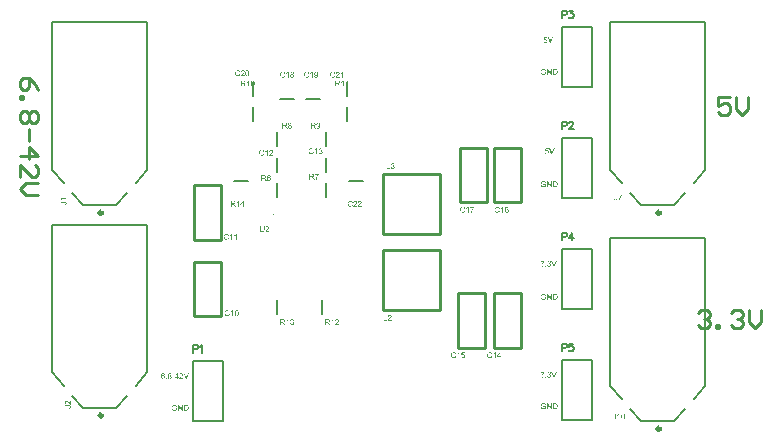
<source format=gto>
G04*
G04 #@! TF.GenerationSoftware,Altium Limited,Altium Designer,20.0.8 (157)*
G04*
G04 Layer_Color=65535*
%FSLAX24Y24*%
%MOIN*%
G70*
G01*
G75*
%ADD10C,0.0118*%
%ADD11C,0.0039*%
%ADD12C,0.0079*%
%ADD13C,0.0050*%
%ADD14C,0.0100*%
G36*
X31873Y22596D02*
X31875D01*
X31877Y22595D01*
X31882Y22594D01*
X31888Y22593D01*
X31894Y22591D01*
X31900Y22587D01*
X31903Y22585D01*
X31906Y22583D01*
X31906Y22583D01*
X31907Y22583D01*
X31907Y22582D01*
X31908Y22581D01*
X31910Y22580D01*
X31911Y22578D01*
X31914Y22574D01*
X31917Y22569D01*
X31920Y22563D01*
X31922Y22556D01*
X31924Y22548D01*
X31900Y22546D01*
Y22547D01*
X31900Y22547D01*
X31900Y22548D01*
X31899Y22551D01*
X31898Y22554D01*
X31897Y22557D01*
X31895Y22561D01*
X31893Y22564D01*
X31891Y22566D01*
X31891Y22567D01*
X31889Y22568D01*
X31888Y22570D01*
X31885Y22571D01*
X31881Y22573D01*
X31877Y22575D01*
X31873Y22576D01*
X31868Y22576D01*
X31866D01*
X31863Y22576D01*
X31861Y22576D01*
X31858Y22575D01*
X31854Y22574D01*
X31851Y22572D01*
X31848Y22570D01*
X31847Y22570D01*
X31846Y22569D01*
X31844Y22567D01*
X31841Y22564D01*
X31839Y22561D01*
X31835Y22557D01*
X31833Y22552D01*
X31830Y22546D01*
Y22546D01*
X31830Y22545D01*
X31829Y22545D01*
X31829Y22543D01*
X31829Y22542D01*
X31828Y22540D01*
X31827Y22538D01*
X31827Y22535D01*
X31826Y22532D01*
X31825Y22529D01*
X31825Y22525D01*
X31825Y22521D01*
X31824Y22517D01*
X31824Y22512D01*
X31824Y22507D01*
Y22502D01*
X31824Y22502D01*
X31825Y22504D01*
X31827Y22506D01*
X31829Y22509D01*
X31832Y22512D01*
X31836Y22516D01*
X31840Y22519D01*
X31844Y22521D01*
X31844D01*
X31845Y22522D01*
X31846Y22522D01*
X31849Y22523D01*
X31852Y22525D01*
X31856Y22526D01*
X31860Y22527D01*
X31865Y22527D01*
X31870Y22528D01*
X31872D01*
X31874Y22527D01*
X31876Y22527D01*
X31878Y22527D01*
X31881Y22526D01*
X31884Y22525D01*
X31890Y22524D01*
X31894Y22522D01*
X31897Y22520D01*
X31900Y22518D01*
X31904Y22516D01*
X31907Y22513D01*
X31910Y22510D01*
X31911Y22510D01*
X31911Y22509D01*
X31912Y22509D01*
X31913Y22507D01*
X31914Y22505D01*
X31916Y22503D01*
X31917Y22501D01*
X31919Y22498D01*
X31920Y22495D01*
X31922Y22492D01*
X31923Y22488D01*
X31924Y22484D01*
X31925Y22480D01*
X31926Y22475D01*
X31927Y22470D01*
X31927Y22465D01*
Y22465D01*
Y22465D01*
Y22464D01*
Y22462D01*
X31927Y22461D01*
Y22459D01*
X31926Y22455D01*
X31925Y22449D01*
X31924Y22444D01*
X31922Y22438D01*
X31919Y22432D01*
Y22432D01*
X31919Y22431D01*
X31918Y22430D01*
X31917Y22429D01*
X31916Y22427D01*
X31913Y22423D01*
X31910Y22419D01*
X31907Y22415D01*
X31902Y22411D01*
X31897Y22408D01*
X31897D01*
X31897Y22408D01*
X31896Y22407D01*
X31895Y22407D01*
X31892Y22406D01*
X31889Y22404D01*
X31884Y22402D01*
X31879Y22401D01*
X31873Y22400D01*
X31866Y22400D01*
X31865D01*
X31864Y22400D01*
X31861D01*
X31859Y22401D01*
X31856Y22401D01*
X31853Y22402D01*
X31850Y22403D01*
X31846Y22404D01*
X31842Y22405D01*
X31838Y22407D01*
X31834Y22409D01*
X31830Y22412D01*
X31826Y22414D01*
X31822Y22418D01*
X31819Y22422D01*
X31818Y22422D01*
X31818Y22423D01*
X31817Y22424D01*
X31816Y22426D01*
X31814Y22428D01*
X31813Y22431D01*
X31811Y22435D01*
X31809Y22438D01*
X31807Y22443D01*
X31806Y22448D01*
X31804Y22454D01*
X31803Y22461D01*
X31802Y22468D01*
X31801Y22476D01*
X31800Y22484D01*
X31800Y22493D01*
Y22493D01*
Y22493D01*
Y22494D01*
Y22495D01*
X31800Y22498D01*
Y22502D01*
X31801Y22506D01*
X31801Y22512D01*
X31802Y22517D01*
X31802Y22524D01*
X31804Y22530D01*
X31805Y22537D01*
X31807Y22544D01*
X31809Y22550D01*
X31811Y22557D01*
X31814Y22563D01*
X31817Y22569D01*
X31820Y22574D01*
X31821Y22574D01*
X31821Y22575D01*
X31822Y22576D01*
X31824Y22577D01*
X31825Y22579D01*
X31828Y22581D01*
X31830Y22583D01*
X31833Y22585D01*
X31837Y22587D01*
X31840Y22589D01*
X31844Y22591D01*
X31848Y22593D01*
X31853Y22594D01*
X31858Y22595D01*
X31863Y22596D01*
X31869Y22596D01*
X31871D01*
X31873Y22596D01*
D02*
G37*
G36*
X32244Y22461D02*
X32171D01*
Y22484D01*
X32244D01*
Y22461D01*
D02*
G37*
G36*
X32652Y22403D02*
X32625D01*
X32551Y22595D01*
X32578D01*
X32628Y22456D01*
Y22455D01*
X32629Y22455D01*
X32629Y22454D01*
X32629Y22453D01*
X32630Y22451D01*
X32630Y22450D01*
X32632Y22445D01*
X32633Y22441D01*
X32635Y22435D01*
X32638Y22424D01*
Y22425D01*
X32638Y22425D01*
X32639Y22426D01*
X32639Y22427D01*
X32640Y22430D01*
X32641Y22434D01*
X32643Y22439D01*
X32644Y22444D01*
X32646Y22450D01*
X32648Y22456D01*
X32701Y22595D01*
X32726D01*
X32652Y22403D01*
D02*
G37*
G36*
X32480Y22596D02*
X32482Y22595D01*
X32485Y22595D01*
X32488Y22594D01*
X32491Y22594D01*
X32498Y22592D01*
X32506Y22589D01*
X32509Y22588D01*
X32513Y22586D01*
X32516Y22583D01*
X32519Y22580D01*
X32519Y22580D01*
X32520Y22580D01*
X32520Y22579D01*
X32522Y22578D01*
X32523Y22576D01*
X32524Y22574D01*
X32526Y22572D01*
X32527Y22570D01*
X32530Y22565D01*
X32533Y22558D01*
X32534Y22555D01*
X32535Y22551D01*
X32535Y22547D01*
X32535Y22543D01*
Y22542D01*
Y22541D01*
X32535Y22538D01*
X32535Y22535D01*
X32534Y22532D01*
X32533Y22528D01*
X32532Y22524D01*
X32530Y22520D01*
X32530Y22519D01*
X32530Y22518D01*
X32529Y22516D01*
X32527Y22513D01*
X32525Y22509D01*
X32522Y22505D01*
X32519Y22501D01*
X32515Y22496D01*
X32514Y22496D01*
X32513Y22494D01*
X32511Y22493D01*
X32510Y22491D01*
X32508Y22490D01*
X32506Y22488D01*
X32504Y22485D01*
X32501Y22483D01*
X32498Y22480D01*
X32495Y22477D01*
X32491Y22474D01*
X32488Y22470D01*
X32483Y22467D01*
X32479Y22463D01*
X32478Y22463D01*
X32478Y22462D01*
X32477Y22461D01*
X32475Y22460D01*
X32474Y22458D01*
X32472Y22457D01*
X32467Y22453D01*
X32463Y22449D01*
X32458Y22445D01*
X32454Y22441D01*
X32453Y22440D01*
X32451Y22438D01*
X32451Y22438D01*
X32450Y22437D01*
X32449Y22436D01*
X32448Y22435D01*
X32446Y22433D01*
X32445Y22431D01*
X32441Y22426D01*
X32536D01*
Y22403D01*
X32409D01*
Y22404D01*
Y22405D01*
Y22406D01*
X32409Y22409D01*
X32409Y22411D01*
X32410Y22414D01*
X32410Y22417D01*
X32411Y22420D01*
Y22420D01*
X32412Y22420D01*
X32412Y22422D01*
X32413Y22424D01*
X32415Y22428D01*
X32417Y22432D01*
X32420Y22436D01*
X32423Y22440D01*
X32427Y22445D01*
Y22445D01*
X32427Y22446D01*
X32429Y22447D01*
X32431Y22450D01*
X32435Y22453D01*
X32439Y22458D01*
X32444Y22463D01*
X32451Y22468D01*
X32458Y22474D01*
X32458Y22474D01*
X32459Y22475D01*
X32461Y22476D01*
X32463Y22478D01*
X32465Y22480D01*
X32468Y22483D01*
X32471Y22486D01*
X32475Y22489D01*
X32482Y22495D01*
X32489Y22502D01*
X32492Y22505D01*
X32495Y22509D01*
X32498Y22512D01*
X32500Y22515D01*
Y22515D01*
X32501Y22515D01*
X32501Y22516D01*
X32502Y22517D01*
X32504Y22520D01*
X32506Y22524D01*
X32508Y22528D01*
X32510Y22533D01*
X32511Y22538D01*
X32511Y22543D01*
Y22543D01*
Y22544D01*
X32511Y22545D01*
X32511Y22548D01*
X32510Y22551D01*
X32509Y22555D01*
X32507Y22559D01*
X32504Y22563D01*
X32501Y22567D01*
X32501Y22567D01*
X32499Y22568D01*
X32497Y22570D01*
X32494Y22572D01*
X32490Y22573D01*
X32486Y22575D01*
X32481Y22576D01*
X32475Y22576D01*
X32473D01*
X32472Y22576D01*
X32469Y22576D01*
X32465Y22575D01*
X32461Y22574D01*
X32456Y22572D01*
X32452Y22570D01*
X32447Y22566D01*
X32447Y22566D01*
X32446Y22564D01*
X32444Y22562D01*
X32442Y22559D01*
X32440Y22555D01*
X32439Y22550D01*
X32438Y22544D01*
X32437Y22538D01*
X32413Y22540D01*
Y22541D01*
X32413Y22542D01*
Y22543D01*
X32414Y22545D01*
X32414Y22547D01*
X32415Y22550D01*
X32415Y22553D01*
X32416Y22556D01*
X32419Y22562D01*
X32422Y22569D01*
X32424Y22572D01*
X32426Y22576D01*
X32429Y22579D01*
X32432Y22581D01*
X32432Y22582D01*
X32432Y22582D01*
X32433Y22583D01*
X32435Y22584D01*
X32436Y22585D01*
X32438Y22586D01*
X32440Y22587D01*
X32443Y22589D01*
X32446Y22590D01*
X32450Y22591D01*
X32453Y22593D01*
X32457Y22594D01*
X32461Y22594D01*
X32466Y22595D01*
X32470Y22596D01*
X32475Y22596D01*
X32478D01*
X32480Y22596D01*
D02*
G37*
G36*
X32362Y22471D02*
X32388D01*
Y22449D01*
X32362D01*
Y22403D01*
X32338D01*
Y22449D01*
X32255D01*
Y22471D01*
X32343Y22595D01*
X32362D01*
Y22471D01*
D02*
G37*
G36*
X31990Y22403D02*
X31963D01*
Y22430D01*
X31990D01*
Y22403D01*
D02*
G37*
G36*
X32091Y22596D02*
X32093Y22595D01*
X32096Y22595D01*
X32099Y22595D01*
X32101Y22594D01*
X32108Y22592D01*
X32115Y22590D01*
X32118Y22588D01*
X32121Y22586D01*
X32124Y22584D01*
X32127Y22581D01*
X32128Y22581D01*
X32128Y22581D01*
X32129Y22580D01*
X32130Y22579D01*
X32131Y22577D01*
X32132Y22575D01*
X32135Y22571D01*
X32138Y22566D01*
X32140Y22560D01*
X32142Y22553D01*
X32143Y22549D01*
X32143Y22545D01*
Y22545D01*
Y22545D01*
Y22543D01*
X32143Y22541D01*
X32142Y22538D01*
X32141Y22534D01*
X32140Y22530D01*
X32138Y22526D01*
X32136Y22522D01*
X32135Y22522D01*
X32134Y22520D01*
X32133Y22519D01*
X32130Y22517D01*
X32127Y22514D01*
X32124Y22512D01*
X32120Y22509D01*
X32115Y22507D01*
X32115D01*
X32115Y22507D01*
X32116Y22506D01*
X32117Y22506D01*
X32121Y22504D01*
X32125Y22502D01*
X32129Y22500D01*
X32133Y22497D01*
X32137Y22493D01*
X32141Y22488D01*
Y22488D01*
X32142Y22488D01*
X32143Y22486D01*
X32144Y22483D01*
X32146Y22480D01*
X32148Y22475D01*
X32149Y22470D01*
X32150Y22464D01*
X32151Y22458D01*
Y22458D01*
Y22457D01*
Y22455D01*
X32150Y22454D01*
X32150Y22452D01*
X32150Y22449D01*
X32149Y22447D01*
X32148Y22443D01*
X32147Y22437D01*
X32145Y22434D01*
X32143Y22430D01*
X32141Y22427D01*
X32139Y22423D01*
X32136Y22420D01*
X32133Y22417D01*
X32133Y22416D01*
X32132Y22416D01*
X32132Y22415D01*
X32130Y22414D01*
X32128Y22413D01*
X32126Y22411D01*
X32124Y22410D01*
X32121Y22408D01*
X32118Y22407D01*
X32114Y22405D01*
X32111Y22404D01*
X32107Y22402D01*
X32102Y22402D01*
X32097Y22401D01*
X32093Y22400D01*
X32088Y22400D01*
X32085D01*
X32083Y22400D01*
X32080Y22401D01*
X32078Y22401D01*
X32075Y22401D01*
X32071Y22402D01*
X32064Y22404D01*
X32060Y22406D01*
X32056Y22407D01*
X32052Y22409D01*
X32048Y22411D01*
X32045Y22414D01*
X32042Y22417D01*
X32041Y22417D01*
X32041Y22417D01*
X32040Y22418D01*
X32039Y22420D01*
X32038Y22421D01*
X32036Y22423D01*
X32035Y22425D01*
X32033Y22428D01*
X32031Y22431D01*
X32030Y22434D01*
X32027Y22441D01*
X32026Y22445D01*
X32025Y22450D01*
X32025Y22454D01*
X32024Y22458D01*
Y22459D01*
Y22459D01*
Y22460D01*
X32025Y22461D01*
Y22463D01*
X32025Y22465D01*
X32025Y22470D01*
X32027Y22475D01*
X32028Y22480D01*
X32031Y22485D01*
X32034Y22490D01*
Y22490D01*
X32034Y22490D01*
X32035Y22492D01*
X32038Y22494D01*
X32041Y22497D01*
X32045Y22499D01*
X32049Y22502D01*
X32055Y22505D01*
X32061Y22507D01*
X32061D01*
X32060Y22507D01*
X32060Y22507D01*
X32058Y22508D01*
X32056Y22509D01*
X32053Y22511D01*
X32049Y22513D01*
X32045Y22516D01*
X32042Y22519D01*
X32039Y22522D01*
X32039Y22523D01*
X32038Y22524D01*
X32037Y22526D01*
X32036Y22529D01*
X32034Y22532D01*
X32033Y22537D01*
X32032Y22541D01*
X32032Y22546D01*
Y22547D01*
Y22547D01*
Y22548D01*
X32032Y22550D01*
X32033Y22552D01*
X32033Y22554D01*
X32034Y22558D01*
X32036Y22564D01*
X32039Y22570D01*
X32040Y22573D01*
X32042Y22576D01*
X32045Y22579D01*
X32047Y22581D01*
X32047Y22582D01*
X32048Y22582D01*
X32049Y22583D01*
X32050Y22584D01*
X32051Y22585D01*
X32053Y22586D01*
X32055Y22587D01*
X32058Y22589D01*
X32060Y22590D01*
X32063Y22591D01*
X32067Y22593D01*
X32070Y22594D01*
X32078Y22595D01*
X32083Y22596D01*
X32087Y22596D01*
X32089D01*
X32091Y22596D01*
D02*
G37*
G36*
X32251Y21548D02*
X32253D01*
X32259Y21548D01*
X32264Y21547D01*
X32271Y21545D01*
X32277Y21544D01*
X32284Y21541D01*
X32284D01*
X32284Y21541D01*
X32285Y21541D01*
X32286Y21540D01*
X32289Y21539D01*
X32293Y21537D01*
X32297Y21534D01*
X32302Y21531D01*
X32306Y21527D01*
X32310Y21523D01*
X32310Y21522D01*
X32311Y21520D01*
X32313Y21518D01*
X32315Y21514D01*
X32318Y21510D01*
X32320Y21504D01*
X32323Y21498D01*
X32325Y21491D01*
X32302Y21485D01*
Y21485D01*
X32301Y21486D01*
X32301Y21487D01*
X32301Y21488D01*
X32300Y21490D01*
X32299Y21493D01*
X32297Y21497D01*
X32295Y21501D01*
X32293Y21505D01*
X32291Y21508D01*
X32290Y21508D01*
X32290Y21510D01*
X32288Y21511D01*
X32286Y21513D01*
X32284Y21515D01*
X32280Y21517D01*
X32277Y21520D01*
X32272Y21521D01*
X32272Y21522D01*
X32271Y21522D01*
X32268Y21523D01*
X32265Y21524D01*
X32261Y21525D01*
X32256Y21526D01*
X32251Y21526D01*
X32246Y21527D01*
X32243D01*
X32242Y21526D01*
X32240D01*
X32236Y21526D01*
X32231Y21525D01*
X32226Y21525D01*
X32221Y21523D01*
X32216Y21521D01*
X32215Y21521D01*
X32214Y21520D01*
X32211Y21519D01*
X32209Y21518D01*
X32205Y21515D01*
X32202Y21513D01*
X32198Y21510D01*
X32195Y21507D01*
X32195Y21507D01*
X32194Y21506D01*
X32193Y21504D01*
X32191Y21502D01*
X32189Y21499D01*
X32187Y21496D01*
X32185Y21492D01*
X32183Y21488D01*
Y21488D01*
X32183Y21487D01*
X32183Y21487D01*
X32182Y21485D01*
X32182Y21484D01*
X32181Y21482D01*
X32180Y21479D01*
X32180Y21477D01*
X32178Y21471D01*
X32177Y21464D01*
X32176Y21457D01*
X32176Y21450D01*
Y21449D01*
Y21449D01*
Y21447D01*
X32176Y21446D01*
Y21443D01*
X32177Y21441D01*
X32177Y21438D01*
X32177Y21435D01*
X32178Y21428D01*
X32180Y21421D01*
X32182Y21413D01*
X32185Y21407D01*
Y21406D01*
X32185Y21406D01*
X32185Y21405D01*
X32186Y21404D01*
X32188Y21401D01*
X32191Y21397D01*
X32195Y21393D01*
X32199Y21388D01*
X32205Y21385D01*
X32210Y21381D01*
X32211D01*
X32211Y21381D01*
X32212Y21380D01*
X32213Y21380D01*
X32215Y21379D01*
X32217Y21379D01*
X32221Y21377D01*
X32227Y21375D01*
X32233Y21374D01*
X32239Y21373D01*
X32246Y21373D01*
X32249D01*
X32251Y21373D01*
X32252D01*
X32257Y21374D01*
X32262Y21374D01*
X32267Y21375D01*
X32273Y21377D01*
X32279Y21379D01*
X32279D01*
X32279Y21379D01*
X32280Y21379D01*
X32281Y21380D01*
X32284Y21381D01*
X32287Y21383D01*
X32291Y21385D01*
X32295Y21387D01*
X32299Y21390D01*
X32303Y21392D01*
Y21428D01*
X32246D01*
Y21451D01*
X32328D01*
Y21380D01*
X32327Y21380D01*
X32327Y21379D01*
X32326Y21379D01*
X32324Y21377D01*
X32323Y21376D01*
X32321Y21375D01*
X32318Y21373D01*
X32316Y21372D01*
X32310Y21368D01*
X32303Y21364D01*
X32296Y21361D01*
X32289Y21357D01*
X32288D01*
X32288Y21357D01*
X32287Y21357D01*
X32285Y21356D01*
X32284Y21356D01*
X32281Y21355D01*
X32279Y21354D01*
X32276Y21354D01*
X32270Y21352D01*
X32263Y21351D01*
X32256Y21350D01*
X32248Y21350D01*
X32245D01*
X32243Y21350D01*
X32241D01*
X32238Y21351D01*
X32234Y21351D01*
X32231Y21351D01*
X32223Y21353D01*
X32214Y21355D01*
X32205Y21358D01*
X32201Y21360D01*
X32197Y21362D01*
X32196Y21362D01*
X32195Y21362D01*
X32194Y21363D01*
X32193Y21364D01*
X32191Y21366D01*
X32189Y21367D01*
X32184Y21371D01*
X32178Y21376D01*
X32172Y21382D01*
X32167Y21389D01*
X32162Y21397D01*
Y21397D01*
X32161Y21398D01*
X32161Y21399D01*
X32160Y21401D01*
X32159Y21403D01*
X32158Y21406D01*
X32157Y21408D01*
X32156Y21412D01*
X32155Y21415D01*
X32154Y21420D01*
X32153Y21424D01*
X32152Y21428D01*
X32151Y21438D01*
X32150Y21448D01*
Y21448D01*
Y21449D01*
Y21451D01*
X32150Y21453D01*
Y21455D01*
X32151Y21458D01*
X32151Y21461D01*
X32151Y21465D01*
X32152Y21469D01*
X32153Y21473D01*
X32155Y21482D01*
X32158Y21491D01*
X32162Y21500D01*
X32162Y21500D01*
X32162Y21501D01*
X32163Y21502D01*
X32164Y21504D01*
X32165Y21506D01*
X32166Y21508D01*
X32170Y21514D01*
X32175Y21520D01*
X32181Y21526D01*
X32187Y21531D01*
X32191Y21534D01*
X32195Y21536D01*
X32195Y21537D01*
X32196Y21537D01*
X32197Y21538D01*
X32199Y21538D01*
X32201Y21539D01*
X32204Y21540D01*
X32207Y21541D01*
X32210Y21543D01*
X32213Y21544D01*
X32217Y21544D01*
X32221Y21546D01*
X32226Y21546D01*
X32236Y21548D01*
X32241Y21548D01*
X32249D01*
X32251Y21548D01*
D02*
G37*
G36*
X32516Y21353D02*
X32489D01*
X32389Y21504D01*
Y21353D01*
X32365D01*
Y21545D01*
X32391D01*
X32491Y21394D01*
Y21545D01*
X32516D01*
Y21353D01*
D02*
G37*
G36*
X32637Y21545D02*
X32643Y21544D01*
X32648Y21544D01*
X32654Y21543D01*
X32658Y21542D01*
X32659D01*
X32659Y21542D01*
X32660D01*
X32661Y21541D01*
X32664Y21541D01*
X32668Y21539D01*
X32672Y21537D01*
X32677Y21535D01*
X32682Y21532D01*
X32686Y21528D01*
X32687Y21528D01*
X32687Y21528D01*
X32688Y21527D01*
X32689Y21526D01*
X32692Y21523D01*
X32695Y21520D01*
X32698Y21515D01*
X32702Y21509D01*
X32706Y21503D01*
X32709Y21496D01*
Y21495D01*
X32709Y21495D01*
X32710Y21494D01*
X32710Y21492D01*
X32711Y21490D01*
X32711Y21488D01*
X32712Y21485D01*
X32713Y21482D01*
X32714Y21479D01*
X32714Y21476D01*
X32716Y21468D01*
X32716Y21459D01*
X32717Y21450D01*
Y21450D01*
Y21449D01*
Y21448D01*
Y21446D01*
X32716Y21444D01*
Y21442D01*
X32716Y21437D01*
X32715Y21431D01*
X32715Y21425D01*
X32713Y21418D01*
X32711Y21411D01*
Y21411D01*
X32711Y21410D01*
X32711Y21410D01*
X32711Y21408D01*
X32710Y21405D01*
X32708Y21402D01*
X32706Y21397D01*
X32704Y21393D01*
X32701Y21388D01*
X32698Y21384D01*
X32698Y21383D01*
X32697Y21382D01*
X32695Y21380D01*
X32693Y21377D01*
X32691Y21374D01*
X32688Y21372D01*
X32685Y21369D01*
X32681Y21366D01*
X32680Y21366D01*
X32679Y21365D01*
X32677Y21364D01*
X32675Y21362D01*
X32671Y21361D01*
X32667Y21359D01*
X32663Y21358D01*
X32658Y21356D01*
X32657D01*
X32657Y21356D01*
X32656Y21356D01*
X32653Y21356D01*
X32649Y21355D01*
X32645Y21354D01*
X32639Y21354D01*
X32634Y21354D01*
X32627Y21353D01*
X32558D01*
Y21545D01*
X32632D01*
X32637Y21545D01*
D02*
G37*
G36*
X44739Y26346D02*
X44743Y26345D01*
X44747Y26344D01*
X44752Y26343D01*
X44757Y26341D01*
X44762Y26339D01*
X44762D01*
X44763Y26339D01*
X44764Y26338D01*
X44767Y26336D01*
X44770Y26334D01*
X44773Y26331D01*
X44776Y26328D01*
X44780Y26325D01*
X44782Y26321D01*
X44783Y26320D01*
X44784Y26319D01*
X44785Y26316D01*
X44786Y26313D01*
X44787Y26310D01*
X44788Y26305D01*
X44789Y26301D01*
X44790Y26296D01*
Y26295D01*
Y26294D01*
X44789Y26292D01*
X44789Y26288D01*
X44788Y26285D01*
X44787Y26281D01*
X44785Y26277D01*
X44783Y26273D01*
X44782Y26273D01*
X44782Y26272D01*
X44780Y26270D01*
X44778Y26267D01*
X44775Y26265D01*
X44772Y26262D01*
X44768Y26260D01*
X44763Y26257D01*
X44763D01*
X44764Y26257D01*
X44765Y26257D01*
X44766Y26256D01*
X44769Y26255D01*
X44773Y26254D01*
X44777Y26251D01*
X44782Y26249D01*
X44786Y26245D01*
X44790Y26241D01*
X44790Y26240D01*
X44791Y26239D01*
X44793Y26236D01*
X44794Y26232D01*
X44796Y26228D01*
X44798Y26223D01*
X44799Y26216D01*
X44799Y26210D01*
Y26210D01*
Y26209D01*
Y26207D01*
X44799Y26206D01*
X44798Y26203D01*
X44798Y26201D01*
X44797Y26198D01*
X44797Y26195D01*
X44795Y26188D01*
X44793Y26185D01*
X44791Y26182D01*
X44789Y26178D01*
X44787Y26174D01*
X44784Y26171D01*
X44780Y26167D01*
X44780Y26167D01*
X44780Y26167D01*
X44779Y26166D01*
X44777Y26165D01*
X44775Y26163D01*
X44773Y26162D01*
X44771Y26160D01*
X44768Y26159D01*
X44765Y26157D01*
X44761Y26156D01*
X44757Y26154D01*
X44753Y26153D01*
X44749Y26152D01*
X44744Y26151D01*
X44739Y26150D01*
X44734Y26150D01*
X44732D01*
X44730Y26150D01*
X44728Y26151D01*
X44725Y26151D01*
X44723Y26151D01*
X44720Y26152D01*
X44713Y26154D01*
X44706Y26156D01*
X44702Y26158D01*
X44699Y26160D01*
X44696Y26162D01*
X44692Y26165D01*
X44692Y26165D01*
X44692Y26166D01*
X44691Y26167D01*
X44690Y26168D01*
X44689Y26169D01*
X44687Y26171D01*
X44685Y26173D01*
X44684Y26175D01*
X44682Y26178D01*
X44680Y26181D01*
X44677Y26188D01*
X44675Y26195D01*
X44674Y26200D01*
X44674Y26204D01*
X44697Y26207D01*
Y26207D01*
X44697Y26206D01*
X44698Y26205D01*
X44698Y26204D01*
X44698Y26202D01*
X44699Y26200D01*
X44700Y26196D01*
X44702Y26191D01*
X44705Y26186D01*
X44707Y26182D01*
X44711Y26178D01*
X44711Y26178D01*
X44712Y26177D01*
X44715Y26175D01*
X44717Y26174D01*
X44721Y26172D01*
X44725Y26171D01*
X44729Y26170D01*
X44734Y26169D01*
X44736D01*
X44737Y26170D01*
X44740Y26170D01*
X44744Y26171D01*
X44749Y26172D01*
X44753Y26174D01*
X44758Y26177D01*
X44762Y26181D01*
X44763Y26181D01*
X44764Y26183D01*
X44766Y26185D01*
X44768Y26189D01*
X44770Y26193D01*
X44772Y26198D01*
X44774Y26203D01*
X44774Y26209D01*
Y26210D01*
Y26210D01*
Y26211D01*
X44774Y26212D01*
X44774Y26215D01*
X44773Y26219D01*
X44772Y26223D01*
X44770Y26228D01*
X44767Y26232D01*
X44763Y26236D01*
X44763Y26237D01*
X44761Y26238D01*
X44759Y26239D01*
X44756Y26241D01*
X44752Y26243D01*
X44748Y26245D01*
X44742Y26246D01*
X44736Y26247D01*
X44734D01*
X44732Y26246D01*
X44729Y26246D01*
X44727Y26246D01*
X44723Y26245D01*
X44720Y26244D01*
X44723Y26265D01*
X44724D01*
X44725Y26265D01*
X44729D01*
X44732Y26265D01*
X44735Y26266D01*
X44739Y26267D01*
X44744Y26268D01*
X44749Y26270D01*
X44753Y26272D01*
X44754D01*
X44754Y26273D01*
X44755Y26274D01*
X44757Y26276D01*
X44759Y26278D01*
X44762Y26282D01*
X44764Y26286D01*
X44765Y26291D01*
X44766Y26293D01*
Y26297D01*
Y26297D01*
Y26297D01*
Y26299D01*
X44765Y26301D01*
X44764Y26304D01*
X44763Y26307D01*
X44762Y26311D01*
X44760Y26315D01*
X44757Y26318D01*
X44756Y26318D01*
X44755Y26319D01*
X44753Y26321D01*
X44751Y26322D01*
X44747Y26324D01*
X44743Y26325D01*
X44739Y26326D01*
X44734Y26326D01*
X44732D01*
X44729Y26326D01*
X44726Y26325D01*
X44722Y26324D01*
X44719Y26323D01*
X44715Y26321D01*
X44711Y26318D01*
X44711Y26318D01*
X44710Y26316D01*
X44708Y26314D01*
X44706Y26311D01*
X44704Y26308D01*
X44702Y26303D01*
X44701Y26298D01*
X44700Y26292D01*
X44676Y26296D01*
Y26297D01*
X44676Y26297D01*
X44677Y26298D01*
X44677Y26300D01*
X44677Y26302D01*
X44678Y26304D01*
X44680Y26310D01*
X44683Y26316D01*
X44686Y26322D01*
X44690Y26328D01*
X44695Y26333D01*
X44696Y26333D01*
X44696Y26333D01*
X44697Y26334D01*
X44698Y26335D01*
X44700Y26336D01*
X44702Y26337D01*
X44703Y26338D01*
X44706Y26339D01*
X44711Y26342D01*
X44718Y26344D01*
X44725Y26345D01*
X44729Y26346D01*
X44736D01*
X44739Y26346D01*
D02*
G37*
G36*
X44516D02*
X44519Y26345D01*
X44524Y26344D01*
X44529Y26343D01*
X44534Y26341D01*
X44539Y26339D01*
X44539D01*
X44539Y26339D01*
X44541Y26338D01*
X44543Y26336D01*
X44546Y26334D01*
X44549Y26331D01*
X44553Y26328D01*
X44556Y26325D01*
X44559Y26321D01*
X44559Y26320D01*
X44560Y26319D01*
X44561Y26316D01*
X44562Y26313D01*
X44564Y26310D01*
X44565Y26305D01*
X44566Y26301D01*
X44566Y26296D01*
Y26295D01*
Y26294D01*
X44566Y26292D01*
X44565Y26288D01*
X44564Y26285D01*
X44563Y26281D01*
X44561Y26277D01*
X44559Y26273D01*
X44559Y26273D01*
X44558Y26272D01*
X44556Y26270D01*
X44554Y26267D01*
X44551Y26265D01*
X44548Y26262D01*
X44544Y26260D01*
X44539Y26257D01*
X44540D01*
X44540Y26257D01*
X44541Y26257D01*
X44542Y26256D01*
X44545Y26255D01*
X44549Y26254D01*
X44554Y26251D01*
X44558Y26249D01*
X44562Y26245D01*
X44566Y26241D01*
X44566Y26240D01*
X44567Y26239D01*
X44569Y26236D01*
X44571Y26232D01*
X44572Y26228D01*
X44574Y26223D01*
X44575Y26216D01*
X44575Y26210D01*
Y26210D01*
Y26209D01*
Y26207D01*
X44575Y26206D01*
X44575Y26203D01*
X44574Y26201D01*
X44574Y26198D01*
X44573Y26195D01*
X44571Y26188D01*
X44569Y26185D01*
X44568Y26182D01*
X44566Y26178D01*
X44563Y26174D01*
X44560Y26171D01*
X44557Y26167D01*
X44557Y26167D01*
X44556Y26167D01*
X44555Y26166D01*
X44554Y26165D01*
X44552Y26163D01*
X44550Y26162D01*
X44547Y26160D01*
X44544Y26159D01*
X44541Y26157D01*
X44538Y26156D01*
X44534Y26154D01*
X44530Y26153D01*
X44525Y26152D01*
X44521Y26151D01*
X44516Y26150D01*
X44511Y26150D01*
X44508D01*
X44507Y26150D01*
X44504Y26151D01*
X44502Y26151D01*
X44499Y26151D01*
X44496Y26152D01*
X44489Y26154D01*
X44482Y26156D01*
X44479Y26158D01*
X44475Y26160D01*
X44472Y26162D01*
X44469Y26165D01*
X44469Y26165D01*
X44468Y26166D01*
X44467Y26167D01*
X44466Y26168D01*
X44465Y26169D01*
X44464Y26171D01*
X44462Y26173D01*
X44460Y26175D01*
X44459Y26178D01*
X44457Y26181D01*
X44454Y26188D01*
X44451Y26195D01*
X44451Y26200D01*
X44450Y26204D01*
X44474Y26207D01*
Y26207D01*
X44474Y26206D01*
X44474Y26205D01*
X44474Y26204D01*
X44475Y26202D01*
X44475Y26200D01*
X44477Y26196D01*
X44479Y26191D01*
X44481Y26186D01*
X44484Y26182D01*
X44487Y26178D01*
X44488Y26178D01*
X44489Y26177D01*
X44491Y26175D01*
X44494Y26174D01*
X44497Y26172D01*
X44501Y26171D01*
X44506Y26170D01*
X44511Y26169D01*
X44513D01*
X44514Y26170D01*
X44517Y26170D01*
X44521Y26171D01*
X44525Y26172D01*
X44530Y26174D01*
X44534Y26177D01*
X44539Y26181D01*
X44539Y26181D01*
X44541Y26183D01*
X44543Y26185D01*
X44545Y26189D01*
X44547Y26193D01*
X44549Y26198D01*
X44550Y26203D01*
X44551Y26209D01*
Y26210D01*
Y26210D01*
Y26211D01*
X44550Y26212D01*
X44550Y26215D01*
X44549Y26219D01*
X44548Y26223D01*
X44546Y26228D01*
X44543Y26232D01*
X44540Y26236D01*
X44539Y26237D01*
X44538Y26238D01*
X44536Y26239D01*
X44533Y26241D01*
X44529Y26243D01*
X44524Y26245D01*
X44519Y26246D01*
X44513Y26247D01*
X44510D01*
X44508Y26246D01*
X44506Y26246D01*
X44503Y26246D01*
X44500Y26245D01*
X44496Y26244D01*
X44499Y26265D01*
X44500D01*
X44502Y26265D01*
X44505D01*
X44508Y26265D01*
X44512Y26266D01*
X44516Y26267D01*
X44521Y26268D01*
X44525Y26270D01*
X44530Y26272D01*
X44530D01*
X44530Y26273D01*
X44532Y26274D01*
X44534Y26276D01*
X44536Y26278D01*
X44538Y26282D01*
X44540Y26286D01*
X44541Y26291D01*
X44542Y26293D01*
Y26297D01*
Y26297D01*
Y26297D01*
Y26299D01*
X44541Y26301D01*
X44541Y26304D01*
X44540Y26307D01*
X44538Y26311D01*
X44536Y26315D01*
X44533Y26318D01*
X44533Y26318D01*
X44531Y26319D01*
X44530Y26321D01*
X44527Y26322D01*
X44524Y26324D01*
X44520Y26325D01*
X44515Y26326D01*
X44510Y26326D01*
X44508D01*
X44506Y26326D01*
X44502Y26325D01*
X44499Y26324D01*
X44495Y26323D01*
X44491Y26321D01*
X44488Y26318D01*
X44487Y26318D01*
X44486Y26316D01*
X44485Y26314D01*
X44483Y26311D01*
X44481Y26308D01*
X44479Y26303D01*
X44477Y26298D01*
X44476Y26292D01*
X44452Y26296D01*
Y26297D01*
X44453Y26297D01*
X44453Y26298D01*
X44453Y26300D01*
X44454Y26302D01*
X44455Y26304D01*
X44456Y26310D01*
X44459Y26316D01*
X44462Y26322D01*
X44467Y26328D01*
X44472Y26333D01*
X44472Y26333D01*
X44473Y26333D01*
X44474Y26334D01*
X44475Y26335D01*
X44476Y26336D01*
X44478Y26337D01*
X44480Y26338D01*
X44482Y26339D01*
X44488Y26342D01*
X44494Y26344D01*
X44502Y26345D01*
X44506Y26346D01*
X44513D01*
X44516Y26346D01*
D02*
G37*
G36*
X44913Y26153D02*
X44886D01*
X44812Y26345D01*
X44840D01*
X44890Y26206D01*
Y26205D01*
X44890Y26205D01*
X44890Y26204D01*
X44891Y26203D01*
X44891Y26201D01*
X44892Y26200D01*
X44893Y26195D01*
X44895Y26191D01*
X44896Y26185D01*
X44900Y26174D01*
Y26175D01*
X44900Y26175D01*
X44900Y26176D01*
X44900Y26177D01*
X44901Y26180D01*
X44903Y26184D01*
X44904Y26189D01*
X44906Y26194D01*
X44908Y26200D01*
X44910Y26206D01*
X44962Y26345D01*
X44988D01*
X44913Y26153D01*
D02*
G37*
G36*
X44639D02*
X44612D01*
Y26180D01*
X44639D01*
Y26153D01*
D02*
G37*
G36*
X44739Y22646D02*
X44743Y22645D01*
X44747Y22644D01*
X44752Y22643D01*
X44757Y22641D01*
X44762Y22639D01*
X44762D01*
X44763Y22639D01*
X44764Y22638D01*
X44767Y22636D01*
X44770Y22634D01*
X44773Y22631D01*
X44776Y22628D01*
X44780Y22625D01*
X44782Y22621D01*
X44783Y22620D01*
X44784Y22619D01*
X44785Y22616D01*
X44786Y22613D01*
X44787Y22610D01*
X44788Y22605D01*
X44789Y22601D01*
X44790Y22596D01*
Y22595D01*
Y22594D01*
X44789Y22592D01*
X44789Y22589D01*
X44788Y22585D01*
X44787Y22581D01*
X44785Y22577D01*
X44783Y22573D01*
X44782Y22573D01*
X44782Y22572D01*
X44780Y22570D01*
X44778Y22567D01*
X44775Y22565D01*
X44772Y22562D01*
X44768Y22560D01*
X44763Y22557D01*
X44763D01*
X44764Y22557D01*
X44765Y22557D01*
X44766Y22556D01*
X44769Y22555D01*
X44773Y22554D01*
X44777Y22551D01*
X44782Y22549D01*
X44786Y22545D01*
X44790Y22541D01*
X44790Y22540D01*
X44791Y22539D01*
X44793Y22536D01*
X44794Y22532D01*
X44796Y22528D01*
X44798Y22523D01*
X44799Y22516D01*
X44799Y22510D01*
Y22510D01*
Y22509D01*
Y22507D01*
X44799Y22506D01*
X44798Y22503D01*
X44798Y22501D01*
X44797Y22498D01*
X44797Y22495D01*
X44795Y22489D01*
X44793Y22485D01*
X44791Y22482D01*
X44789Y22478D01*
X44787Y22474D01*
X44784Y22471D01*
X44780Y22467D01*
X44780Y22467D01*
X44780Y22467D01*
X44779Y22466D01*
X44777Y22465D01*
X44775Y22463D01*
X44773Y22462D01*
X44771Y22460D01*
X44768Y22459D01*
X44765Y22457D01*
X44761Y22456D01*
X44757Y22454D01*
X44753Y22453D01*
X44749Y22452D01*
X44744Y22451D01*
X44739Y22450D01*
X44734Y22450D01*
X44732D01*
X44730Y22450D01*
X44728Y22451D01*
X44725Y22451D01*
X44723Y22451D01*
X44720Y22452D01*
X44713Y22454D01*
X44706Y22456D01*
X44702Y22458D01*
X44699Y22460D01*
X44696Y22462D01*
X44692Y22465D01*
X44692Y22465D01*
X44692Y22466D01*
X44691Y22467D01*
X44690Y22468D01*
X44689Y22469D01*
X44687Y22471D01*
X44685Y22473D01*
X44684Y22475D01*
X44682Y22478D01*
X44680Y22481D01*
X44677Y22488D01*
X44675Y22495D01*
X44674Y22500D01*
X44674Y22504D01*
X44697Y22507D01*
Y22507D01*
X44697Y22506D01*
X44698Y22505D01*
X44698Y22504D01*
X44698Y22502D01*
X44699Y22500D01*
X44700Y22496D01*
X44702Y22491D01*
X44705Y22486D01*
X44707Y22482D01*
X44711Y22478D01*
X44711Y22478D01*
X44712Y22477D01*
X44715Y22475D01*
X44717Y22474D01*
X44721Y22472D01*
X44725Y22471D01*
X44729Y22470D01*
X44734Y22469D01*
X44736D01*
X44737Y22470D01*
X44740Y22470D01*
X44744Y22471D01*
X44749Y22472D01*
X44753Y22474D01*
X44758Y22477D01*
X44762Y22481D01*
X44763Y22481D01*
X44764Y22483D01*
X44766Y22485D01*
X44768Y22489D01*
X44770Y22493D01*
X44772Y22498D01*
X44774Y22503D01*
X44774Y22509D01*
Y22510D01*
Y22510D01*
Y22511D01*
X44774Y22512D01*
X44774Y22515D01*
X44773Y22519D01*
X44772Y22523D01*
X44770Y22528D01*
X44767Y22532D01*
X44763Y22536D01*
X44763Y22537D01*
X44761Y22538D01*
X44759Y22539D01*
X44756Y22541D01*
X44752Y22543D01*
X44748Y22545D01*
X44742Y22546D01*
X44736Y22547D01*
X44734D01*
X44732Y22546D01*
X44729Y22546D01*
X44727Y22546D01*
X44723Y22545D01*
X44720Y22544D01*
X44723Y22565D01*
X44724D01*
X44725Y22565D01*
X44729D01*
X44732Y22565D01*
X44735Y22566D01*
X44739Y22567D01*
X44744Y22568D01*
X44749Y22570D01*
X44753Y22572D01*
X44754D01*
X44754Y22573D01*
X44755Y22574D01*
X44757Y22576D01*
X44759Y22578D01*
X44762Y22582D01*
X44764Y22586D01*
X44765Y22591D01*
X44766Y22593D01*
Y22597D01*
Y22597D01*
Y22597D01*
Y22599D01*
X44765Y22601D01*
X44764Y22604D01*
X44763Y22607D01*
X44762Y22611D01*
X44760Y22615D01*
X44757Y22618D01*
X44756Y22618D01*
X44755Y22619D01*
X44753Y22621D01*
X44751Y22622D01*
X44747Y22624D01*
X44743Y22625D01*
X44739Y22626D01*
X44734Y22626D01*
X44732D01*
X44729Y22626D01*
X44726Y22625D01*
X44722Y22624D01*
X44719Y22623D01*
X44715Y22621D01*
X44711Y22618D01*
X44711Y22618D01*
X44710Y22616D01*
X44708Y22614D01*
X44706Y22611D01*
X44704Y22608D01*
X44702Y22603D01*
X44701Y22598D01*
X44700Y22592D01*
X44676Y22596D01*
Y22597D01*
X44676Y22597D01*
X44677Y22598D01*
X44677Y22600D01*
X44677Y22602D01*
X44678Y22604D01*
X44680Y22610D01*
X44683Y22616D01*
X44686Y22622D01*
X44690Y22628D01*
X44695Y22633D01*
X44696Y22633D01*
X44696Y22633D01*
X44697Y22634D01*
X44698Y22635D01*
X44700Y22636D01*
X44702Y22637D01*
X44703Y22638D01*
X44706Y22639D01*
X44711Y22642D01*
X44718Y22644D01*
X44725Y22645D01*
X44729Y22646D01*
X44736D01*
X44739Y22646D01*
D02*
G37*
G36*
X44516D02*
X44519Y22645D01*
X44524Y22644D01*
X44529Y22643D01*
X44534Y22641D01*
X44539Y22639D01*
X44539D01*
X44539Y22639D01*
X44541Y22638D01*
X44543Y22636D01*
X44546Y22634D01*
X44549Y22631D01*
X44553Y22628D01*
X44556Y22625D01*
X44559Y22621D01*
X44559Y22620D01*
X44560Y22619D01*
X44561Y22616D01*
X44562Y22613D01*
X44564Y22610D01*
X44565Y22605D01*
X44566Y22601D01*
X44566Y22596D01*
Y22595D01*
Y22594D01*
X44566Y22592D01*
X44565Y22589D01*
X44564Y22585D01*
X44563Y22581D01*
X44561Y22577D01*
X44559Y22573D01*
X44559Y22573D01*
X44558Y22572D01*
X44556Y22570D01*
X44554Y22567D01*
X44551Y22565D01*
X44548Y22562D01*
X44544Y22560D01*
X44539Y22557D01*
X44540D01*
X44540Y22557D01*
X44541Y22557D01*
X44542Y22556D01*
X44545Y22555D01*
X44549Y22554D01*
X44554Y22551D01*
X44558Y22549D01*
X44562Y22545D01*
X44566Y22541D01*
X44566Y22540D01*
X44567Y22539D01*
X44569Y22536D01*
X44571Y22532D01*
X44572Y22528D01*
X44574Y22523D01*
X44575Y22516D01*
X44575Y22510D01*
Y22510D01*
Y22509D01*
Y22507D01*
X44575Y22506D01*
X44575Y22503D01*
X44574Y22501D01*
X44574Y22498D01*
X44573Y22495D01*
X44571Y22489D01*
X44569Y22485D01*
X44568Y22482D01*
X44566Y22478D01*
X44563Y22474D01*
X44560Y22471D01*
X44557Y22467D01*
X44557Y22467D01*
X44556Y22467D01*
X44555Y22466D01*
X44554Y22465D01*
X44552Y22463D01*
X44550Y22462D01*
X44547Y22460D01*
X44544Y22459D01*
X44541Y22457D01*
X44538Y22456D01*
X44534Y22454D01*
X44530Y22453D01*
X44525Y22452D01*
X44521Y22451D01*
X44516Y22450D01*
X44511Y22450D01*
X44508D01*
X44507Y22450D01*
X44504Y22451D01*
X44502Y22451D01*
X44499Y22451D01*
X44496Y22452D01*
X44489Y22454D01*
X44482Y22456D01*
X44479Y22458D01*
X44475Y22460D01*
X44472Y22462D01*
X44469Y22465D01*
X44469Y22465D01*
X44468Y22466D01*
X44467Y22467D01*
X44466Y22468D01*
X44465Y22469D01*
X44464Y22471D01*
X44462Y22473D01*
X44460Y22475D01*
X44459Y22478D01*
X44457Y22481D01*
X44454Y22488D01*
X44451Y22495D01*
X44451Y22500D01*
X44450Y22504D01*
X44474Y22507D01*
Y22507D01*
X44474Y22506D01*
X44474Y22505D01*
X44474Y22504D01*
X44475Y22502D01*
X44475Y22500D01*
X44477Y22496D01*
X44479Y22491D01*
X44481Y22486D01*
X44484Y22482D01*
X44487Y22478D01*
X44488Y22478D01*
X44489Y22477D01*
X44491Y22475D01*
X44494Y22474D01*
X44497Y22472D01*
X44501Y22471D01*
X44506Y22470D01*
X44511Y22469D01*
X44513D01*
X44514Y22470D01*
X44517Y22470D01*
X44521Y22471D01*
X44525Y22472D01*
X44530Y22474D01*
X44534Y22477D01*
X44539Y22481D01*
X44539Y22481D01*
X44541Y22483D01*
X44543Y22485D01*
X44545Y22489D01*
X44547Y22493D01*
X44549Y22498D01*
X44550Y22503D01*
X44551Y22509D01*
Y22510D01*
Y22510D01*
Y22511D01*
X44550Y22512D01*
X44550Y22515D01*
X44549Y22519D01*
X44548Y22523D01*
X44546Y22528D01*
X44543Y22532D01*
X44540Y22536D01*
X44539Y22537D01*
X44538Y22538D01*
X44536Y22539D01*
X44533Y22541D01*
X44529Y22543D01*
X44524Y22545D01*
X44519Y22546D01*
X44513Y22547D01*
X44510D01*
X44508Y22546D01*
X44506Y22546D01*
X44503Y22546D01*
X44500Y22545D01*
X44496Y22544D01*
X44499Y22565D01*
X44500D01*
X44502Y22565D01*
X44505D01*
X44508Y22565D01*
X44512Y22566D01*
X44516Y22567D01*
X44521Y22568D01*
X44525Y22570D01*
X44530Y22572D01*
X44530D01*
X44530Y22573D01*
X44532Y22574D01*
X44534Y22576D01*
X44536Y22578D01*
X44538Y22582D01*
X44540Y22586D01*
X44541Y22591D01*
X44542Y22593D01*
Y22597D01*
Y22597D01*
Y22597D01*
Y22599D01*
X44541Y22601D01*
X44541Y22604D01*
X44540Y22607D01*
X44538Y22611D01*
X44536Y22615D01*
X44533Y22618D01*
X44533Y22618D01*
X44531Y22619D01*
X44530Y22621D01*
X44527Y22622D01*
X44524Y22624D01*
X44520Y22625D01*
X44515Y22626D01*
X44510Y22626D01*
X44508D01*
X44506Y22626D01*
X44502Y22625D01*
X44499Y22624D01*
X44495Y22623D01*
X44491Y22621D01*
X44488Y22618D01*
X44487Y22618D01*
X44486Y22616D01*
X44485Y22614D01*
X44483Y22611D01*
X44481Y22608D01*
X44479Y22603D01*
X44477Y22598D01*
X44476Y22592D01*
X44452Y22596D01*
Y22597D01*
X44453Y22597D01*
X44453Y22598D01*
X44453Y22600D01*
X44454Y22602D01*
X44455Y22604D01*
X44456Y22610D01*
X44459Y22616D01*
X44462Y22622D01*
X44467Y22628D01*
X44472Y22633D01*
X44472Y22633D01*
X44473Y22633D01*
X44474Y22634D01*
X44475Y22635D01*
X44476Y22636D01*
X44478Y22637D01*
X44480Y22638D01*
X44482Y22639D01*
X44488Y22642D01*
X44494Y22644D01*
X44502Y22645D01*
X44506Y22646D01*
X44513D01*
X44516Y22646D01*
D02*
G37*
G36*
X44913Y22453D02*
X44886D01*
X44812Y22645D01*
X44840D01*
X44890Y22506D01*
Y22505D01*
X44890Y22505D01*
X44890Y22504D01*
X44891Y22503D01*
X44891Y22501D01*
X44892Y22500D01*
X44893Y22495D01*
X44895Y22491D01*
X44896Y22485D01*
X44900Y22474D01*
Y22475D01*
X44900Y22475D01*
X44900Y22476D01*
X44900Y22477D01*
X44901Y22480D01*
X44903Y22484D01*
X44904Y22489D01*
X44906Y22494D01*
X44908Y22500D01*
X44910Y22506D01*
X44962Y22645D01*
X44988D01*
X44913Y22453D01*
D02*
G37*
G36*
X44639D02*
X44612D01*
Y22480D01*
X44639D01*
Y22453D01*
D02*
G37*
G36*
X44551Y21598D02*
X44553D01*
X44559Y21597D01*
X44564Y21597D01*
X44570Y21595D01*
X44577Y21594D01*
X44584Y21591D01*
X44584D01*
X44584Y21591D01*
X44585Y21591D01*
X44586Y21590D01*
X44589Y21589D01*
X44593Y21587D01*
X44597Y21584D01*
X44602Y21581D01*
X44606Y21577D01*
X44610Y21573D01*
X44610Y21572D01*
X44611Y21570D01*
X44613Y21568D01*
X44615Y21564D01*
X44618Y21560D01*
X44620Y21554D01*
X44623Y21548D01*
X44625Y21541D01*
X44602Y21535D01*
Y21535D01*
X44601Y21536D01*
X44601Y21537D01*
X44601Y21538D01*
X44600Y21540D01*
X44599Y21543D01*
X44597Y21547D01*
X44595Y21551D01*
X44593Y21555D01*
X44591Y21558D01*
X44590Y21558D01*
X44590Y21560D01*
X44588Y21561D01*
X44586Y21563D01*
X44584Y21565D01*
X44580Y21567D01*
X44577Y21570D01*
X44572Y21571D01*
X44572Y21572D01*
X44570Y21572D01*
X44568Y21573D01*
X44565Y21574D01*
X44561Y21575D01*
X44556Y21576D01*
X44551Y21576D01*
X44546Y21577D01*
X44543D01*
X44542Y21576D01*
X44540D01*
X44536Y21576D01*
X44531Y21575D01*
X44526Y21575D01*
X44521Y21573D01*
X44516Y21571D01*
X44515Y21571D01*
X44514Y21570D01*
X44511Y21569D01*
X44509Y21568D01*
X44505Y21565D01*
X44502Y21563D01*
X44498Y21560D01*
X44495Y21557D01*
X44495Y21557D01*
X44494Y21556D01*
X44493Y21554D01*
X44491Y21552D01*
X44489Y21549D01*
X44487Y21546D01*
X44485Y21542D01*
X44483Y21538D01*
Y21538D01*
X44483Y21537D01*
X44483Y21537D01*
X44482Y21535D01*
X44482Y21534D01*
X44481Y21532D01*
X44480Y21529D01*
X44480Y21527D01*
X44478Y21521D01*
X44477Y21514D01*
X44476Y21507D01*
X44476Y21500D01*
Y21499D01*
Y21499D01*
Y21497D01*
X44476Y21496D01*
Y21493D01*
X44477Y21491D01*
X44477Y21488D01*
X44477Y21485D01*
X44478Y21478D01*
X44480Y21471D01*
X44482Y21463D01*
X44485Y21457D01*
Y21456D01*
X44485Y21456D01*
X44485Y21455D01*
X44486Y21454D01*
X44488Y21451D01*
X44491Y21447D01*
X44495Y21443D01*
X44499Y21439D01*
X44505Y21435D01*
X44510Y21431D01*
X44511D01*
X44511Y21431D01*
X44512Y21430D01*
X44513Y21430D01*
X44515Y21429D01*
X44517Y21429D01*
X44521Y21427D01*
X44527Y21425D01*
X44533Y21424D01*
X44539Y21423D01*
X44546Y21423D01*
X44549D01*
X44551Y21423D01*
X44552D01*
X44557Y21424D01*
X44562Y21424D01*
X44567Y21425D01*
X44573Y21427D01*
X44579Y21429D01*
X44579D01*
X44579Y21429D01*
X44580Y21429D01*
X44581Y21430D01*
X44584Y21431D01*
X44587Y21433D01*
X44591Y21435D01*
X44595Y21437D01*
X44599Y21440D01*
X44603Y21442D01*
Y21478D01*
X44546D01*
Y21501D01*
X44628D01*
Y21430D01*
X44627Y21430D01*
X44627Y21429D01*
X44626Y21429D01*
X44624Y21427D01*
X44623Y21426D01*
X44621Y21425D01*
X44618Y21423D01*
X44616Y21422D01*
X44610Y21418D01*
X44603Y21414D01*
X44596Y21411D01*
X44589Y21407D01*
X44588D01*
X44588Y21407D01*
X44587Y21407D01*
X44585Y21406D01*
X44584Y21406D01*
X44581Y21405D01*
X44579Y21404D01*
X44576Y21404D01*
X44570Y21402D01*
X44563Y21401D01*
X44556Y21400D01*
X44548Y21400D01*
X44545D01*
X44543Y21400D01*
X44541D01*
X44538Y21401D01*
X44534Y21401D01*
X44531Y21401D01*
X44523Y21403D01*
X44514Y21405D01*
X44505Y21408D01*
X44501Y21410D01*
X44497Y21412D01*
X44496Y21412D01*
X44495Y21412D01*
X44494Y21413D01*
X44493Y21414D01*
X44491Y21416D01*
X44489Y21417D01*
X44484Y21421D01*
X44478Y21426D01*
X44472Y21432D01*
X44467Y21439D01*
X44462Y21447D01*
Y21447D01*
X44461Y21448D01*
X44461Y21449D01*
X44460Y21451D01*
X44459Y21453D01*
X44458Y21456D01*
X44457Y21458D01*
X44456Y21462D01*
X44455Y21465D01*
X44454Y21470D01*
X44453Y21474D01*
X44452Y21478D01*
X44451Y21488D01*
X44450Y21498D01*
Y21498D01*
Y21499D01*
Y21501D01*
X44450Y21503D01*
Y21505D01*
X44451Y21508D01*
X44451Y21511D01*
X44451Y21515D01*
X44452Y21519D01*
X44453Y21523D01*
X44455Y21532D01*
X44458Y21541D01*
X44462Y21550D01*
X44462Y21550D01*
X44462Y21551D01*
X44463Y21552D01*
X44464Y21554D01*
X44465Y21556D01*
X44466Y21558D01*
X44470Y21564D01*
X44475Y21570D01*
X44481Y21576D01*
X44487Y21581D01*
X44491Y21584D01*
X44495Y21586D01*
X44495Y21587D01*
X44496Y21587D01*
X44497Y21588D01*
X44499Y21588D01*
X44501Y21589D01*
X44504Y21590D01*
X44507Y21591D01*
X44510Y21593D01*
X44513Y21594D01*
X44517Y21594D01*
X44521Y21596D01*
X44526Y21596D01*
X44536Y21598D01*
X44541Y21598D01*
X44549D01*
X44551Y21598D01*
D02*
G37*
G36*
X44816Y21403D02*
X44789D01*
X44689Y21554D01*
Y21403D01*
X44665D01*
Y21595D01*
X44691D01*
X44791Y21444D01*
Y21595D01*
X44816D01*
Y21403D01*
D02*
G37*
G36*
X44937Y21595D02*
X44943Y21594D01*
X44948Y21594D01*
X44954Y21593D01*
X44958Y21592D01*
X44959D01*
X44959Y21592D01*
X44960D01*
X44961Y21591D01*
X44964Y21591D01*
X44968Y21589D01*
X44972Y21587D01*
X44977Y21585D01*
X44982Y21582D01*
X44986Y21578D01*
X44987Y21578D01*
X44987Y21578D01*
X44988Y21577D01*
X44989Y21576D01*
X44992Y21573D01*
X44995Y21570D01*
X44998Y21565D01*
X45002Y21559D01*
X45006Y21553D01*
X45009Y21546D01*
Y21545D01*
X45009Y21545D01*
X45010Y21544D01*
X45010Y21542D01*
X45011Y21540D01*
X45011Y21538D01*
X45012Y21535D01*
X45013Y21532D01*
X45014Y21529D01*
X45014Y21526D01*
X45016Y21518D01*
X45016Y21509D01*
X45017Y21500D01*
Y21500D01*
Y21499D01*
Y21498D01*
Y21496D01*
X45016Y21494D01*
Y21492D01*
X45016Y21487D01*
X45015Y21481D01*
X45015Y21475D01*
X45013Y21468D01*
X45011Y21461D01*
Y21461D01*
X45011Y21460D01*
X45011Y21460D01*
X45011Y21458D01*
X45010Y21455D01*
X45008Y21452D01*
X45006Y21447D01*
X45004Y21443D01*
X45001Y21438D01*
X44998Y21434D01*
X44998Y21433D01*
X44997Y21432D01*
X44995Y21430D01*
X44993Y21427D01*
X44991Y21424D01*
X44988Y21422D01*
X44985Y21419D01*
X44981Y21416D01*
X44980Y21416D01*
X44979Y21415D01*
X44977Y21414D01*
X44975Y21412D01*
X44971Y21411D01*
X44967Y21409D01*
X44963Y21408D01*
X44958Y21406D01*
X44957D01*
X44957Y21406D01*
X44956Y21406D01*
X44953Y21406D01*
X44949Y21405D01*
X44945Y21404D01*
X44939Y21404D01*
X44934Y21404D01*
X44927Y21403D01*
X44858D01*
Y21595D01*
X44932D01*
X44937Y21595D01*
D02*
G37*
G36*
X44551Y25248D02*
X44553D01*
X44559Y25247D01*
X44564Y25247D01*
X44570Y25245D01*
X44577Y25244D01*
X44584Y25241D01*
X44584D01*
X44584Y25241D01*
X44585Y25241D01*
X44586Y25240D01*
X44589Y25239D01*
X44593Y25237D01*
X44597Y25234D01*
X44602Y25231D01*
X44606Y25227D01*
X44610Y25223D01*
X44610Y25222D01*
X44611Y25220D01*
X44613Y25218D01*
X44615Y25214D01*
X44618Y25210D01*
X44620Y25204D01*
X44623Y25198D01*
X44625Y25191D01*
X44602Y25185D01*
Y25185D01*
X44601Y25186D01*
X44601Y25187D01*
X44601Y25188D01*
X44600Y25190D01*
X44599Y25193D01*
X44597Y25197D01*
X44595Y25201D01*
X44593Y25205D01*
X44591Y25208D01*
X44590Y25208D01*
X44590Y25210D01*
X44588Y25211D01*
X44586Y25213D01*
X44584Y25215D01*
X44580Y25217D01*
X44577Y25220D01*
X44572Y25221D01*
X44572Y25222D01*
X44570Y25222D01*
X44568Y25223D01*
X44565Y25224D01*
X44561Y25225D01*
X44556Y25226D01*
X44551Y25226D01*
X44546Y25227D01*
X44543D01*
X44542Y25226D01*
X44540D01*
X44536Y25226D01*
X44531Y25225D01*
X44526Y25225D01*
X44521Y25223D01*
X44516Y25221D01*
X44515Y25221D01*
X44514Y25220D01*
X44511Y25219D01*
X44509Y25218D01*
X44505Y25215D01*
X44502Y25213D01*
X44498Y25210D01*
X44495Y25207D01*
X44495Y25207D01*
X44494Y25206D01*
X44493Y25204D01*
X44491Y25202D01*
X44489Y25199D01*
X44487Y25196D01*
X44485Y25192D01*
X44483Y25188D01*
Y25188D01*
X44483Y25187D01*
X44483Y25187D01*
X44482Y25185D01*
X44482Y25184D01*
X44481Y25182D01*
X44480Y25179D01*
X44480Y25177D01*
X44478Y25171D01*
X44477Y25164D01*
X44476Y25157D01*
X44476Y25150D01*
Y25149D01*
Y25149D01*
Y25147D01*
X44476Y25146D01*
Y25143D01*
X44477Y25141D01*
X44477Y25138D01*
X44477Y25135D01*
X44478Y25128D01*
X44480Y25121D01*
X44482Y25113D01*
X44485Y25107D01*
Y25106D01*
X44485Y25106D01*
X44485Y25105D01*
X44486Y25104D01*
X44488Y25101D01*
X44491Y25097D01*
X44495Y25093D01*
X44499Y25089D01*
X44505Y25085D01*
X44510Y25081D01*
X44511D01*
X44511Y25081D01*
X44512Y25080D01*
X44513Y25080D01*
X44515Y25079D01*
X44517Y25079D01*
X44521Y25077D01*
X44527Y25075D01*
X44533Y25074D01*
X44539Y25073D01*
X44546Y25073D01*
X44549D01*
X44551Y25073D01*
X44552D01*
X44557Y25074D01*
X44562Y25074D01*
X44567Y25075D01*
X44573Y25077D01*
X44579Y25079D01*
X44579D01*
X44579Y25079D01*
X44580Y25079D01*
X44581Y25080D01*
X44584Y25081D01*
X44587Y25083D01*
X44591Y25085D01*
X44595Y25087D01*
X44599Y25090D01*
X44603Y25092D01*
Y25128D01*
X44546D01*
Y25151D01*
X44628D01*
Y25080D01*
X44627Y25080D01*
X44627Y25079D01*
X44626Y25079D01*
X44624Y25077D01*
X44623Y25076D01*
X44621Y25075D01*
X44618Y25073D01*
X44616Y25072D01*
X44610Y25068D01*
X44603Y25064D01*
X44596Y25061D01*
X44589Y25057D01*
X44588D01*
X44588Y25057D01*
X44587Y25057D01*
X44585Y25056D01*
X44584Y25056D01*
X44581Y25055D01*
X44579Y25054D01*
X44576Y25054D01*
X44570Y25052D01*
X44563Y25051D01*
X44556Y25050D01*
X44548Y25050D01*
X44545D01*
X44543Y25050D01*
X44541D01*
X44538Y25051D01*
X44534Y25051D01*
X44531Y25051D01*
X44523Y25053D01*
X44514Y25055D01*
X44505Y25058D01*
X44501Y25060D01*
X44497Y25062D01*
X44496Y25062D01*
X44495Y25062D01*
X44494Y25063D01*
X44493Y25064D01*
X44491Y25066D01*
X44489Y25067D01*
X44484Y25071D01*
X44478Y25076D01*
X44472Y25082D01*
X44467Y25089D01*
X44462Y25097D01*
Y25097D01*
X44461Y25098D01*
X44461Y25099D01*
X44460Y25101D01*
X44459Y25103D01*
X44458Y25106D01*
X44457Y25108D01*
X44456Y25112D01*
X44455Y25115D01*
X44454Y25120D01*
X44453Y25124D01*
X44452Y25128D01*
X44451Y25138D01*
X44450Y25148D01*
Y25148D01*
Y25149D01*
Y25151D01*
X44450Y25153D01*
Y25155D01*
X44451Y25158D01*
X44451Y25161D01*
X44451Y25165D01*
X44452Y25169D01*
X44453Y25173D01*
X44455Y25182D01*
X44458Y25191D01*
X44462Y25200D01*
X44462Y25200D01*
X44462Y25201D01*
X44463Y25202D01*
X44464Y25204D01*
X44465Y25206D01*
X44466Y25208D01*
X44470Y25214D01*
X44475Y25220D01*
X44481Y25226D01*
X44487Y25231D01*
X44491Y25234D01*
X44495Y25236D01*
X44495Y25237D01*
X44496Y25237D01*
X44497Y25238D01*
X44499Y25238D01*
X44501Y25239D01*
X44504Y25240D01*
X44507Y25241D01*
X44510Y25243D01*
X44513Y25244D01*
X44517Y25244D01*
X44521Y25246D01*
X44526Y25246D01*
X44536Y25248D01*
X44541Y25248D01*
X44549D01*
X44551Y25248D01*
D02*
G37*
G36*
X44816Y25053D02*
X44789D01*
X44689Y25204D01*
Y25053D01*
X44665D01*
Y25245D01*
X44691D01*
X44791Y25094D01*
Y25245D01*
X44816D01*
Y25053D01*
D02*
G37*
G36*
X44937Y25245D02*
X44943Y25244D01*
X44948Y25244D01*
X44954Y25243D01*
X44958Y25242D01*
X44959D01*
X44959Y25242D01*
X44960D01*
X44961Y25241D01*
X44964Y25241D01*
X44968Y25239D01*
X44972Y25237D01*
X44977Y25235D01*
X44982Y25232D01*
X44986Y25228D01*
X44987Y25228D01*
X44987Y25228D01*
X44988Y25227D01*
X44989Y25226D01*
X44992Y25223D01*
X44995Y25220D01*
X44998Y25215D01*
X45002Y25209D01*
X45006Y25203D01*
X45009Y25196D01*
Y25195D01*
X45009Y25195D01*
X45010Y25194D01*
X45010Y25192D01*
X45011Y25190D01*
X45011Y25188D01*
X45012Y25185D01*
X45013Y25182D01*
X45014Y25179D01*
X45014Y25176D01*
X45016Y25168D01*
X45016Y25159D01*
X45017Y25150D01*
Y25150D01*
Y25149D01*
Y25148D01*
Y25146D01*
X45016Y25144D01*
Y25142D01*
X45016Y25137D01*
X45015Y25131D01*
X45015Y25125D01*
X45013Y25118D01*
X45011Y25111D01*
Y25111D01*
X45011Y25110D01*
X45011Y25110D01*
X45011Y25108D01*
X45010Y25105D01*
X45008Y25102D01*
X45006Y25097D01*
X45004Y25093D01*
X45001Y25088D01*
X44998Y25084D01*
X44998Y25083D01*
X44997Y25082D01*
X44995Y25080D01*
X44993Y25077D01*
X44991Y25074D01*
X44988Y25072D01*
X44985Y25069D01*
X44981Y25066D01*
X44980Y25066D01*
X44979Y25065D01*
X44977Y25064D01*
X44975Y25062D01*
X44971Y25061D01*
X44967Y25059D01*
X44963Y25058D01*
X44958Y25056D01*
X44957D01*
X44957Y25056D01*
X44956Y25056D01*
X44953Y25056D01*
X44949Y25055D01*
X44945Y25054D01*
X44939Y25054D01*
X44934Y25054D01*
X44927Y25053D01*
X44858D01*
Y25245D01*
X44932D01*
X44937Y25245D01*
D02*
G37*
G36*
X44551Y28998D02*
X44553D01*
X44559Y28997D01*
X44564Y28997D01*
X44570Y28995D01*
X44577Y28994D01*
X44584Y28991D01*
X44584D01*
X44584Y28991D01*
X44585Y28991D01*
X44586Y28990D01*
X44589Y28989D01*
X44593Y28987D01*
X44597Y28984D01*
X44602Y28981D01*
X44606Y28977D01*
X44610Y28973D01*
X44610Y28972D01*
X44611Y28970D01*
X44613Y28968D01*
X44615Y28964D01*
X44618Y28960D01*
X44620Y28954D01*
X44623Y28948D01*
X44625Y28941D01*
X44602Y28935D01*
Y28935D01*
X44601Y28936D01*
X44601Y28937D01*
X44601Y28938D01*
X44600Y28940D01*
X44599Y28943D01*
X44597Y28947D01*
X44595Y28951D01*
X44593Y28955D01*
X44591Y28958D01*
X44590Y28958D01*
X44590Y28960D01*
X44588Y28961D01*
X44586Y28963D01*
X44584Y28965D01*
X44580Y28967D01*
X44577Y28970D01*
X44572Y28971D01*
X44572Y28972D01*
X44570Y28972D01*
X44568Y28973D01*
X44565Y28974D01*
X44561Y28975D01*
X44556Y28976D01*
X44551Y28976D01*
X44546Y28977D01*
X44543D01*
X44542Y28976D01*
X44540D01*
X44536Y28976D01*
X44531Y28975D01*
X44526Y28975D01*
X44521Y28973D01*
X44516Y28971D01*
X44515Y28971D01*
X44514Y28970D01*
X44511Y28969D01*
X44509Y28968D01*
X44505Y28965D01*
X44502Y28963D01*
X44498Y28960D01*
X44495Y28957D01*
X44495Y28957D01*
X44494Y28956D01*
X44493Y28954D01*
X44491Y28952D01*
X44489Y28949D01*
X44487Y28946D01*
X44485Y28942D01*
X44483Y28938D01*
Y28938D01*
X44483Y28937D01*
X44483Y28937D01*
X44482Y28935D01*
X44482Y28934D01*
X44481Y28932D01*
X44480Y28929D01*
X44480Y28927D01*
X44478Y28921D01*
X44477Y28914D01*
X44476Y28907D01*
X44476Y28900D01*
Y28899D01*
Y28899D01*
Y28897D01*
X44476Y28896D01*
Y28893D01*
X44477Y28891D01*
X44477Y28888D01*
X44477Y28885D01*
X44478Y28878D01*
X44480Y28871D01*
X44482Y28863D01*
X44485Y28857D01*
Y28856D01*
X44485Y28856D01*
X44485Y28855D01*
X44486Y28854D01*
X44488Y28851D01*
X44491Y28847D01*
X44495Y28843D01*
X44499Y28839D01*
X44505Y28835D01*
X44510Y28831D01*
X44511D01*
X44511Y28831D01*
X44512Y28830D01*
X44513Y28830D01*
X44515Y28829D01*
X44517Y28829D01*
X44521Y28827D01*
X44527Y28825D01*
X44533Y28824D01*
X44539Y28823D01*
X44546Y28823D01*
X44549D01*
X44551Y28823D01*
X44552D01*
X44557Y28824D01*
X44562Y28824D01*
X44567Y28825D01*
X44573Y28827D01*
X44579Y28829D01*
X44579D01*
X44579Y28829D01*
X44580Y28829D01*
X44581Y28830D01*
X44584Y28831D01*
X44587Y28833D01*
X44591Y28835D01*
X44595Y28837D01*
X44599Y28840D01*
X44603Y28842D01*
Y28878D01*
X44546D01*
Y28901D01*
X44628D01*
Y28830D01*
X44627Y28830D01*
X44627Y28829D01*
X44626Y28829D01*
X44624Y28827D01*
X44623Y28826D01*
X44621Y28825D01*
X44618Y28823D01*
X44616Y28822D01*
X44610Y28818D01*
X44603Y28814D01*
X44596Y28811D01*
X44589Y28807D01*
X44588D01*
X44588Y28807D01*
X44587Y28807D01*
X44585Y28806D01*
X44584Y28806D01*
X44581Y28805D01*
X44579Y28804D01*
X44576Y28804D01*
X44570Y28802D01*
X44563Y28801D01*
X44556Y28800D01*
X44548Y28800D01*
X44545D01*
X44543Y28800D01*
X44541D01*
X44538Y28801D01*
X44534Y28801D01*
X44531Y28801D01*
X44523Y28803D01*
X44514Y28805D01*
X44505Y28808D01*
X44501Y28810D01*
X44497Y28812D01*
X44496Y28812D01*
X44495Y28812D01*
X44494Y28813D01*
X44493Y28814D01*
X44491Y28816D01*
X44489Y28817D01*
X44484Y28821D01*
X44478Y28826D01*
X44472Y28832D01*
X44467Y28839D01*
X44462Y28847D01*
Y28847D01*
X44461Y28848D01*
X44461Y28849D01*
X44460Y28851D01*
X44459Y28853D01*
X44458Y28856D01*
X44457Y28858D01*
X44456Y28862D01*
X44455Y28865D01*
X44454Y28870D01*
X44453Y28874D01*
X44452Y28878D01*
X44451Y28888D01*
X44450Y28898D01*
Y28898D01*
Y28899D01*
Y28901D01*
X44450Y28903D01*
Y28905D01*
X44451Y28908D01*
X44451Y28911D01*
X44451Y28915D01*
X44452Y28919D01*
X44453Y28923D01*
X44455Y28932D01*
X44458Y28941D01*
X44462Y28950D01*
X44462Y28950D01*
X44462Y28951D01*
X44463Y28952D01*
X44464Y28954D01*
X44465Y28956D01*
X44466Y28958D01*
X44470Y28964D01*
X44475Y28970D01*
X44481Y28976D01*
X44487Y28981D01*
X44491Y28984D01*
X44495Y28986D01*
X44495Y28987D01*
X44496Y28987D01*
X44497Y28988D01*
X44499Y28988D01*
X44501Y28989D01*
X44504Y28990D01*
X44507Y28991D01*
X44510Y28993D01*
X44513Y28994D01*
X44517Y28994D01*
X44521Y28996D01*
X44526Y28996D01*
X44536Y28998D01*
X44541Y28998D01*
X44549D01*
X44551Y28998D01*
D02*
G37*
G36*
X44816Y28803D02*
X44789D01*
X44689Y28954D01*
Y28803D01*
X44665D01*
Y28995D01*
X44691D01*
X44791Y28844D01*
Y28995D01*
X44816D01*
Y28803D01*
D02*
G37*
G36*
X44937Y28995D02*
X44943Y28994D01*
X44948Y28994D01*
X44954Y28993D01*
X44958Y28992D01*
X44959D01*
X44959Y28992D01*
X44960D01*
X44961Y28991D01*
X44964Y28991D01*
X44968Y28989D01*
X44972Y28987D01*
X44977Y28985D01*
X44982Y28982D01*
X44986Y28978D01*
X44987Y28978D01*
X44987Y28978D01*
X44988Y28977D01*
X44989Y28976D01*
X44992Y28973D01*
X44995Y28970D01*
X44998Y28965D01*
X45002Y28959D01*
X45006Y28953D01*
X45009Y28946D01*
Y28945D01*
X45009Y28945D01*
X45010Y28944D01*
X45010Y28942D01*
X45011Y28940D01*
X45011Y28938D01*
X45012Y28935D01*
X45013Y28932D01*
X45014Y28929D01*
X45014Y28926D01*
X45016Y28918D01*
X45016Y28909D01*
X45017Y28900D01*
Y28900D01*
Y28899D01*
Y28898D01*
Y28896D01*
X45016Y28894D01*
Y28892D01*
X45016Y28887D01*
X45015Y28881D01*
X45015Y28875D01*
X45013Y28868D01*
X45011Y28861D01*
Y28861D01*
X45011Y28860D01*
X45011Y28860D01*
X45011Y28858D01*
X45010Y28855D01*
X45008Y28852D01*
X45006Y28847D01*
X45004Y28843D01*
X45001Y28838D01*
X44998Y28834D01*
X44998Y28833D01*
X44997Y28832D01*
X44995Y28830D01*
X44993Y28827D01*
X44991Y28824D01*
X44988Y28822D01*
X44985Y28819D01*
X44981Y28816D01*
X44980Y28816D01*
X44979Y28815D01*
X44977Y28814D01*
X44975Y28812D01*
X44971Y28811D01*
X44967Y28809D01*
X44963Y28808D01*
X44958Y28806D01*
X44957D01*
X44957Y28806D01*
X44956Y28806D01*
X44953Y28806D01*
X44949Y28805D01*
X44945Y28804D01*
X44939Y28804D01*
X44934Y28804D01*
X44927Y28803D01*
X44858D01*
Y28995D01*
X44932D01*
X44937Y28995D01*
D02*
G37*
G36*
X44551Y32748D02*
X44553D01*
X44559Y32747D01*
X44564Y32747D01*
X44570Y32745D01*
X44577Y32744D01*
X44584Y32741D01*
X44584D01*
X44584Y32741D01*
X44585Y32741D01*
X44586Y32740D01*
X44589Y32739D01*
X44593Y32737D01*
X44597Y32734D01*
X44602Y32731D01*
X44606Y32727D01*
X44610Y32723D01*
X44610Y32722D01*
X44611Y32720D01*
X44613Y32718D01*
X44615Y32714D01*
X44618Y32710D01*
X44620Y32704D01*
X44623Y32698D01*
X44625Y32691D01*
X44602Y32685D01*
Y32685D01*
X44601Y32686D01*
X44601Y32687D01*
X44601Y32688D01*
X44600Y32690D01*
X44599Y32693D01*
X44597Y32697D01*
X44595Y32701D01*
X44593Y32705D01*
X44591Y32708D01*
X44590Y32708D01*
X44590Y32710D01*
X44588Y32711D01*
X44586Y32713D01*
X44584Y32715D01*
X44580Y32717D01*
X44577Y32720D01*
X44572Y32721D01*
X44572Y32722D01*
X44570Y32722D01*
X44568Y32723D01*
X44565Y32724D01*
X44561Y32725D01*
X44556Y32726D01*
X44551Y32726D01*
X44546Y32727D01*
X44543D01*
X44542Y32726D01*
X44540D01*
X44536Y32726D01*
X44531Y32725D01*
X44526Y32725D01*
X44521Y32723D01*
X44516Y32721D01*
X44515Y32721D01*
X44514Y32720D01*
X44511Y32719D01*
X44509Y32718D01*
X44505Y32715D01*
X44502Y32713D01*
X44498Y32710D01*
X44495Y32707D01*
X44495Y32707D01*
X44494Y32706D01*
X44493Y32704D01*
X44491Y32702D01*
X44489Y32699D01*
X44487Y32696D01*
X44485Y32692D01*
X44483Y32688D01*
Y32688D01*
X44483Y32687D01*
X44483Y32687D01*
X44482Y32685D01*
X44482Y32684D01*
X44481Y32682D01*
X44480Y32679D01*
X44480Y32677D01*
X44478Y32671D01*
X44477Y32664D01*
X44476Y32657D01*
X44476Y32650D01*
Y32649D01*
Y32649D01*
Y32647D01*
X44476Y32646D01*
Y32643D01*
X44477Y32641D01*
X44477Y32638D01*
X44477Y32635D01*
X44478Y32628D01*
X44480Y32621D01*
X44482Y32613D01*
X44485Y32607D01*
Y32606D01*
X44485Y32606D01*
X44485Y32605D01*
X44486Y32604D01*
X44488Y32601D01*
X44491Y32597D01*
X44495Y32593D01*
X44499Y32589D01*
X44505Y32585D01*
X44510Y32581D01*
X44511D01*
X44511Y32581D01*
X44512Y32580D01*
X44513Y32580D01*
X44515Y32579D01*
X44517Y32579D01*
X44521Y32577D01*
X44527Y32575D01*
X44533Y32574D01*
X44539Y32573D01*
X44546Y32573D01*
X44549D01*
X44551Y32573D01*
X44552D01*
X44557Y32574D01*
X44562Y32574D01*
X44567Y32575D01*
X44573Y32577D01*
X44579Y32579D01*
X44579D01*
X44579Y32579D01*
X44580Y32579D01*
X44581Y32580D01*
X44584Y32581D01*
X44587Y32583D01*
X44591Y32585D01*
X44595Y32587D01*
X44599Y32590D01*
X44603Y32592D01*
Y32628D01*
X44546D01*
Y32651D01*
X44628D01*
Y32580D01*
X44627Y32580D01*
X44627Y32579D01*
X44626Y32579D01*
X44624Y32577D01*
X44623Y32576D01*
X44621Y32575D01*
X44618Y32573D01*
X44616Y32572D01*
X44610Y32568D01*
X44603Y32564D01*
X44596Y32561D01*
X44589Y32557D01*
X44588D01*
X44588Y32557D01*
X44587Y32557D01*
X44585Y32556D01*
X44584Y32556D01*
X44581Y32555D01*
X44579Y32554D01*
X44576Y32554D01*
X44570Y32552D01*
X44563Y32551D01*
X44556Y32550D01*
X44548Y32550D01*
X44545D01*
X44543Y32550D01*
X44541D01*
X44538Y32551D01*
X44534Y32551D01*
X44531Y32551D01*
X44523Y32553D01*
X44514Y32555D01*
X44505Y32558D01*
X44501Y32560D01*
X44497Y32562D01*
X44496Y32562D01*
X44495Y32562D01*
X44494Y32563D01*
X44493Y32564D01*
X44491Y32566D01*
X44489Y32567D01*
X44484Y32571D01*
X44478Y32576D01*
X44472Y32582D01*
X44467Y32589D01*
X44462Y32597D01*
Y32597D01*
X44461Y32598D01*
X44461Y32599D01*
X44460Y32601D01*
X44459Y32603D01*
X44458Y32606D01*
X44457Y32608D01*
X44456Y32612D01*
X44455Y32615D01*
X44454Y32620D01*
X44453Y32624D01*
X44452Y32628D01*
X44451Y32638D01*
X44450Y32648D01*
Y32648D01*
Y32649D01*
Y32651D01*
X44450Y32653D01*
Y32655D01*
X44451Y32658D01*
X44451Y32661D01*
X44451Y32665D01*
X44452Y32669D01*
X44453Y32673D01*
X44455Y32682D01*
X44458Y32691D01*
X44462Y32700D01*
X44462Y32700D01*
X44462Y32701D01*
X44463Y32702D01*
X44464Y32704D01*
X44465Y32706D01*
X44466Y32708D01*
X44470Y32714D01*
X44475Y32720D01*
X44481Y32726D01*
X44487Y32731D01*
X44491Y32734D01*
X44495Y32736D01*
X44495Y32737D01*
X44496Y32737D01*
X44497Y32738D01*
X44499Y32738D01*
X44501Y32739D01*
X44504Y32740D01*
X44507Y32741D01*
X44510Y32743D01*
X44513Y32744D01*
X44517Y32744D01*
X44521Y32746D01*
X44526Y32746D01*
X44536Y32748D01*
X44541Y32748D01*
X44549D01*
X44551Y32748D01*
D02*
G37*
G36*
X44816Y32553D02*
X44789D01*
X44689Y32704D01*
Y32553D01*
X44665D01*
Y32745D01*
X44691D01*
X44791Y32594D01*
Y32745D01*
X44816D01*
Y32553D01*
D02*
G37*
G36*
X44937Y32745D02*
X44943Y32744D01*
X44948Y32744D01*
X44954Y32743D01*
X44958Y32742D01*
X44959D01*
X44959Y32742D01*
X44960D01*
X44961Y32741D01*
X44964Y32741D01*
X44968Y32739D01*
X44972Y32737D01*
X44977Y32735D01*
X44982Y32732D01*
X44986Y32728D01*
X44987Y32728D01*
X44987Y32728D01*
X44988Y32727D01*
X44989Y32726D01*
X44992Y32723D01*
X44995Y32720D01*
X44998Y32715D01*
X45002Y32709D01*
X45006Y32703D01*
X45009Y32696D01*
Y32695D01*
X45009Y32695D01*
X45010Y32694D01*
X45010Y32692D01*
X45011Y32690D01*
X45011Y32688D01*
X45012Y32685D01*
X45013Y32682D01*
X45014Y32679D01*
X45014Y32676D01*
X45016Y32668D01*
X45016Y32659D01*
X45017Y32650D01*
Y32650D01*
Y32649D01*
Y32648D01*
Y32646D01*
X45016Y32644D01*
Y32642D01*
X45016Y32637D01*
X45015Y32631D01*
X45015Y32625D01*
X45013Y32618D01*
X45011Y32611D01*
Y32611D01*
X45011Y32610D01*
X45011Y32610D01*
X45011Y32608D01*
X45010Y32605D01*
X45008Y32602D01*
X45006Y32597D01*
X45004Y32593D01*
X45001Y32588D01*
X44998Y32584D01*
X44998Y32583D01*
X44997Y32582D01*
X44995Y32580D01*
X44993Y32577D01*
X44991Y32574D01*
X44988Y32572D01*
X44985Y32569D01*
X44981Y32566D01*
X44980Y32566D01*
X44979Y32565D01*
X44977Y32564D01*
X44975Y32562D01*
X44971Y32561D01*
X44967Y32559D01*
X44963Y32558D01*
X44958Y32556D01*
X44957D01*
X44957Y32556D01*
X44956Y32556D01*
X44953Y32556D01*
X44949Y32555D01*
X44945Y32554D01*
X44939Y32554D01*
X44934Y32554D01*
X44927Y32553D01*
X44858D01*
Y32745D01*
X44932D01*
X44937Y32745D01*
D02*
G37*
G36*
X44840Y29903D02*
X44813D01*
X44739Y30095D01*
X44766D01*
X44816Y29956D01*
Y29955D01*
X44817Y29955D01*
X44817Y29954D01*
X44817Y29953D01*
X44818Y29951D01*
X44818Y29950D01*
X44820Y29945D01*
X44821Y29941D01*
X44823Y29935D01*
X44826Y29924D01*
Y29925D01*
X44827Y29925D01*
X44827Y29926D01*
X44827Y29927D01*
X44828Y29930D01*
X44829Y29934D01*
X44831Y29939D01*
X44832Y29944D01*
X44834Y29950D01*
X44837Y29956D01*
X44889Y30095D01*
X44914D01*
X44840Y29903D01*
D02*
G37*
G36*
X44718Y30070D02*
X44641D01*
X44631Y30018D01*
X44631Y30019D01*
X44632Y30019D01*
X44633Y30019D01*
X44634Y30020D01*
X44636Y30021D01*
X44638Y30022D01*
X44642Y30024D01*
X44648Y30027D01*
X44654Y30029D01*
X44660Y30030D01*
X44664Y30030D01*
X44670D01*
X44671Y30030D01*
X44674Y30030D01*
X44676Y30030D01*
X44679Y30029D01*
X44682Y30028D01*
X44689Y30026D01*
X44692Y30025D01*
X44696Y30023D01*
X44699Y30021D01*
X44703Y30019D01*
X44706Y30016D01*
X44710Y30013D01*
X44710Y30013D01*
X44711Y30012D01*
X44711Y30011D01*
X44712Y30010D01*
X44714Y30008D01*
X44715Y30006D01*
X44717Y30004D01*
X44719Y30001D01*
X44720Y29998D01*
X44722Y29994D01*
X44723Y29991D01*
X44724Y29987D01*
X44725Y29983D01*
X44726Y29978D01*
X44727Y29973D01*
X44727Y29968D01*
Y29968D01*
Y29967D01*
Y29966D01*
X44727Y29964D01*
X44727Y29961D01*
X44726Y29959D01*
X44726Y29956D01*
X44725Y29953D01*
X44724Y29946D01*
X44721Y29938D01*
X44719Y29934D01*
X44717Y29931D01*
X44715Y29927D01*
X44712Y29923D01*
X44712Y29923D01*
X44711Y29922D01*
X44710Y29921D01*
X44709Y29920D01*
X44707Y29918D01*
X44704Y29916D01*
X44702Y29914D01*
X44699Y29912D01*
X44695Y29909D01*
X44691Y29907D01*
X44687Y29906D01*
X44683Y29904D01*
X44678Y29902D01*
X44673Y29901D01*
X44667Y29900D01*
X44661Y29900D01*
X44659D01*
X44657Y29900D01*
X44655Y29901D01*
X44652Y29901D01*
X44649Y29901D01*
X44646Y29902D01*
X44639Y29904D01*
X44632Y29906D01*
X44629Y29908D01*
X44625Y29910D01*
X44622Y29912D01*
X44619Y29914D01*
X44618Y29915D01*
X44618Y29915D01*
X44617Y29916D01*
X44616Y29917D01*
X44615Y29919D01*
X44613Y29920D01*
X44612Y29922D01*
X44610Y29925D01*
X44609Y29927D01*
X44607Y29930D01*
X44604Y29937D01*
X44601Y29945D01*
X44601Y29949D01*
X44600Y29953D01*
X44625Y29955D01*
Y29955D01*
Y29955D01*
X44625Y29954D01*
X44625Y29952D01*
X44626Y29949D01*
X44627Y29945D01*
X44629Y29941D01*
X44631Y29936D01*
X44634Y29932D01*
X44637Y29928D01*
X44638Y29928D01*
X44639Y29927D01*
X44641Y29925D01*
X44644Y29924D01*
X44647Y29922D01*
X44652Y29921D01*
X44656Y29920D01*
X44661Y29919D01*
X44663D01*
X44664Y29920D01*
X44668Y29920D01*
X44671Y29921D01*
X44676Y29922D01*
X44681Y29925D01*
X44686Y29928D01*
X44688Y29930D01*
X44690Y29932D01*
X44691Y29932D01*
X44691Y29933D01*
X44691Y29934D01*
X44692Y29934D01*
X44694Y29937D01*
X44696Y29941D01*
X44698Y29946D01*
X44700Y29952D01*
X44702Y29959D01*
X44702Y29962D01*
Y29966D01*
Y29966D01*
Y29967D01*
Y29968D01*
X44702Y29970D01*
Y29971D01*
X44702Y29973D01*
X44701Y29978D01*
X44699Y29983D01*
X44697Y29988D01*
X44695Y29993D01*
X44691Y29998D01*
Y29998D01*
X44690Y29998D01*
X44689Y30000D01*
X44686Y30002D01*
X44683Y30004D01*
X44679Y30006D01*
X44674Y30008D01*
X44668Y30009D01*
X44665Y30010D01*
X44659D01*
X44657Y30009D01*
X44654Y30009D01*
X44651Y30008D01*
X44648Y30007D01*
X44644Y30006D01*
X44640Y30004D01*
X44640Y30004D01*
X44639Y30004D01*
X44637Y30002D01*
X44635Y30001D01*
X44633Y29999D01*
X44631Y29996D01*
X44628Y29994D01*
X44626Y29991D01*
X44604Y29994D01*
X44623Y30093D01*
X44718D01*
Y30070D01*
D02*
G37*
G36*
X44790Y33603D02*
X44763D01*
X44689Y33795D01*
X44716D01*
X44766Y33656D01*
Y33655D01*
X44767Y33655D01*
X44767Y33654D01*
X44767Y33653D01*
X44768Y33651D01*
X44768Y33650D01*
X44770Y33645D01*
X44771Y33641D01*
X44773Y33635D01*
X44776Y33624D01*
Y33625D01*
X44777Y33625D01*
X44777Y33626D01*
X44777Y33627D01*
X44778Y33630D01*
X44779Y33634D01*
X44781Y33639D01*
X44782Y33644D01*
X44784Y33650D01*
X44787Y33656D01*
X44839Y33795D01*
X44864D01*
X44790Y33603D01*
D02*
G37*
G36*
X44668Y33770D02*
X44591D01*
X44581Y33718D01*
X44581Y33719D01*
X44582Y33719D01*
X44583Y33719D01*
X44584Y33720D01*
X44586Y33721D01*
X44588Y33722D01*
X44592Y33724D01*
X44598Y33727D01*
X44604Y33729D01*
X44610Y33730D01*
X44614Y33730D01*
X44620D01*
X44621Y33730D01*
X44624Y33730D01*
X44626Y33730D01*
X44629Y33729D01*
X44632Y33728D01*
X44639Y33726D01*
X44642Y33725D01*
X44646Y33723D01*
X44649Y33721D01*
X44653Y33719D01*
X44656Y33716D01*
X44660Y33713D01*
X44660Y33713D01*
X44661Y33712D01*
X44661Y33711D01*
X44662Y33710D01*
X44664Y33708D01*
X44665Y33706D01*
X44667Y33704D01*
X44669Y33701D01*
X44670Y33698D01*
X44672Y33694D01*
X44673Y33691D01*
X44674Y33687D01*
X44675Y33683D01*
X44676Y33678D01*
X44677Y33673D01*
X44677Y33668D01*
Y33668D01*
Y33667D01*
Y33666D01*
X44677Y33664D01*
X44677Y33661D01*
X44676Y33659D01*
X44676Y33656D01*
X44675Y33653D01*
X44674Y33646D01*
X44671Y33638D01*
X44669Y33634D01*
X44667Y33631D01*
X44665Y33627D01*
X44662Y33623D01*
X44662Y33623D01*
X44661Y33622D01*
X44660Y33621D01*
X44659Y33620D01*
X44657Y33618D01*
X44654Y33616D01*
X44652Y33614D01*
X44649Y33612D01*
X44645Y33609D01*
X44641Y33607D01*
X44637Y33606D01*
X44633Y33604D01*
X44628Y33602D01*
X44623Y33601D01*
X44617Y33600D01*
X44611Y33600D01*
X44609D01*
X44607Y33600D01*
X44605Y33601D01*
X44602Y33601D01*
X44599Y33601D01*
X44596Y33602D01*
X44589Y33604D01*
X44582Y33606D01*
X44579Y33608D01*
X44575Y33610D01*
X44572Y33612D01*
X44569Y33614D01*
X44568Y33615D01*
X44568Y33615D01*
X44567Y33616D01*
X44566Y33617D01*
X44565Y33619D01*
X44563Y33620D01*
X44562Y33622D01*
X44560Y33625D01*
X44559Y33627D01*
X44557Y33630D01*
X44554Y33637D01*
X44551Y33645D01*
X44551Y33649D01*
X44550Y33653D01*
X44575Y33655D01*
Y33655D01*
Y33655D01*
X44575Y33654D01*
X44575Y33652D01*
X44576Y33649D01*
X44577Y33645D01*
X44579Y33641D01*
X44581Y33636D01*
X44584Y33632D01*
X44587Y33628D01*
X44588Y33628D01*
X44589Y33627D01*
X44591Y33625D01*
X44594Y33624D01*
X44597Y33622D01*
X44602Y33621D01*
X44606Y33620D01*
X44611Y33619D01*
X44613D01*
X44614Y33620D01*
X44618Y33620D01*
X44621Y33621D01*
X44626Y33622D01*
X44631Y33625D01*
X44636Y33628D01*
X44638Y33630D01*
X44640Y33632D01*
X44641Y33632D01*
X44641Y33633D01*
X44641Y33634D01*
X44642Y33634D01*
X44644Y33637D01*
X44646Y33641D01*
X44648Y33646D01*
X44650Y33652D01*
X44652Y33659D01*
X44652Y33662D01*
Y33666D01*
Y33666D01*
Y33667D01*
Y33668D01*
X44652Y33670D01*
Y33671D01*
X44652Y33673D01*
X44651Y33678D01*
X44649Y33683D01*
X44647Y33688D01*
X44645Y33693D01*
X44641Y33698D01*
Y33698D01*
X44640Y33698D01*
X44639Y33700D01*
X44636Y33702D01*
X44633Y33704D01*
X44629Y33706D01*
X44624Y33708D01*
X44618Y33709D01*
X44615Y33710D01*
X44609D01*
X44607Y33709D01*
X44604Y33709D01*
X44601Y33708D01*
X44598Y33707D01*
X44594Y33706D01*
X44590Y33704D01*
X44590Y33704D01*
X44589Y33704D01*
X44587Y33702D01*
X44585Y33701D01*
X44583Y33699D01*
X44581Y33696D01*
X44578Y33694D01*
X44576Y33691D01*
X44554Y33694D01*
X44573Y33793D01*
X44668D01*
Y33770D01*
D02*
G37*
G36*
X35247Y27386D02*
Y27386D01*
Y27385D01*
Y27384D01*
Y27382D01*
X35247Y27379D01*
Y27376D01*
X35247Y27373D01*
X35246Y27370D01*
X35245Y27362D01*
X35244Y27354D01*
X35243Y27347D01*
X35242Y27343D01*
X35240Y27340D01*
Y27340D01*
X35240Y27339D01*
X35240Y27338D01*
X35239Y27337D01*
X35237Y27334D01*
X35235Y27330D01*
X35232Y27326D01*
X35228Y27321D01*
X35223Y27317D01*
X35217Y27313D01*
X35216D01*
X35216Y27312D01*
X35215Y27312D01*
X35214Y27311D01*
X35212Y27310D01*
X35210Y27309D01*
X35207Y27308D01*
X35205Y27307D01*
X35202Y27306D01*
X35198Y27305D01*
X35195Y27305D01*
X35191Y27304D01*
X35186Y27303D01*
X35182Y27303D01*
X35172Y27302D01*
X35170D01*
X35168Y27302D01*
X35165D01*
X35163Y27303D01*
X35160Y27303D01*
X35157Y27303D01*
X35150Y27304D01*
X35142Y27306D01*
X35135Y27308D01*
X35128Y27311D01*
X35128D01*
X35127Y27312D01*
X35126Y27312D01*
X35125Y27313D01*
X35122Y27315D01*
X35119Y27318D01*
X35114Y27322D01*
X35111Y27326D01*
X35107Y27332D01*
X35104Y27338D01*
Y27338D01*
X35103Y27339D01*
X35103Y27340D01*
X35103Y27341D01*
X35102Y27343D01*
X35101Y27345D01*
X35101Y27348D01*
X35100Y27351D01*
X35099Y27354D01*
X35099Y27358D01*
X35098Y27362D01*
X35098Y27366D01*
X35097Y27371D01*
X35097Y27375D01*
X35096Y27381D01*
Y27386D01*
Y27497D01*
X35122D01*
Y27386D01*
Y27386D01*
Y27385D01*
Y27384D01*
Y27382D01*
X35122Y27380D01*
Y27378D01*
X35122Y27372D01*
X35123Y27366D01*
X35124Y27360D01*
X35125Y27354D01*
X35125Y27352D01*
X35126Y27349D01*
X35127Y27349D01*
X35127Y27348D01*
X35129Y27346D01*
X35130Y27343D01*
X35132Y27340D01*
X35135Y27337D01*
X35138Y27334D01*
X35142Y27331D01*
X35143Y27331D01*
X35144Y27330D01*
X35147Y27329D01*
X35150Y27328D01*
X35154Y27327D01*
X35159Y27326D01*
X35164Y27325D01*
X35170Y27325D01*
X35173D01*
X35174Y27325D01*
X35177D01*
X35179Y27326D01*
X35185Y27327D01*
X35192Y27328D01*
X35198Y27330D01*
X35204Y27333D01*
X35207Y27335D01*
X35210Y27338D01*
X35210Y27338D01*
X35210Y27338D01*
X35211Y27339D01*
X35212Y27340D01*
X35212Y27342D01*
X35214Y27343D01*
X35215Y27346D01*
X35216Y27348D01*
X35217Y27351D01*
X35218Y27355D01*
X35219Y27359D01*
X35220Y27364D01*
X35220Y27369D01*
X35221Y27374D01*
X35222Y27380D01*
Y27386D01*
Y27497D01*
X35247D01*
Y27386D01*
D02*
G37*
G36*
X35348Y27498D02*
X35350Y27497D01*
X35353Y27497D01*
X35356Y27497D01*
X35359Y27496D01*
X35366Y27494D01*
X35373Y27491D01*
X35377Y27490D01*
X35381Y27488D01*
X35384Y27485D01*
X35387Y27482D01*
X35387Y27482D01*
X35388Y27482D01*
X35388Y27481D01*
X35389Y27480D01*
X35391Y27478D01*
X35392Y27476D01*
X35394Y27474D01*
X35395Y27472D01*
X35398Y27467D01*
X35401Y27460D01*
X35402Y27457D01*
X35402Y27453D01*
X35403Y27449D01*
X35403Y27445D01*
Y27444D01*
Y27443D01*
X35403Y27441D01*
X35403Y27438D01*
X35402Y27434D01*
X35401Y27430D01*
X35400Y27426D01*
X35398Y27422D01*
X35398Y27421D01*
X35398Y27420D01*
X35396Y27418D01*
X35395Y27415D01*
X35393Y27411D01*
X35390Y27407D01*
X35386Y27403D01*
X35383Y27398D01*
X35382Y27398D01*
X35381Y27396D01*
X35379Y27395D01*
X35378Y27393D01*
X35376Y27392D01*
X35374Y27390D01*
X35372Y27387D01*
X35369Y27385D01*
X35366Y27382D01*
X35363Y27379D01*
X35359Y27376D01*
X35355Y27372D01*
X35351Y27369D01*
X35347Y27365D01*
X35346Y27365D01*
X35346Y27364D01*
X35345Y27363D01*
X35343Y27362D01*
X35342Y27361D01*
X35340Y27359D01*
X35335Y27355D01*
X35330Y27351D01*
X35326Y27347D01*
X35322Y27343D01*
X35320Y27342D01*
X35319Y27341D01*
X35319Y27340D01*
X35318Y27339D01*
X35317Y27338D01*
X35316Y27337D01*
X35314Y27335D01*
X35312Y27333D01*
X35309Y27328D01*
X35404D01*
Y27305D01*
X35276D01*
Y27306D01*
Y27307D01*
Y27308D01*
X35277Y27311D01*
X35277Y27313D01*
X35278Y27316D01*
X35278Y27319D01*
X35279Y27322D01*
Y27322D01*
X35280Y27322D01*
X35280Y27324D01*
X35281Y27326D01*
X35283Y27330D01*
X35285Y27334D01*
X35288Y27338D01*
X35291Y27343D01*
X35295Y27347D01*
Y27348D01*
X35295Y27348D01*
X35297Y27349D01*
X35299Y27352D01*
X35303Y27356D01*
X35307Y27360D01*
X35312Y27365D01*
X35319Y27370D01*
X35325Y27376D01*
X35326Y27376D01*
X35327Y27377D01*
X35329Y27379D01*
X35330Y27380D01*
X35333Y27382D01*
X35336Y27385D01*
X35339Y27388D01*
X35343Y27391D01*
X35350Y27397D01*
X35357Y27404D01*
X35360Y27407D01*
X35363Y27411D01*
X35366Y27414D01*
X35368Y27417D01*
Y27417D01*
X35368Y27417D01*
X35369Y27418D01*
X35370Y27419D01*
X35371Y27422D01*
X35374Y27426D01*
X35376Y27430D01*
X35378Y27435D01*
X35379Y27440D01*
X35379Y27445D01*
Y27446D01*
Y27446D01*
X35379Y27448D01*
X35379Y27450D01*
X35378Y27453D01*
X35377Y27457D01*
X35375Y27461D01*
X35372Y27465D01*
X35369Y27469D01*
X35368Y27469D01*
X35367Y27471D01*
X35365Y27472D01*
X35362Y27474D01*
X35358Y27475D01*
X35354Y27477D01*
X35348Y27478D01*
X35343Y27479D01*
X35341D01*
X35340Y27478D01*
X35337Y27478D01*
X35333Y27477D01*
X35329Y27476D01*
X35324Y27474D01*
X35319Y27472D01*
X35315Y27468D01*
X35315Y27468D01*
X35314Y27466D01*
X35312Y27464D01*
X35310Y27461D01*
X35308Y27457D01*
X35307Y27452D01*
X35306Y27446D01*
X35305Y27440D01*
X35281Y27443D01*
Y27443D01*
X35281Y27444D01*
Y27445D01*
X35281Y27447D01*
X35282Y27449D01*
X35283Y27452D01*
X35283Y27455D01*
X35284Y27458D01*
X35286Y27464D01*
X35290Y27471D01*
X35292Y27474D01*
X35294Y27478D01*
X35297Y27481D01*
X35299Y27484D01*
X35300Y27484D01*
X35300Y27484D01*
X35301Y27485D01*
X35302Y27486D01*
X35304Y27487D01*
X35306Y27488D01*
X35308Y27489D01*
X35311Y27491D01*
X35314Y27492D01*
X35317Y27493D01*
X35321Y27495D01*
X35325Y27496D01*
X35329Y27497D01*
X35334Y27497D01*
X35338Y27498D01*
X35343Y27498D01*
X35346D01*
X35348Y27498D01*
D02*
G37*
G36*
X34553Y28221D02*
X34579D01*
Y28200D01*
X34553D01*
Y28154D01*
X34529D01*
Y28200D01*
X34446D01*
Y28221D01*
X34534Y28345D01*
X34553D01*
Y28221D01*
D02*
G37*
G36*
X34393Y28154D02*
X34370D01*
Y28304D01*
X34370Y28303D01*
X34368Y28302D01*
X34366Y28301D01*
X34364Y28299D01*
X34361Y28296D01*
X34357Y28293D01*
X34352Y28290D01*
X34347Y28287D01*
X34347D01*
X34347Y28287D01*
X34345Y28286D01*
X34342Y28284D01*
X34339Y28283D01*
X34335Y28281D01*
X34331Y28279D01*
X34327Y28277D01*
X34323Y28275D01*
Y28298D01*
X34323D01*
X34324Y28299D01*
X34325Y28299D01*
X34326Y28300D01*
X34328Y28301D01*
X34330Y28302D01*
X34334Y28304D01*
X34340Y28307D01*
X34345Y28311D01*
X34351Y28316D01*
X34357Y28321D01*
X34357Y28321D01*
X34358Y28321D01*
X34358Y28322D01*
X34360Y28323D01*
X34362Y28325D01*
X34365Y28329D01*
X34369Y28333D01*
X34372Y28337D01*
X34375Y28342D01*
X34378Y28346D01*
X34393D01*
Y28154D01*
D02*
G37*
G36*
X34212Y28345D02*
X34215D01*
X34221Y28345D01*
X34227Y28344D01*
X34234Y28343D01*
X34240Y28342D01*
X34243Y28341D01*
X34245Y28340D01*
X34245D01*
X34246Y28340D01*
X34247Y28339D01*
X34250Y28338D01*
X34253Y28336D01*
X34256Y28334D01*
X34260Y28330D01*
X34263Y28326D01*
X34266Y28322D01*
Y28322D01*
X34267Y28321D01*
X34268Y28320D01*
X34269Y28317D01*
X34271Y28313D01*
X34272Y28309D01*
X34273Y28304D01*
X34274Y28299D01*
X34275Y28293D01*
Y28293D01*
Y28292D01*
Y28291D01*
X34274Y28290D01*
Y28288D01*
X34274Y28286D01*
X34273Y28281D01*
X34271Y28276D01*
X34269Y28270D01*
X34266Y28264D01*
X34263Y28261D01*
X34261Y28258D01*
X34261Y28258D01*
X34261Y28258D01*
X34260Y28257D01*
X34259Y28256D01*
X34257Y28255D01*
X34256Y28254D01*
X34253Y28253D01*
X34251Y28251D01*
X34248Y28250D01*
X34245Y28248D01*
X34242Y28247D01*
X34239Y28245D01*
X34234Y28244D01*
X34230Y28243D01*
X34225Y28242D01*
X34220Y28241D01*
X34221Y28241D01*
X34222Y28240D01*
X34224Y28239D01*
X34226Y28238D01*
X34231Y28235D01*
X34234Y28233D01*
X34236Y28231D01*
X34236Y28231D01*
X34238Y28229D01*
X34240Y28227D01*
X34243Y28224D01*
X34246Y28221D01*
X34249Y28216D01*
X34253Y28211D01*
X34257Y28206D01*
X34290Y28154D01*
X34258D01*
X34233Y28194D01*
Y28194D01*
X34232Y28194D01*
X34232Y28195D01*
X34231Y28196D01*
X34229Y28199D01*
X34227Y28203D01*
X34224Y28207D01*
X34220Y28212D01*
X34217Y28216D01*
X34215Y28220D01*
X34214Y28220D01*
X34214Y28221D01*
X34212Y28223D01*
X34210Y28225D01*
X34206Y28229D01*
X34204Y28231D01*
X34202Y28233D01*
X34201Y28233D01*
X34201Y28233D01*
X34200Y28234D01*
X34198Y28235D01*
X34196Y28235D01*
X34194Y28236D01*
X34190Y28238D01*
X34190D01*
X34189Y28238D01*
X34188D01*
X34187Y28238D01*
X34185Y28239D01*
X34183D01*
X34180Y28239D01*
X34147D01*
Y28154D01*
X34121D01*
Y28345D01*
X34210D01*
X34212Y28345D01*
D02*
G37*
G36*
X36169Y24398D02*
X36173Y24397D01*
X36177Y24396D01*
X36182Y24395D01*
X36187Y24393D01*
X36192Y24391D01*
X36193D01*
X36193Y24391D01*
X36194Y24390D01*
X36197Y24388D01*
X36200Y24386D01*
X36203Y24384D01*
X36206Y24380D01*
X36210Y24377D01*
X36212Y24373D01*
X36213Y24372D01*
X36214Y24371D01*
X36215Y24368D01*
X36216Y24365D01*
X36217Y24362D01*
X36219Y24357D01*
X36219Y24353D01*
X36220Y24348D01*
Y24348D01*
Y24346D01*
X36219Y24344D01*
X36219Y24341D01*
X36218Y24337D01*
X36217Y24333D01*
X36215Y24329D01*
X36213Y24325D01*
X36212Y24325D01*
X36212Y24324D01*
X36210Y24322D01*
X36208Y24320D01*
X36205Y24317D01*
X36202Y24314D01*
X36198Y24312D01*
X36193Y24309D01*
X36193D01*
X36194Y24309D01*
X36195Y24309D01*
X36196Y24308D01*
X36199Y24307D01*
X36203Y24306D01*
X36207Y24303D01*
X36212Y24301D01*
X36216Y24297D01*
X36220Y24293D01*
X36220Y24292D01*
X36221Y24291D01*
X36223Y24288D01*
X36224Y24284D01*
X36226Y24280D01*
X36228Y24275D01*
X36229Y24269D01*
X36229Y24262D01*
Y24262D01*
Y24261D01*
Y24259D01*
X36229Y24258D01*
X36229Y24256D01*
X36228Y24253D01*
X36227Y24250D01*
X36227Y24247D01*
X36225Y24241D01*
X36223Y24237D01*
X36221Y24234D01*
X36219Y24230D01*
X36217Y24226D01*
X36214Y24223D01*
X36211Y24220D01*
X36210Y24219D01*
X36210Y24219D01*
X36209Y24218D01*
X36207Y24217D01*
X36206Y24215D01*
X36203Y24214D01*
X36201Y24212D01*
X36198Y24211D01*
X36195Y24209D01*
X36191Y24208D01*
X36188Y24206D01*
X36183Y24205D01*
X36179Y24204D01*
X36174Y24203D01*
X36170Y24202D01*
X36164Y24202D01*
X36162D01*
X36160Y24202D01*
X36158Y24203D01*
X36155Y24203D01*
X36153Y24203D01*
X36150Y24204D01*
X36143Y24206D01*
X36136Y24208D01*
X36132Y24210D01*
X36129Y24212D01*
X36126Y24215D01*
X36122Y24217D01*
X36122Y24217D01*
X36122Y24218D01*
X36121Y24219D01*
X36120Y24220D01*
X36119Y24221D01*
X36117Y24223D01*
X36116Y24225D01*
X36114Y24228D01*
X36112Y24230D01*
X36111Y24233D01*
X36107Y24240D01*
X36105Y24248D01*
X36104Y24252D01*
X36104Y24256D01*
X36127Y24259D01*
Y24259D01*
X36127Y24258D01*
X36128Y24257D01*
X36128Y24256D01*
X36128Y24254D01*
X36129Y24252D01*
X36130Y24248D01*
X36132Y24243D01*
X36135Y24238D01*
X36137Y24234D01*
X36141Y24230D01*
X36141Y24230D01*
X36142Y24229D01*
X36145Y24227D01*
X36147Y24226D01*
X36151Y24224D01*
X36155Y24223D01*
X36160Y24222D01*
X36165Y24221D01*
X36166D01*
X36167Y24222D01*
X36170Y24222D01*
X36174Y24223D01*
X36179Y24224D01*
X36183Y24226D01*
X36188Y24229D01*
X36193Y24233D01*
X36193Y24233D01*
X36194Y24235D01*
X36196Y24238D01*
X36198Y24241D01*
X36201Y24245D01*
X36202Y24250D01*
X36204Y24255D01*
X36204Y24261D01*
Y24262D01*
Y24262D01*
Y24263D01*
X36204Y24264D01*
X36204Y24267D01*
X36203Y24271D01*
X36202Y24275D01*
X36200Y24280D01*
X36197Y24284D01*
X36193Y24288D01*
X36193Y24289D01*
X36191Y24290D01*
X36189Y24292D01*
X36186Y24293D01*
X36182Y24295D01*
X36178Y24297D01*
X36172Y24298D01*
X36166Y24299D01*
X36164D01*
X36162Y24298D01*
X36160Y24298D01*
X36157Y24298D01*
X36153Y24297D01*
X36150Y24296D01*
X36153Y24317D01*
X36154D01*
X36155Y24317D01*
X36159D01*
X36162Y24317D01*
X36165Y24318D01*
X36170Y24319D01*
X36174Y24320D01*
X36179Y24322D01*
X36183Y24325D01*
X36184D01*
X36184Y24325D01*
X36185Y24326D01*
X36187Y24328D01*
X36189Y24330D01*
X36192Y24334D01*
X36194Y24338D01*
X36195Y24343D01*
X36196Y24346D01*
Y24349D01*
Y24349D01*
Y24349D01*
Y24351D01*
X36195Y24353D01*
X36194Y24356D01*
X36193Y24359D01*
X36192Y24363D01*
X36190Y24367D01*
X36187Y24370D01*
X36186Y24370D01*
X36185Y24371D01*
X36183Y24373D01*
X36181Y24374D01*
X36177Y24376D01*
X36173Y24377D01*
X36169Y24378D01*
X36164Y24379D01*
X36162D01*
X36159Y24378D01*
X36156Y24377D01*
X36152Y24376D01*
X36149Y24375D01*
X36145Y24373D01*
X36141Y24370D01*
X36141Y24370D01*
X36140Y24368D01*
X36138Y24366D01*
X36136Y24364D01*
X36134Y24360D01*
X36132Y24356D01*
X36131Y24350D01*
X36130Y24344D01*
X36106Y24348D01*
Y24349D01*
X36106Y24349D01*
X36107Y24351D01*
X36107Y24352D01*
X36107Y24354D01*
X36108Y24356D01*
X36110Y24362D01*
X36113Y24368D01*
X36116Y24374D01*
X36120Y24380D01*
X36125Y24385D01*
X36126Y24385D01*
X36126Y24385D01*
X36127Y24386D01*
X36128Y24387D01*
X36130Y24388D01*
X36132Y24389D01*
X36134Y24390D01*
X36136Y24392D01*
X36142Y24394D01*
X36148Y24396D01*
X36155Y24397D01*
X36159Y24398D01*
X36166D01*
X36169Y24398D01*
D02*
G37*
G36*
X36043Y24205D02*
X36019D01*
Y24355D01*
X36019Y24355D01*
X36018Y24354D01*
X36016Y24352D01*
X36013Y24350D01*
X36010Y24348D01*
X36006Y24345D01*
X36002Y24342D01*
X35997Y24339D01*
X35997D01*
X35996Y24339D01*
X35995Y24338D01*
X35992Y24336D01*
X35989Y24334D01*
X35985Y24333D01*
X35981Y24331D01*
X35976Y24329D01*
X35972Y24327D01*
Y24350D01*
X35973D01*
X35973Y24350D01*
X35974Y24351D01*
X35976Y24351D01*
X35977Y24352D01*
X35979Y24353D01*
X35984Y24356D01*
X35989Y24359D01*
X35995Y24363D01*
X36001Y24367D01*
X36007Y24372D01*
X36007Y24372D01*
X36007Y24373D01*
X36008Y24374D01*
X36009Y24374D01*
X36012Y24377D01*
X36015Y24380D01*
X36018Y24384D01*
X36022Y24389D01*
X36025Y24393D01*
X36028Y24398D01*
X36043D01*
Y24205D01*
D02*
G37*
G36*
X35862Y24397D02*
X35865D01*
X35870Y24397D01*
X35876Y24396D01*
X35883Y24395D01*
X35889Y24393D01*
X35892Y24393D01*
X35895Y24392D01*
X35895D01*
X35895Y24392D01*
X35897Y24391D01*
X35899Y24390D01*
X35903Y24388D01*
X35906Y24385D01*
X35909Y24382D01*
X35913Y24378D01*
X35916Y24374D01*
Y24373D01*
X35916Y24373D01*
X35917Y24371D01*
X35919Y24369D01*
X35920Y24365D01*
X35922Y24361D01*
X35923Y24356D01*
X35924Y24351D01*
X35924Y24345D01*
Y24344D01*
Y24344D01*
Y24343D01*
X35924Y24341D01*
Y24339D01*
X35924Y24338D01*
X35922Y24333D01*
X35921Y24327D01*
X35919Y24321D01*
X35915Y24316D01*
X35913Y24313D01*
X35911Y24310D01*
X35911Y24310D01*
X35910Y24310D01*
X35909Y24309D01*
X35908Y24308D01*
X35907Y24307D01*
X35905Y24306D01*
X35903Y24304D01*
X35901Y24303D01*
X35898Y24301D01*
X35895Y24300D01*
X35892Y24298D01*
X35888Y24297D01*
X35884Y24296D01*
X35880Y24294D01*
X35875Y24293D01*
X35870Y24293D01*
X35871Y24292D01*
X35872Y24292D01*
X35873Y24291D01*
X35876Y24290D01*
X35881Y24287D01*
X35883Y24285D01*
X35885Y24283D01*
X35886Y24282D01*
X35887Y24281D01*
X35889Y24279D01*
X35892Y24276D01*
X35895Y24272D01*
X35899Y24268D01*
X35903Y24263D01*
X35906Y24257D01*
X35939Y24205D01*
X35908D01*
X35883Y24245D01*
Y24246D01*
X35882Y24246D01*
X35881Y24247D01*
X35881Y24248D01*
X35879Y24251D01*
X35876Y24255D01*
X35873Y24259D01*
X35870Y24264D01*
X35867Y24268D01*
X35864Y24272D01*
X35864Y24272D01*
X35863Y24273D01*
X35862Y24275D01*
X35860Y24277D01*
X35856Y24281D01*
X35853Y24283D01*
X35851Y24284D01*
X35851Y24285D01*
X35850Y24285D01*
X35849Y24285D01*
X35848Y24286D01*
X35846Y24287D01*
X35844Y24288D01*
X35840Y24289D01*
X35839D01*
X35839Y24290D01*
X35838D01*
X35836Y24290D01*
X35834Y24290D01*
X35832D01*
X35829Y24290D01*
X35796D01*
Y24205D01*
X35771D01*
Y24397D01*
X35860D01*
X35862Y24397D01*
D02*
G37*
G36*
X37672Y24396D02*
X37675Y24396D01*
X37677Y24395D01*
X37680Y24395D01*
X37684Y24394D01*
X37691Y24392D01*
X37698Y24390D01*
X37702Y24388D01*
X37705Y24386D01*
X37708Y24384D01*
X37711Y24381D01*
X37712Y24380D01*
X37712Y24380D01*
X37713Y24379D01*
X37714Y24378D01*
X37715Y24377D01*
X37717Y24375D01*
X37718Y24373D01*
X37720Y24370D01*
X37723Y24365D01*
X37725Y24358D01*
X37726Y24355D01*
X37727Y24351D01*
X37728Y24347D01*
X37728Y24343D01*
Y24343D01*
Y24341D01*
X37728Y24339D01*
X37727Y24336D01*
X37727Y24333D01*
X37726Y24329D01*
X37725Y24325D01*
X37723Y24320D01*
X37723Y24320D01*
X37722Y24318D01*
X37721Y24316D01*
X37719Y24313D01*
X37717Y24310D01*
X37714Y24306D01*
X37711Y24302D01*
X37707Y24297D01*
X37706Y24296D01*
X37705Y24295D01*
X37704Y24293D01*
X37702Y24292D01*
X37701Y24290D01*
X37698Y24288D01*
X37696Y24286D01*
X37693Y24283D01*
X37691Y24280D01*
X37687Y24277D01*
X37684Y24274D01*
X37680Y24271D01*
X37675Y24267D01*
X37671Y24263D01*
X37671Y24263D01*
X37670Y24262D01*
X37669Y24262D01*
X37668Y24261D01*
X37666Y24259D01*
X37664Y24257D01*
X37660Y24254D01*
X37655Y24249D01*
X37651Y24245D01*
X37647Y24242D01*
X37645Y24240D01*
X37644Y24239D01*
X37643Y24239D01*
X37643Y24238D01*
X37641Y24237D01*
X37640Y24235D01*
X37639Y24233D01*
X37637Y24231D01*
X37634Y24226D01*
X37728D01*
Y24204D01*
X37601D01*
Y24204D01*
Y24205D01*
Y24207D01*
X37601Y24209D01*
X37602Y24211D01*
X37602Y24214D01*
X37603Y24217D01*
X37604Y24220D01*
Y24220D01*
X37604Y24221D01*
X37605Y24222D01*
X37606Y24225D01*
X37607Y24228D01*
X37610Y24232D01*
X37612Y24236D01*
X37615Y24241D01*
X37619Y24246D01*
Y24246D01*
X37620Y24246D01*
X37621Y24248D01*
X37624Y24250D01*
X37627Y24254D01*
X37631Y24258D01*
X37637Y24263D01*
X37643Y24269D01*
X37650Y24274D01*
X37650Y24275D01*
X37651Y24275D01*
X37653Y24277D01*
X37655Y24279D01*
X37657Y24281D01*
X37661Y24283D01*
X37664Y24286D01*
X37667Y24289D01*
X37674Y24296D01*
X37681Y24302D01*
X37684Y24306D01*
X37687Y24309D01*
X37690Y24312D01*
X37692Y24315D01*
Y24315D01*
X37693Y24316D01*
X37693Y24316D01*
X37694Y24318D01*
X37696Y24321D01*
X37698Y24324D01*
X37700Y24329D01*
X37702Y24333D01*
X37703Y24339D01*
X37704Y24344D01*
Y24344D01*
Y24344D01*
X37703Y24346D01*
X37703Y24349D01*
X37702Y24352D01*
X37701Y24356D01*
X37699Y24359D01*
X37697Y24363D01*
X37693Y24367D01*
X37693Y24368D01*
X37692Y24369D01*
X37690Y24370D01*
X37687Y24372D01*
X37683Y24374D01*
X37678Y24375D01*
X37673Y24377D01*
X37667Y24377D01*
X37666D01*
X37664Y24377D01*
X37661Y24376D01*
X37657Y24375D01*
X37653Y24374D01*
X37648Y24372D01*
X37644Y24370D01*
X37640Y24367D01*
X37639Y24366D01*
X37638Y24365D01*
X37636Y24362D01*
X37635Y24359D01*
X37633Y24355D01*
X37631Y24350D01*
X37630Y24345D01*
X37629Y24338D01*
X37605Y24341D01*
Y24341D01*
X37606Y24342D01*
Y24343D01*
X37606Y24345D01*
X37607Y24348D01*
X37607Y24350D01*
X37608Y24353D01*
X37609Y24356D01*
X37611Y24363D01*
X37614Y24369D01*
X37616Y24373D01*
X37619Y24376D01*
X37621Y24379D01*
X37624Y24382D01*
X37624Y24382D01*
X37625Y24382D01*
X37626Y24383D01*
X37627Y24384D01*
X37629Y24385D01*
X37631Y24386D01*
X37633Y24388D01*
X37636Y24389D01*
X37639Y24390D01*
X37642Y24392D01*
X37646Y24393D01*
X37649Y24394D01*
X37654Y24395D01*
X37658Y24396D01*
X37663Y24396D01*
X37668Y24396D01*
X37670D01*
X37672Y24396D01*
D02*
G37*
G36*
X37544Y24204D02*
X37520D01*
Y24354D01*
X37520Y24353D01*
X37519Y24352D01*
X37517Y24351D01*
X37514Y24349D01*
X37511Y24346D01*
X37507Y24343D01*
X37503Y24340D01*
X37498Y24337D01*
X37498D01*
X37497Y24337D01*
X37496Y24336D01*
X37493Y24334D01*
X37490Y24333D01*
X37486Y24331D01*
X37482Y24329D01*
X37477Y24327D01*
X37473Y24325D01*
Y24348D01*
X37474D01*
X37474Y24349D01*
X37475Y24349D01*
X37477Y24350D01*
X37478Y24351D01*
X37480Y24352D01*
X37485Y24354D01*
X37490Y24357D01*
X37496Y24361D01*
X37502Y24366D01*
X37508Y24371D01*
X37508Y24371D01*
X37508Y24371D01*
X37509Y24372D01*
X37510Y24373D01*
X37513Y24375D01*
X37516Y24379D01*
X37519Y24383D01*
X37523Y24387D01*
X37526Y24392D01*
X37529Y24396D01*
X37544D01*
Y24204D01*
D02*
G37*
G36*
X37363Y24395D02*
X37366D01*
X37371Y24395D01*
X37377Y24394D01*
X37384Y24393D01*
X37390Y24392D01*
X37393Y24391D01*
X37396Y24390D01*
X37396D01*
X37396Y24390D01*
X37398Y24389D01*
X37400Y24388D01*
X37403Y24386D01*
X37407Y24384D01*
X37410Y24380D01*
X37414Y24376D01*
X37417Y24372D01*
Y24372D01*
X37417Y24371D01*
X37418Y24370D01*
X37420Y24367D01*
X37421Y24363D01*
X37423Y24359D01*
X37424Y24354D01*
X37425Y24349D01*
X37425Y24343D01*
Y24343D01*
Y24342D01*
Y24341D01*
X37425Y24340D01*
Y24338D01*
X37425Y24336D01*
X37423Y24331D01*
X37422Y24326D01*
X37420Y24320D01*
X37416Y24314D01*
X37414Y24311D01*
X37412Y24308D01*
X37411Y24308D01*
X37411Y24308D01*
X37410Y24307D01*
X37409Y24306D01*
X37408Y24305D01*
X37406Y24304D01*
X37404Y24303D01*
X37402Y24301D01*
X37399Y24300D01*
X37396Y24298D01*
X37393Y24297D01*
X37389Y24295D01*
X37385Y24294D01*
X37381Y24293D01*
X37376Y24292D01*
X37371Y24291D01*
X37372Y24291D01*
X37373Y24290D01*
X37374Y24289D01*
X37377Y24288D01*
X37382Y24285D01*
X37384Y24283D01*
X37386Y24281D01*
X37387Y24281D01*
X37388Y24279D01*
X37390Y24277D01*
X37393Y24274D01*
X37396Y24271D01*
X37400Y24266D01*
X37403Y24261D01*
X37407Y24256D01*
X37440Y24204D01*
X37409D01*
X37384Y24244D01*
Y24244D01*
X37383Y24244D01*
X37382Y24245D01*
X37382Y24246D01*
X37380Y24249D01*
X37377Y24253D01*
X37374Y24257D01*
X37371Y24262D01*
X37368Y24266D01*
X37365Y24270D01*
X37365Y24270D01*
X37364Y24271D01*
X37363Y24273D01*
X37361Y24275D01*
X37357Y24279D01*
X37354Y24281D01*
X37352Y24283D01*
X37352Y24283D01*
X37351Y24283D01*
X37350Y24284D01*
X37349Y24285D01*
X37347Y24285D01*
X37345Y24286D01*
X37341Y24288D01*
X37340D01*
X37340Y24288D01*
X37339D01*
X37337Y24288D01*
X37335Y24289D01*
X37333D01*
X37330Y24289D01*
X37297D01*
Y24204D01*
X37272D01*
Y24395D01*
X37361D01*
X37363Y24395D01*
D02*
G37*
G36*
X38031Y32160D02*
X38007D01*
Y32310D01*
X38007Y32310D01*
X38006Y32308D01*
X38004Y32307D01*
X38001Y32305D01*
X37998Y32302D01*
X37994Y32300D01*
X37990Y32297D01*
X37985Y32294D01*
X37985D01*
X37984Y32293D01*
X37983Y32292D01*
X37980Y32291D01*
X37977Y32289D01*
X37973Y32287D01*
X37969Y32285D01*
X37965Y32283D01*
X37960Y32282D01*
Y32304D01*
X37961D01*
X37961Y32305D01*
X37962Y32305D01*
X37964Y32306D01*
X37965Y32307D01*
X37967Y32308D01*
X37972Y32311D01*
X37978Y32314D01*
X37983Y32318D01*
X37989Y32322D01*
X37995Y32327D01*
X37995Y32327D01*
X37995Y32327D01*
X37996Y32328D01*
X37997Y32329D01*
X38000Y32332D01*
X38003Y32335D01*
X38006Y32339D01*
X38010Y32343D01*
X38013Y32348D01*
X38016Y32353D01*
X38031D01*
Y32160D01*
D02*
G37*
G36*
X37882D02*
X37858D01*
Y32310D01*
X37858Y32310D01*
X37857Y32308D01*
X37855Y32307D01*
X37852Y32305D01*
X37849Y32302D01*
X37845Y32300D01*
X37841Y32297D01*
X37836Y32294D01*
X37836D01*
X37835Y32293D01*
X37834Y32292D01*
X37831Y32291D01*
X37828Y32289D01*
X37824Y32287D01*
X37820Y32285D01*
X37816Y32283D01*
X37811Y32282D01*
Y32304D01*
X37812D01*
X37812Y32305D01*
X37813Y32305D01*
X37815Y32306D01*
X37816Y32307D01*
X37818Y32308D01*
X37823Y32311D01*
X37829Y32314D01*
X37834Y32318D01*
X37840Y32322D01*
X37846Y32327D01*
X37846Y32327D01*
X37846Y32327D01*
X37847Y32328D01*
X37848Y32329D01*
X37851Y32332D01*
X37854Y32335D01*
X37857Y32339D01*
X37861Y32343D01*
X37864Y32348D01*
X37867Y32353D01*
X37882D01*
Y32160D01*
D02*
G37*
G36*
X37701Y32351D02*
X37704D01*
X37709Y32351D01*
X37716Y32350D01*
X37722Y32349D01*
X37728Y32348D01*
X37731Y32347D01*
X37734Y32346D01*
X37734D01*
X37734Y32346D01*
X37736Y32345D01*
X37739Y32344D01*
X37742Y32342D01*
X37745Y32340D01*
X37748Y32336D01*
X37752Y32333D01*
X37755Y32328D01*
Y32328D01*
X37755Y32328D01*
X37757Y32326D01*
X37758Y32323D01*
X37759Y32320D01*
X37761Y32315D01*
X37762Y32310D01*
X37763Y32305D01*
X37763Y32299D01*
Y32299D01*
Y32299D01*
Y32297D01*
X37763Y32296D01*
Y32294D01*
X37763Y32292D01*
X37762Y32287D01*
X37760Y32282D01*
X37758Y32276D01*
X37754Y32270D01*
X37752Y32267D01*
X37750Y32265D01*
X37750Y32264D01*
X37749Y32264D01*
X37748Y32263D01*
X37747Y32262D01*
X37746Y32261D01*
X37744Y32260D01*
X37742Y32259D01*
X37740Y32257D01*
X37737Y32256D01*
X37734Y32254D01*
X37731Y32253D01*
X37727Y32251D01*
X37723Y32250D01*
X37719Y32249D01*
X37714Y32248D01*
X37709Y32247D01*
X37710Y32247D01*
X37711Y32246D01*
X37712Y32245D01*
X37715Y32244D01*
X37720Y32241D01*
X37722Y32239D01*
X37724Y32238D01*
X37725Y32237D01*
X37726Y32236D01*
X37729Y32233D01*
X37731Y32231D01*
X37734Y32227D01*
X37738Y32223D01*
X37742Y32218D01*
X37745Y32212D01*
X37778Y32160D01*
X37747D01*
X37722Y32200D01*
Y32200D01*
X37721Y32201D01*
X37721Y32202D01*
X37720Y32203D01*
X37718Y32206D01*
X37715Y32210D01*
X37712Y32214D01*
X37709Y32218D01*
X37706Y32222D01*
X37703Y32226D01*
X37703Y32226D01*
X37702Y32228D01*
X37701Y32229D01*
X37699Y32231D01*
X37695Y32235D01*
X37693Y32237D01*
X37690Y32239D01*
X37690Y32239D01*
X37689Y32239D01*
X37688Y32240D01*
X37687Y32241D01*
X37685Y32242D01*
X37683Y32243D01*
X37679Y32244D01*
X37678D01*
X37678Y32244D01*
X37677D01*
X37675Y32244D01*
X37673Y32245D01*
X37671D01*
X37668Y32245D01*
X37635D01*
Y32160D01*
X37610D01*
Y32352D01*
X37699D01*
X37701Y32351D01*
D02*
G37*
G36*
X34732Y32160D02*
X34708D01*
Y32310D01*
X34708Y32310D01*
X34707Y32308D01*
X34705Y32307D01*
X34702Y32305D01*
X34699Y32302D01*
X34695Y32300D01*
X34691Y32297D01*
X34686Y32294D01*
X34686D01*
X34685Y32293D01*
X34684Y32292D01*
X34681Y32291D01*
X34678Y32289D01*
X34674Y32287D01*
X34670Y32285D01*
X34666Y32283D01*
X34661Y32282D01*
Y32304D01*
X34662D01*
X34662Y32305D01*
X34663Y32305D01*
X34665Y32306D01*
X34666Y32307D01*
X34668Y32308D01*
X34673Y32311D01*
X34679Y32314D01*
X34684Y32318D01*
X34690Y32322D01*
X34696Y32327D01*
X34696Y32327D01*
X34696Y32327D01*
X34697Y32328D01*
X34698Y32329D01*
X34701Y32332D01*
X34704Y32335D01*
X34707Y32339D01*
X34711Y32343D01*
X34714Y32348D01*
X34717Y32353D01*
X34732D01*
Y32160D01*
D02*
G37*
G36*
X34551Y32351D02*
X34554D01*
X34559Y32351D01*
X34566Y32350D01*
X34572Y32349D01*
X34578Y32348D01*
X34581Y32347D01*
X34584Y32346D01*
X34584D01*
X34584Y32346D01*
X34586Y32345D01*
X34589Y32344D01*
X34592Y32342D01*
X34595Y32340D01*
X34599Y32336D01*
X34602Y32333D01*
X34605Y32328D01*
Y32328D01*
X34605Y32328D01*
X34607Y32326D01*
X34608Y32323D01*
X34609Y32320D01*
X34611Y32315D01*
X34612Y32310D01*
X34613Y32305D01*
X34613Y32299D01*
Y32299D01*
Y32299D01*
Y32297D01*
X34613Y32296D01*
Y32294D01*
X34613Y32292D01*
X34612Y32287D01*
X34610Y32282D01*
X34608Y32276D01*
X34604Y32270D01*
X34602Y32267D01*
X34600Y32265D01*
X34600Y32264D01*
X34599Y32264D01*
X34599Y32263D01*
X34597Y32262D01*
X34596Y32261D01*
X34594Y32260D01*
X34592Y32259D01*
X34590Y32257D01*
X34587Y32256D01*
X34584Y32254D01*
X34581Y32253D01*
X34577Y32251D01*
X34573Y32250D01*
X34569Y32249D01*
X34564Y32248D01*
X34559Y32247D01*
X34560Y32247D01*
X34561Y32246D01*
X34562Y32245D01*
X34565Y32244D01*
X34570Y32241D01*
X34572Y32239D01*
X34574Y32238D01*
X34575Y32237D01*
X34576Y32236D01*
X34579Y32233D01*
X34581Y32231D01*
X34584Y32227D01*
X34588Y32223D01*
X34592Y32218D01*
X34595Y32212D01*
X34628Y32160D01*
X34597D01*
X34572Y32200D01*
Y32200D01*
X34571Y32201D01*
X34571Y32202D01*
X34570Y32203D01*
X34568Y32206D01*
X34565Y32210D01*
X34562Y32214D01*
X34559Y32218D01*
X34556Y32222D01*
X34553Y32226D01*
X34553Y32226D01*
X34552Y32228D01*
X34551Y32229D01*
X34549Y32231D01*
X34545Y32235D01*
X34543Y32237D01*
X34540Y32239D01*
X34540Y32239D01*
X34539Y32239D01*
X34538Y32240D01*
X34537Y32241D01*
X34535Y32242D01*
X34533Y32243D01*
X34529Y32244D01*
X34528D01*
X34528Y32244D01*
X34527D01*
X34525Y32244D01*
X34523Y32245D01*
X34521D01*
X34518Y32245D01*
X34485D01*
Y32160D01*
X34460D01*
Y32352D01*
X34549D01*
X34551Y32351D01*
D02*
G37*
G36*
X34861Y32352D02*
X34864Y32352D01*
X34868Y32351D01*
X34873Y32350D01*
X34877Y32348D01*
X34882Y32346D01*
X34882D01*
X34882Y32346D01*
X34884Y32345D01*
X34886Y32344D01*
X34889Y32342D01*
X34892Y32339D01*
X34895Y32336D01*
X34898Y32332D01*
X34901Y32328D01*
X34902Y32328D01*
X34903Y32326D01*
X34904Y32324D01*
X34906Y32320D01*
X34907Y32316D01*
X34910Y32311D01*
X34912Y32306D01*
X34913Y32300D01*
Y32299D01*
X34913Y32299D01*
X34914Y32298D01*
X34914Y32297D01*
X34914Y32295D01*
X34915Y32293D01*
X34915Y32290D01*
X34915Y32288D01*
X34916Y32285D01*
X34916Y32281D01*
X34917Y32277D01*
X34917Y32274D01*
X34917Y32269D01*
Y32265D01*
X34918Y32260D01*
Y32254D01*
Y32254D01*
Y32253D01*
Y32251D01*
Y32249D01*
X34917Y32246D01*
Y32243D01*
X34917Y32239D01*
X34917Y32235D01*
X34916Y32226D01*
X34915Y32217D01*
X34913Y32208D01*
X34912Y32204D01*
X34910Y32200D01*
Y32200D01*
X34910Y32199D01*
X34910Y32198D01*
X34909Y32197D01*
X34908Y32195D01*
X34907Y32193D01*
X34905Y32188D01*
X34902Y32183D01*
X34899Y32177D01*
X34895Y32172D01*
X34890Y32168D01*
X34889D01*
X34889Y32167D01*
X34888Y32167D01*
X34887Y32166D01*
X34886Y32165D01*
X34884Y32164D01*
X34880Y32162D01*
X34875Y32160D01*
X34869Y32158D01*
X34862Y32157D01*
X34855Y32157D01*
X34852D01*
X34850Y32157D01*
X34848Y32157D01*
X34845Y32158D01*
X34842Y32158D01*
X34839Y32159D01*
X34836Y32160D01*
X34832Y32161D01*
X34828Y32163D01*
X34825Y32165D01*
X34821Y32167D01*
X34818Y32170D01*
X34814Y32173D01*
X34811Y32176D01*
X34811Y32177D01*
X34810Y32177D01*
X34810Y32179D01*
X34808Y32181D01*
X34807Y32184D01*
X34805Y32187D01*
X34803Y32191D01*
X34802Y32195D01*
X34800Y32200D01*
X34798Y32206D01*
X34797Y32212D01*
X34795Y32220D01*
X34794Y32227D01*
X34793Y32236D01*
X34793Y32245D01*
X34792Y32254D01*
Y32255D01*
Y32256D01*
Y32258D01*
Y32260D01*
X34793Y32263D01*
Y32266D01*
X34793Y32270D01*
X34793Y32274D01*
X34794Y32283D01*
X34795Y32292D01*
X34797Y32301D01*
X34798Y32305D01*
X34799Y32309D01*
Y32310D01*
X34800Y32310D01*
X34800Y32311D01*
X34801Y32313D01*
X34801Y32315D01*
X34802Y32317D01*
X34805Y32321D01*
X34807Y32326D01*
X34811Y32331D01*
X34815Y32337D01*
X34820Y32341D01*
X34820D01*
X34821Y32342D01*
X34821Y32342D01*
X34823Y32343D01*
X34824Y32344D01*
X34826Y32345D01*
X34830Y32347D01*
X34835Y32349D01*
X34841Y32351D01*
X34848Y32352D01*
X34855Y32353D01*
X34857D01*
X34861Y32352D01*
D02*
G37*
G36*
X37042Y30948D02*
X37043D01*
X37045Y30947D01*
X37050Y30947D01*
X37055Y30945D01*
X37061Y30943D01*
X37067Y30941D01*
X37073Y30938D01*
X37073D01*
X37073Y30937D01*
X37074Y30937D01*
X37075Y30936D01*
X37078Y30934D01*
X37082Y30930D01*
X37085Y30926D01*
X37089Y30921D01*
X37093Y30916D01*
X37096Y30909D01*
Y30909D01*
X37097Y30908D01*
X37097Y30907D01*
X37098Y30906D01*
X37098Y30904D01*
X37099Y30901D01*
X37100Y30898D01*
X37101Y30895D01*
X37101Y30892D01*
X37102Y30888D01*
X37103Y30883D01*
X37103Y30878D01*
X37104Y30873D01*
X37104Y30868D01*
X37105Y30861D01*
Y30855D01*
Y30855D01*
Y30853D01*
Y30852D01*
Y30849D01*
X37104Y30846D01*
Y30842D01*
X37104Y30838D01*
X37104Y30834D01*
X37103Y30825D01*
X37101Y30815D01*
X37099Y30805D01*
X37098Y30801D01*
X37097Y30796D01*
Y30796D01*
X37096Y30796D01*
X37096Y30794D01*
X37095Y30793D01*
X37094Y30791D01*
X37093Y30789D01*
X37091Y30784D01*
X37087Y30779D01*
X37083Y30773D01*
X37078Y30768D01*
X37073Y30763D01*
X37073D01*
X37072Y30763D01*
X37071Y30762D01*
X37070Y30762D01*
X37068Y30761D01*
X37067Y30760D01*
X37065Y30759D01*
X37062Y30758D01*
X37057Y30756D01*
X37051Y30754D01*
X37044Y30753D01*
X37036Y30752D01*
X37034D01*
X37032Y30752D01*
X37030D01*
X37028Y30753D01*
X37023Y30754D01*
X37017Y30755D01*
X37011Y30757D01*
X37005Y30760D01*
X37002Y30762D01*
X36999Y30765D01*
X36999Y30765D01*
X36999Y30765D01*
X36998Y30766D01*
X36997Y30767D01*
X36996Y30768D01*
X36994Y30770D01*
X36992Y30774D01*
X36989Y30779D01*
X36986Y30785D01*
X36984Y30792D01*
X36982Y30800D01*
X37005Y30802D01*
Y30801D01*
X37005Y30801D01*
Y30800D01*
X37006Y30799D01*
X37006Y30796D01*
X37007Y30793D01*
X37009Y30789D01*
X37011Y30785D01*
X37013Y30781D01*
X37016Y30778D01*
X37016Y30778D01*
X37017Y30777D01*
X37019Y30776D01*
X37021Y30775D01*
X37024Y30774D01*
X37028Y30773D01*
X37032Y30772D01*
X37037Y30771D01*
X37039D01*
X37040Y30772D01*
X37043Y30772D01*
X37046Y30773D01*
X37049Y30773D01*
X37052Y30775D01*
X37055Y30776D01*
X37056Y30776D01*
X37057Y30777D01*
X37058Y30778D01*
X37060Y30780D01*
X37062Y30782D01*
X37065Y30784D01*
X37067Y30786D01*
X37069Y30789D01*
X37069Y30790D01*
X37070Y30791D01*
X37071Y30793D01*
X37072Y30796D01*
X37073Y30799D01*
X37075Y30803D01*
X37076Y30807D01*
X37078Y30812D01*
Y30812D01*
X37078Y30813D01*
Y30814D01*
X37078Y30815D01*
X37079Y30817D01*
X37080Y30821D01*
X37080Y30825D01*
X37081Y30830D01*
X37081Y30835D01*
X37081Y30841D01*
Y30841D01*
Y30842D01*
Y30843D01*
Y30846D01*
X37081Y30845D01*
X37080Y30844D01*
X37078Y30842D01*
X37076Y30839D01*
X37073Y30836D01*
X37070Y30833D01*
X37066Y30830D01*
X37062Y30827D01*
X37061Y30827D01*
X37060Y30826D01*
X37057Y30825D01*
X37054Y30824D01*
X37050Y30823D01*
X37045Y30822D01*
X37040Y30821D01*
X37035Y30821D01*
X37033D01*
X37031Y30821D01*
X37029Y30821D01*
X37027Y30821D01*
X37024Y30822D01*
X37021Y30823D01*
X37015Y30825D01*
X37012Y30826D01*
X37008Y30828D01*
X37005Y30830D01*
X37001Y30832D01*
X36998Y30835D01*
X36995Y30838D01*
X36995Y30838D01*
X36994Y30839D01*
X36994Y30839D01*
X36993Y30841D01*
X36991Y30843D01*
X36990Y30845D01*
X36988Y30847D01*
X36987Y30850D01*
X36985Y30853D01*
X36984Y30856D01*
X36983Y30860D01*
X36981Y30864D01*
X36980Y30868D01*
X36979Y30873D01*
X36979Y30878D01*
X36979Y30883D01*
Y30883D01*
Y30884D01*
Y30886D01*
X36979Y30888D01*
X36979Y30890D01*
X36979Y30893D01*
X36980Y30896D01*
X36981Y30900D01*
X36983Y30907D01*
X36984Y30911D01*
X36986Y30915D01*
X36988Y30919D01*
X36990Y30923D01*
X36993Y30927D01*
X36996Y30930D01*
X36996Y30930D01*
X36997Y30931D01*
X36998Y30932D01*
X36999Y30933D01*
X37001Y30934D01*
X37003Y30936D01*
X37005Y30937D01*
X37008Y30939D01*
X37011Y30941D01*
X37014Y30942D01*
X37021Y30945D01*
X37025Y30946D01*
X37030Y30947D01*
X37034Y30948D01*
X37039Y30948D01*
X37041D01*
X37042Y30948D01*
D02*
G37*
G36*
X36886Y30947D02*
X36889D01*
X36895Y30947D01*
X36901Y30946D01*
X36907Y30945D01*
X36914Y30943D01*
X36917Y30943D01*
X36919Y30942D01*
X36919D01*
X36920Y30942D01*
X36921Y30941D01*
X36924Y30940D01*
X36927Y30938D01*
X36930Y30935D01*
X36934Y30932D01*
X36937Y30928D01*
X36940Y30924D01*
Y30923D01*
X36941Y30923D01*
X36942Y30921D01*
X36943Y30919D01*
X36945Y30915D01*
X36946Y30911D01*
X36947Y30906D01*
X36948Y30901D01*
X36948Y30895D01*
Y30894D01*
Y30894D01*
Y30893D01*
X36948Y30891D01*
Y30889D01*
X36948Y30888D01*
X36947Y30883D01*
X36945Y30877D01*
X36943Y30871D01*
X36940Y30866D01*
X36937Y30863D01*
X36935Y30860D01*
X36935Y30860D01*
X36935Y30860D01*
X36934Y30859D01*
X36933Y30858D01*
X36931Y30857D01*
X36930Y30856D01*
X36927Y30854D01*
X36925Y30853D01*
X36922Y30851D01*
X36919Y30850D01*
X36916Y30848D01*
X36912Y30847D01*
X36908Y30846D01*
X36904Y30844D01*
X36899Y30843D01*
X36894Y30843D01*
X36895Y30842D01*
X36896Y30842D01*
X36898Y30841D01*
X36900Y30840D01*
X36905Y30837D01*
X36907Y30835D01*
X36910Y30833D01*
X36910Y30832D01*
X36912Y30831D01*
X36914Y30829D01*
X36917Y30826D01*
X36920Y30822D01*
X36923Y30818D01*
X36927Y30813D01*
X36931Y30807D01*
X36964Y30755D01*
X36932D01*
X36907Y30795D01*
Y30796D01*
X36906Y30796D01*
X36906Y30797D01*
X36905Y30798D01*
X36903Y30801D01*
X36901Y30805D01*
X36898Y30809D01*
X36894Y30814D01*
X36891Y30818D01*
X36889Y30822D01*
X36888Y30822D01*
X36888Y30823D01*
X36886Y30825D01*
X36884Y30827D01*
X36880Y30831D01*
X36878Y30833D01*
X36876Y30834D01*
X36875Y30835D01*
X36875Y30835D01*
X36874Y30835D01*
X36872Y30836D01*
X36870Y30837D01*
X36868Y30838D01*
X36864Y30839D01*
X36864D01*
X36863Y30840D01*
X36862D01*
X36861Y30840D01*
X36859Y30840D01*
X36857D01*
X36853Y30840D01*
X36821D01*
Y30755D01*
X36795D01*
Y30947D01*
X36884D01*
X36886Y30947D01*
D02*
G37*
G36*
X35936D02*
X35939D01*
X35945Y30947D01*
X35951Y30946D01*
X35957Y30945D01*
X35964Y30943D01*
X35967Y30943D01*
X35969Y30942D01*
X35969D01*
X35970Y30942D01*
X35971Y30941D01*
X35974Y30940D01*
X35977Y30938D01*
X35980Y30935D01*
X35984Y30932D01*
X35987Y30928D01*
X35990Y30924D01*
Y30923D01*
X35991Y30923D01*
X35992Y30921D01*
X35993Y30919D01*
X35995Y30915D01*
X35996Y30911D01*
X35997Y30906D01*
X35998Y30901D01*
X35998Y30895D01*
Y30894D01*
Y30894D01*
Y30893D01*
X35998Y30891D01*
Y30889D01*
X35998Y30888D01*
X35997Y30883D01*
X35995Y30877D01*
X35993Y30871D01*
X35990Y30866D01*
X35987Y30863D01*
X35985Y30860D01*
X35985Y30860D01*
X35985Y30860D01*
X35984Y30859D01*
X35983Y30858D01*
X35981Y30857D01*
X35980Y30856D01*
X35977Y30854D01*
X35975Y30853D01*
X35972Y30851D01*
X35969Y30850D01*
X35966Y30848D01*
X35962Y30847D01*
X35958Y30846D01*
X35954Y30844D01*
X35949Y30843D01*
X35944Y30843D01*
X35945Y30842D01*
X35946Y30842D01*
X35948Y30841D01*
X35950Y30840D01*
X35955Y30837D01*
X35957Y30835D01*
X35960Y30833D01*
X35960Y30832D01*
X35962Y30831D01*
X35964Y30829D01*
X35967Y30826D01*
X35970Y30822D01*
X35973Y30818D01*
X35977Y30813D01*
X35981Y30807D01*
X36014Y30755D01*
X35982D01*
X35957Y30795D01*
Y30796D01*
X35956Y30796D01*
X35956Y30797D01*
X35955Y30798D01*
X35953Y30801D01*
X35951Y30805D01*
X35948Y30809D01*
X35944Y30814D01*
X35941Y30818D01*
X35939Y30822D01*
X35938Y30822D01*
X35938Y30823D01*
X35936Y30825D01*
X35934Y30827D01*
X35930Y30831D01*
X35928Y30833D01*
X35926Y30834D01*
X35925Y30835D01*
X35925Y30835D01*
X35924Y30835D01*
X35922Y30836D01*
X35920Y30837D01*
X35918Y30838D01*
X35914Y30839D01*
X35914D01*
X35913Y30840D01*
X35912D01*
X35911Y30840D01*
X35909Y30840D01*
X35907D01*
X35903Y30840D01*
X35871D01*
Y30755D01*
X35845D01*
Y30947D01*
X35934D01*
X35936Y30947D01*
D02*
G37*
G36*
X36095Y30948D02*
X36097Y30947D01*
X36100Y30947D01*
X36103Y30947D01*
X36105Y30946D01*
X36112Y30944D01*
X36119Y30942D01*
X36122Y30940D01*
X36125Y30938D01*
X36128Y30936D01*
X36131Y30933D01*
X36132Y30933D01*
X36132Y30933D01*
X36133Y30932D01*
X36134Y30931D01*
X36135Y30929D01*
X36136Y30927D01*
X36139Y30923D01*
X36142Y30918D01*
X36144Y30912D01*
X36146Y30905D01*
X36147Y30901D01*
X36147Y30898D01*
Y30897D01*
Y30897D01*
Y30895D01*
X36147Y30893D01*
X36146Y30890D01*
X36145Y30886D01*
X36144Y30882D01*
X36142Y30878D01*
X36140Y30874D01*
X36139Y30874D01*
X36138Y30873D01*
X36137Y30871D01*
X36134Y30869D01*
X36131Y30866D01*
X36128Y30864D01*
X36124Y30861D01*
X36119Y30859D01*
X36119D01*
X36120Y30859D01*
X36120Y30858D01*
X36121Y30858D01*
X36125Y30857D01*
X36129Y30855D01*
X36133Y30852D01*
X36137Y30849D01*
X36141Y30845D01*
X36145Y30840D01*
Y30840D01*
X36146Y30840D01*
X36147Y30838D01*
X36148Y30835D01*
X36150Y30832D01*
X36152Y30827D01*
X36153Y30822D01*
X36154Y30816D01*
X36155Y30810D01*
Y30810D01*
Y30809D01*
Y30807D01*
X36154Y30806D01*
X36154Y30804D01*
X36154Y30801D01*
X36153Y30799D01*
X36152Y30796D01*
X36151Y30789D01*
X36149Y30786D01*
X36147Y30782D01*
X36145Y30779D01*
X36143Y30775D01*
X36140Y30772D01*
X36137Y30769D01*
X36137Y30768D01*
X36136Y30768D01*
X36136Y30767D01*
X36134Y30766D01*
X36132Y30765D01*
X36130Y30763D01*
X36128Y30762D01*
X36125Y30760D01*
X36122Y30759D01*
X36118Y30757D01*
X36115Y30756D01*
X36111Y30755D01*
X36106Y30754D01*
X36102Y30753D01*
X36097Y30752D01*
X36092Y30752D01*
X36089D01*
X36087Y30752D01*
X36084Y30753D01*
X36082Y30753D01*
X36079Y30753D01*
X36075Y30754D01*
X36068Y30756D01*
X36064Y30758D01*
X36060Y30759D01*
X36056Y30761D01*
X36052Y30763D01*
X36049Y30766D01*
X36046Y30769D01*
X36045Y30769D01*
X36045Y30770D01*
X36044Y30770D01*
X36043Y30772D01*
X36042Y30773D01*
X36040Y30775D01*
X36039Y30778D01*
X36037Y30780D01*
X36035Y30783D01*
X36034Y30786D01*
X36031Y30793D01*
X36030Y30798D01*
X36029Y30802D01*
X36029Y30806D01*
X36028Y30811D01*
Y30811D01*
Y30811D01*
Y30812D01*
X36029Y30814D01*
Y30815D01*
X36029Y30817D01*
X36030Y30822D01*
X36031Y30827D01*
X36032Y30832D01*
X36035Y30837D01*
X36038Y30842D01*
Y30842D01*
X36038Y30842D01*
X36039Y30844D01*
X36042Y30846D01*
X36045Y30849D01*
X36049Y30852D01*
X36053Y30855D01*
X36059Y30857D01*
X36065Y30859D01*
X36065D01*
X36064Y30859D01*
X36064Y30860D01*
X36062Y30860D01*
X36060Y30861D01*
X36057Y30863D01*
X36053Y30865D01*
X36049Y30868D01*
X36046Y30871D01*
X36043Y30874D01*
X36043Y30875D01*
X36042Y30876D01*
X36041Y30878D01*
X36040Y30881D01*
X36038Y30884D01*
X36037Y30889D01*
X36036Y30893D01*
X36036Y30898D01*
Y30899D01*
Y30899D01*
Y30900D01*
X36036Y30902D01*
X36037Y30904D01*
X36037Y30906D01*
X36038Y30911D01*
X36040Y30916D01*
X36043Y30922D01*
X36044Y30925D01*
X36046Y30928D01*
X36049Y30931D01*
X36051Y30934D01*
X36051Y30934D01*
X36052Y30934D01*
X36053Y30935D01*
X36054Y30936D01*
X36055Y30937D01*
X36057Y30938D01*
X36059Y30939D01*
X36062Y30941D01*
X36064Y30942D01*
X36067Y30943D01*
X36071Y30945D01*
X36074Y30946D01*
X36082Y30947D01*
X36087Y30948D01*
X36091Y30948D01*
X36093D01*
X36095Y30948D01*
D02*
G37*
G36*
X37055Y29225D02*
X37054Y29225D01*
X37054Y29224D01*
X37053Y29223D01*
X37052Y29221D01*
X37050Y29219D01*
X37048Y29217D01*
X37045Y29214D01*
X37043Y29211D01*
X37040Y29208D01*
X37037Y29204D01*
X37034Y29199D01*
X37031Y29195D01*
X37028Y29190D01*
X37025Y29185D01*
X37021Y29179D01*
X37018Y29173D01*
X37018Y29173D01*
X37017Y29172D01*
X37016Y29170D01*
X37015Y29167D01*
X37014Y29164D01*
X37012Y29161D01*
X37010Y29157D01*
X37008Y29153D01*
X37006Y29148D01*
X37003Y29143D01*
X37001Y29137D01*
X36999Y29131D01*
X36994Y29120D01*
X36990Y29107D01*
Y29107D01*
X36990Y29106D01*
X36990Y29104D01*
X36989Y29103D01*
X36989Y29100D01*
X36988Y29098D01*
X36987Y29095D01*
X36987Y29091D01*
X36986Y29087D01*
X36985Y29083D01*
X36984Y29074D01*
X36982Y29065D01*
X36981Y29054D01*
X36957D01*
Y29054D01*
Y29055D01*
Y29056D01*
X36958Y29058D01*
Y29060D01*
X36958Y29063D01*
X36958Y29066D01*
X36958Y29069D01*
X36959Y29073D01*
X36960Y29077D01*
X36960Y29082D01*
X36961Y29087D01*
X36962Y29092D01*
X36963Y29097D01*
X36966Y29108D01*
Y29109D01*
X36966Y29110D01*
X36967Y29111D01*
X36968Y29114D01*
X36968Y29117D01*
X36970Y29120D01*
X36971Y29124D01*
X36972Y29128D01*
X36974Y29133D01*
X36976Y29138D01*
X36980Y29148D01*
X36985Y29159D01*
X36990Y29170D01*
X36991Y29170D01*
X36991Y29172D01*
X36992Y29173D01*
X36993Y29175D01*
X36994Y29178D01*
X36996Y29181D01*
X36998Y29184D01*
X37001Y29188D01*
X37006Y29196D01*
X37011Y29204D01*
X37018Y29213D01*
X37024Y29221D01*
X36930D01*
Y29243D01*
X37055D01*
Y29225D01*
D02*
G37*
G36*
X36837Y29246D02*
X36839D01*
X36845Y29245D01*
X36851Y29244D01*
X36858Y29244D01*
X36864Y29242D01*
X36867Y29241D01*
X36869Y29241D01*
X36870D01*
X36870Y29240D01*
X36871Y29239D01*
X36874Y29238D01*
X36877Y29236D01*
X36880Y29234D01*
X36884Y29231D01*
X36887Y29227D01*
X36891Y29222D01*
Y29222D01*
X36891Y29222D01*
X36892Y29220D01*
X36893Y29217D01*
X36895Y29214D01*
X36896Y29210D01*
X36898Y29205D01*
X36898Y29199D01*
X36899Y29193D01*
Y29193D01*
Y29193D01*
Y29192D01*
X36898Y29190D01*
Y29188D01*
X36898Y29186D01*
X36897Y29182D01*
X36895Y29176D01*
X36893Y29170D01*
X36890Y29164D01*
X36888Y29162D01*
X36885Y29159D01*
X36885Y29159D01*
X36885Y29158D01*
X36884Y29157D01*
X36883Y29157D01*
X36881Y29156D01*
X36880Y29154D01*
X36878Y29153D01*
X36875Y29151D01*
X36873Y29150D01*
X36870Y29149D01*
X36866Y29147D01*
X36863Y29146D01*
X36858Y29144D01*
X36854Y29143D01*
X36850Y29142D01*
X36845Y29141D01*
X36845Y29141D01*
X36846Y29141D01*
X36848Y29139D01*
X36850Y29138D01*
X36855Y29135D01*
X36858Y29133D01*
X36860Y29132D01*
X36860Y29131D01*
X36862Y29130D01*
X36864Y29128D01*
X36867Y29125D01*
X36870Y29121D01*
X36873Y29117D01*
X36877Y29112D01*
X36881Y29106D01*
X36914Y29054D01*
X36882D01*
X36857Y29094D01*
Y29094D01*
X36857Y29095D01*
X36856Y29096D01*
X36855Y29097D01*
X36853Y29100D01*
X36851Y29104D01*
X36848Y29108D01*
X36845Y29112D01*
X36842Y29116D01*
X36839Y29120D01*
X36839Y29121D01*
X36838Y29122D01*
X36836Y29123D01*
X36834Y29125D01*
X36830Y29130D01*
X36828Y29131D01*
X36826Y29133D01*
X36825Y29133D01*
X36825Y29134D01*
X36824Y29134D01*
X36822Y29135D01*
X36820Y29136D01*
X36819Y29137D01*
X36814Y29138D01*
X36814D01*
X36813Y29138D01*
X36812D01*
X36811Y29139D01*
X36809Y29139D01*
X36807D01*
X36804Y29139D01*
X36771D01*
Y29054D01*
X36745D01*
Y29246D01*
X36834D01*
X36837Y29246D01*
D02*
G37*
G36*
X35401Y29198D02*
X35402D01*
X35405Y29197D01*
X35410Y29196D01*
X35416Y29195D01*
X35422Y29193D01*
X35428Y29189D01*
X35431Y29187D01*
X35434Y29185D01*
X35434Y29185D01*
X35434Y29185D01*
X35435Y29184D01*
X35436Y29183D01*
X35437Y29182D01*
X35438Y29180D01*
X35442Y29176D01*
X35445Y29171D01*
X35447Y29165D01*
X35450Y29158D01*
X35452Y29150D01*
X35428Y29148D01*
Y29149D01*
X35428Y29149D01*
X35427Y29151D01*
X35427Y29153D01*
X35425Y29156D01*
X35424Y29159D01*
X35423Y29163D01*
X35421Y29166D01*
X35419Y29168D01*
X35418Y29169D01*
X35417Y29170D01*
X35415Y29172D01*
X35412Y29174D01*
X35409Y29175D01*
X35405Y29177D01*
X35400Y29178D01*
X35395Y29179D01*
X35393D01*
X35391Y29178D01*
X35389Y29178D01*
X35385Y29177D01*
X35382Y29176D01*
X35379Y29174D01*
X35375Y29172D01*
X35375Y29172D01*
X35373Y29171D01*
X35371Y29169D01*
X35369Y29166D01*
X35366Y29163D01*
X35363Y29159D01*
X35360Y29154D01*
X35358Y29148D01*
Y29148D01*
X35357Y29148D01*
X35357Y29147D01*
X35357Y29146D01*
X35356Y29144D01*
X35356Y29142D01*
X35355Y29140D01*
X35355Y29137D01*
X35354Y29134D01*
X35353Y29131D01*
X35353Y29127D01*
X35352Y29123D01*
X35352Y29119D01*
X35352Y29114D01*
X35351Y29109D01*
Y29104D01*
X35352Y29105D01*
X35353Y29106D01*
X35355Y29108D01*
X35357Y29111D01*
X35360Y29115D01*
X35363Y29118D01*
X35367Y29121D01*
X35372Y29123D01*
X35372D01*
X35372Y29124D01*
X35374Y29125D01*
X35376Y29125D01*
X35380Y29127D01*
X35384Y29128D01*
X35388Y29129D01*
X35393Y29130D01*
X35398Y29130D01*
X35400D01*
X35402Y29130D01*
X35404Y29129D01*
X35406Y29129D01*
X35409Y29128D01*
X35412Y29128D01*
X35418Y29126D01*
X35421Y29124D01*
X35425Y29122D01*
X35428Y29120D01*
X35432Y29118D01*
X35435Y29115D01*
X35438Y29112D01*
X35438Y29112D01*
X35439Y29111D01*
X35440Y29111D01*
X35440Y29109D01*
X35442Y29107D01*
X35443Y29105D01*
X35445Y29103D01*
X35446Y29100D01*
X35448Y29097D01*
X35449Y29094D01*
X35451Y29090D01*
X35452Y29086D01*
X35453Y29082D01*
X35454Y29077D01*
X35454Y29072D01*
X35455Y29067D01*
Y29067D01*
Y29067D01*
Y29066D01*
Y29064D01*
X35454Y29063D01*
Y29061D01*
X35453Y29057D01*
X35453Y29051D01*
X35451Y29046D01*
X35449Y29040D01*
X35447Y29034D01*
Y29034D01*
X35446Y29033D01*
X35446Y29033D01*
X35445Y29031D01*
X35443Y29029D01*
X35441Y29025D01*
X35438Y29021D01*
X35434Y29017D01*
X35430Y29013D01*
X35425Y29010D01*
X35425D01*
X35425Y29010D01*
X35424Y29009D01*
X35423Y29009D01*
X35420Y29008D01*
X35416Y29006D01*
X35412Y29005D01*
X35406Y29003D01*
X35401Y29002D01*
X35394Y29002D01*
X35393D01*
X35391Y29002D01*
X35389D01*
X35387Y29003D01*
X35384Y29003D01*
X35381Y29004D01*
X35377Y29005D01*
X35373Y29006D01*
X35370Y29007D01*
X35366Y29009D01*
X35361Y29011D01*
X35358Y29014D01*
X35354Y29016D01*
X35350Y29020D01*
X35346Y29024D01*
X35346Y29024D01*
X35345Y29025D01*
X35345Y29026D01*
X35343Y29028D01*
X35342Y29030D01*
X35340Y29033D01*
X35339Y29037D01*
X35337Y29041D01*
X35335Y29045D01*
X35334Y29051D01*
X35332Y29056D01*
X35331Y29063D01*
X35329Y29070D01*
X35329Y29078D01*
X35328Y29086D01*
X35328Y29095D01*
Y29095D01*
Y29095D01*
Y29096D01*
Y29097D01*
X35328Y29100D01*
Y29104D01*
X35328Y29108D01*
X35329Y29114D01*
X35329Y29120D01*
X35330Y29126D01*
X35331Y29132D01*
X35333Y29139D01*
X35334Y29146D01*
X35336Y29152D01*
X35339Y29159D01*
X35342Y29165D01*
X35345Y29171D01*
X35348Y29176D01*
X35348Y29176D01*
X35349Y29177D01*
X35350Y29178D01*
X35352Y29179D01*
X35353Y29181D01*
X35355Y29183D01*
X35358Y29185D01*
X35361Y29187D01*
X35364Y29189D01*
X35368Y29191D01*
X35372Y29193D01*
X35376Y29195D01*
X35381Y29196D01*
X35386Y29197D01*
X35391Y29198D01*
X35397Y29198D01*
X35399D01*
X35401Y29198D01*
D02*
G37*
G36*
X35237Y29197D02*
X35239D01*
X35245Y29197D01*
X35251Y29196D01*
X35258Y29195D01*
X35264Y29193D01*
X35267Y29193D01*
X35269Y29192D01*
X35270D01*
X35270Y29192D01*
X35271Y29191D01*
X35274Y29190D01*
X35277Y29188D01*
X35280Y29185D01*
X35284Y29182D01*
X35287Y29178D01*
X35291Y29174D01*
Y29173D01*
X35291Y29173D01*
X35292Y29171D01*
X35293Y29169D01*
X35295Y29165D01*
X35296Y29161D01*
X35298Y29156D01*
X35298Y29151D01*
X35299Y29145D01*
Y29144D01*
Y29144D01*
Y29143D01*
X35298Y29141D01*
Y29139D01*
X35298Y29138D01*
X35297Y29133D01*
X35295Y29127D01*
X35293Y29121D01*
X35290Y29116D01*
X35288Y29113D01*
X35285Y29110D01*
X35285Y29110D01*
X35285Y29110D01*
X35284Y29109D01*
X35283Y29108D01*
X35281Y29107D01*
X35280Y29106D01*
X35278Y29104D01*
X35275Y29103D01*
X35273Y29101D01*
X35270Y29100D01*
X35266Y29098D01*
X35263Y29097D01*
X35258Y29096D01*
X35254Y29094D01*
X35250Y29093D01*
X35245Y29093D01*
X35245Y29092D01*
X35246Y29092D01*
X35248Y29091D01*
X35250Y29090D01*
X35255Y29087D01*
X35258Y29085D01*
X35260Y29083D01*
X35260Y29082D01*
X35262Y29081D01*
X35264Y29079D01*
X35267Y29076D01*
X35270Y29072D01*
X35273Y29068D01*
X35277Y29063D01*
X35281Y29057D01*
X35314Y29005D01*
X35282D01*
X35257Y29045D01*
Y29046D01*
X35257Y29046D01*
X35256Y29047D01*
X35255Y29048D01*
X35253Y29051D01*
X35251Y29055D01*
X35248Y29059D01*
X35245Y29064D01*
X35242Y29068D01*
X35239Y29072D01*
X35239Y29072D01*
X35238Y29073D01*
X35236Y29075D01*
X35234Y29077D01*
X35230Y29081D01*
X35228Y29083D01*
X35226Y29084D01*
X35225Y29085D01*
X35225Y29085D01*
X35224Y29085D01*
X35222Y29086D01*
X35220Y29087D01*
X35219Y29088D01*
X35214Y29089D01*
X35214D01*
X35213Y29090D01*
X35212D01*
X35211Y29090D01*
X35209Y29090D01*
X35207D01*
X35204Y29090D01*
X35171D01*
Y29005D01*
X35145D01*
Y29197D01*
X35234D01*
X35237Y29197D01*
D02*
G37*
G36*
X39523Y29598D02*
X39527Y29597D01*
X39531Y29596D01*
X39536Y29595D01*
X39541Y29593D01*
X39546Y29591D01*
X39547D01*
X39547Y29591D01*
X39548Y29590D01*
X39551Y29588D01*
X39554Y29586D01*
X39557Y29584D01*
X39560Y29580D01*
X39564Y29577D01*
X39566Y29573D01*
X39567Y29572D01*
X39568Y29571D01*
X39569Y29568D01*
X39570Y29565D01*
X39571Y29562D01*
X39573Y29557D01*
X39573Y29553D01*
X39574Y29548D01*
Y29548D01*
Y29546D01*
X39573Y29544D01*
X39573Y29541D01*
X39572Y29537D01*
X39571Y29533D01*
X39569Y29529D01*
X39567Y29525D01*
X39566Y29525D01*
X39566Y29524D01*
X39564Y29522D01*
X39562Y29520D01*
X39559Y29517D01*
X39556Y29514D01*
X39552Y29512D01*
X39547Y29509D01*
X39547D01*
X39548Y29509D01*
X39549Y29509D01*
X39550Y29508D01*
X39553Y29507D01*
X39557Y29506D01*
X39561Y29503D01*
X39566Y29501D01*
X39570Y29497D01*
X39574Y29493D01*
X39574Y29492D01*
X39575Y29491D01*
X39577Y29488D01*
X39578Y29484D01*
X39580Y29480D01*
X39582Y29475D01*
X39583Y29469D01*
X39583Y29462D01*
Y29462D01*
Y29461D01*
Y29459D01*
X39583Y29458D01*
X39583Y29456D01*
X39582Y29453D01*
X39581Y29450D01*
X39581Y29447D01*
X39579Y29441D01*
X39577Y29437D01*
X39575Y29434D01*
X39573Y29430D01*
X39571Y29426D01*
X39568Y29423D01*
X39565Y29420D01*
X39564Y29419D01*
X39564Y29419D01*
X39563Y29418D01*
X39561Y29417D01*
X39560Y29415D01*
X39557Y29414D01*
X39555Y29412D01*
X39552Y29411D01*
X39549Y29409D01*
X39545Y29408D01*
X39542Y29406D01*
X39537Y29405D01*
X39533Y29404D01*
X39528Y29403D01*
X39524Y29402D01*
X39518Y29402D01*
X39516D01*
X39514Y29402D01*
X39512Y29403D01*
X39509Y29403D01*
X39507Y29403D01*
X39504Y29404D01*
X39497Y29406D01*
X39490Y29408D01*
X39486Y29410D01*
X39483Y29412D01*
X39480Y29415D01*
X39476Y29417D01*
X39476Y29417D01*
X39476Y29418D01*
X39475Y29419D01*
X39474Y29420D01*
X39473Y29421D01*
X39471Y29423D01*
X39470Y29425D01*
X39468Y29428D01*
X39466Y29430D01*
X39465Y29433D01*
X39462Y29440D01*
X39459Y29448D01*
X39458Y29452D01*
X39458Y29456D01*
X39481Y29459D01*
Y29459D01*
X39481Y29458D01*
X39482Y29457D01*
X39482Y29456D01*
X39482Y29454D01*
X39483Y29452D01*
X39484Y29448D01*
X39486Y29443D01*
X39489Y29438D01*
X39491Y29434D01*
X39495Y29430D01*
X39495Y29430D01*
X39496Y29429D01*
X39499Y29427D01*
X39501Y29426D01*
X39505Y29424D01*
X39509Y29423D01*
X39514Y29422D01*
X39519Y29421D01*
X39520D01*
X39521Y29422D01*
X39524Y29422D01*
X39528Y29423D01*
X39533Y29424D01*
X39537Y29426D01*
X39542Y29429D01*
X39547Y29433D01*
X39547Y29433D01*
X39548Y29435D01*
X39550Y29438D01*
X39552Y29441D01*
X39555Y29445D01*
X39556Y29450D01*
X39558Y29455D01*
X39558Y29461D01*
Y29462D01*
Y29462D01*
Y29463D01*
X39558Y29464D01*
X39558Y29467D01*
X39557Y29471D01*
X39556Y29475D01*
X39554Y29480D01*
X39551Y29484D01*
X39547Y29488D01*
X39547Y29489D01*
X39545Y29490D01*
X39543Y29492D01*
X39540Y29493D01*
X39536Y29495D01*
X39532Y29497D01*
X39526Y29498D01*
X39520Y29499D01*
X39518D01*
X39516Y29498D01*
X39514Y29498D01*
X39511Y29498D01*
X39507Y29497D01*
X39504Y29496D01*
X39507Y29517D01*
X39508D01*
X39509Y29517D01*
X39513D01*
X39516Y29517D01*
X39519Y29518D01*
X39524Y29519D01*
X39528Y29520D01*
X39533Y29522D01*
X39537Y29525D01*
X39538D01*
X39538Y29525D01*
X39539Y29526D01*
X39541Y29528D01*
X39543Y29530D01*
X39546Y29534D01*
X39548Y29538D01*
X39549Y29543D01*
X39550Y29546D01*
Y29549D01*
Y29549D01*
Y29549D01*
Y29551D01*
X39549Y29553D01*
X39548Y29556D01*
X39547Y29559D01*
X39546Y29563D01*
X39544Y29567D01*
X39541Y29570D01*
X39540Y29570D01*
X39539Y29571D01*
X39537Y29573D01*
X39535Y29574D01*
X39531Y29576D01*
X39527Y29577D01*
X39523Y29578D01*
X39518Y29579D01*
X39516D01*
X39513Y29578D01*
X39510Y29577D01*
X39506Y29576D01*
X39503Y29575D01*
X39499Y29573D01*
X39495Y29570D01*
X39495Y29570D01*
X39494Y29568D01*
X39492Y29566D01*
X39490Y29564D01*
X39488Y29560D01*
X39486Y29556D01*
X39485Y29550D01*
X39484Y29544D01*
X39460Y29548D01*
Y29549D01*
X39460Y29549D01*
X39461Y29551D01*
X39461Y29552D01*
X39462Y29554D01*
X39462Y29556D01*
X39464Y29562D01*
X39467Y29568D01*
X39470Y29574D01*
X39474Y29580D01*
X39479Y29585D01*
X39480Y29585D01*
X39480Y29585D01*
X39481Y29586D01*
X39482Y29587D01*
X39484Y29588D01*
X39486Y29589D01*
X39488Y29590D01*
X39490Y29592D01*
X39496Y29594D01*
X39502Y29596D01*
X39509Y29597D01*
X39513Y29598D01*
X39520D01*
X39523Y29598D01*
D02*
G37*
G36*
X39342Y29428D02*
X39437D01*
Y29405D01*
X39317D01*
Y29597D01*
X39342D01*
Y29428D01*
D02*
G37*
G36*
X39426Y24546D02*
X39429Y24546D01*
X39431Y24545D01*
X39434Y24545D01*
X39438Y24544D01*
X39445Y24542D01*
X39452Y24540D01*
X39456Y24538D01*
X39459Y24536D01*
X39462Y24534D01*
X39466Y24531D01*
X39466Y24530D01*
X39466Y24530D01*
X39467Y24529D01*
X39468Y24528D01*
X39469Y24527D01*
X39471Y24525D01*
X39472Y24523D01*
X39474Y24520D01*
X39477Y24515D01*
X39479Y24508D01*
X39480Y24505D01*
X39481Y24501D01*
X39482Y24497D01*
X39482Y24493D01*
Y24493D01*
Y24491D01*
X39482Y24489D01*
X39481Y24486D01*
X39481Y24483D01*
X39480Y24479D01*
X39479Y24475D01*
X39477Y24470D01*
X39477Y24470D01*
X39476Y24468D01*
X39475Y24466D01*
X39473Y24463D01*
X39471Y24460D01*
X39468Y24456D01*
X39465Y24452D01*
X39461Y24447D01*
X39461Y24446D01*
X39459Y24445D01*
X39458Y24443D01*
X39456Y24442D01*
X39455Y24440D01*
X39452Y24438D01*
X39450Y24436D01*
X39448Y24433D01*
X39445Y24430D01*
X39441Y24427D01*
X39438Y24424D01*
X39434Y24421D01*
X39430Y24417D01*
X39425Y24413D01*
X39425Y24413D01*
X39424Y24412D01*
X39423Y24412D01*
X39422Y24411D01*
X39420Y24409D01*
X39418Y24407D01*
X39414Y24404D01*
X39409Y24399D01*
X39405Y24395D01*
X39401Y24392D01*
X39399Y24390D01*
X39398Y24389D01*
X39397Y24389D01*
X39397Y24388D01*
X39395Y24387D01*
X39394Y24385D01*
X39393Y24383D01*
X39391Y24381D01*
X39388Y24376D01*
X39482D01*
Y24354D01*
X39355D01*
Y24354D01*
Y24355D01*
Y24357D01*
X39355Y24359D01*
X39356Y24362D01*
X39356Y24364D01*
X39357Y24367D01*
X39358Y24370D01*
Y24370D01*
X39358Y24371D01*
X39359Y24372D01*
X39360Y24375D01*
X39361Y24378D01*
X39364Y24382D01*
X39366Y24386D01*
X39369Y24391D01*
X39373Y24396D01*
Y24396D01*
X39374Y24396D01*
X39375Y24398D01*
X39378Y24400D01*
X39381Y24404D01*
X39385Y24408D01*
X39391Y24413D01*
X39397Y24419D01*
X39404Y24424D01*
X39404Y24425D01*
X39405Y24425D01*
X39407Y24427D01*
X39409Y24429D01*
X39411Y24431D01*
X39415Y24433D01*
X39418Y24436D01*
X39421Y24439D01*
X39428Y24446D01*
X39435Y24452D01*
X39438Y24456D01*
X39441Y24459D01*
X39444Y24462D01*
X39446Y24465D01*
Y24465D01*
X39447Y24466D01*
X39448Y24466D01*
X39448Y24468D01*
X39450Y24471D01*
X39452Y24474D01*
X39454Y24479D01*
X39456Y24483D01*
X39457Y24489D01*
X39458Y24494D01*
Y24494D01*
Y24494D01*
X39457Y24496D01*
X39457Y24499D01*
X39456Y24502D01*
X39455Y24506D01*
X39453Y24509D01*
X39451Y24513D01*
X39448Y24517D01*
X39447Y24518D01*
X39446Y24519D01*
X39444Y24520D01*
X39441Y24522D01*
X39437Y24524D01*
X39432Y24525D01*
X39427Y24527D01*
X39421Y24527D01*
X39420D01*
X39418Y24527D01*
X39415Y24526D01*
X39411Y24525D01*
X39407Y24524D01*
X39402Y24522D01*
X39398Y24520D01*
X39394Y24517D01*
X39393Y24516D01*
X39392Y24515D01*
X39390Y24512D01*
X39389Y24509D01*
X39387Y24505D01*
X39385Y24500D01*
X39384Y24495D01*
X39384Y24488D01*
X39359Y24491D01*
Y24491D01*
X39360Y24492D01*
Y24493D01*
X39360Y24495D01*
X39361Y24498D01*
X39361Y24500D01*
X39362Y24503D01*
X39363Y24506D01*
X39365Y24513D01*
X39368Y24519D01*
X39370Y24523D01*
X39373Y24526D01*
X39375Y24529D01*
X39378Y24532D01*
X39378Y24532D01*
X39379Y24532D01*
X39380Y24533D01*
X39381Y24534D01*
X39383Y24535D01*
X39385Y24536D01*
X39387Y24538D01*
X39390Y24539D01*
X39393Y24540D01*
X39396Y24542D01*
X39400Y24543D01*
X39403Y24544D01*
X39408Y24545D01*
X39412Y24546D01*
X39417Y24546D01*
X39422Y24546D01*
X39425D01*
X39426Y24546D01*
D02*
G37*
G36*
X39243Y24376D02*
X39338D01*
Y24354D01*
X39218D01*
Y24545D01*
X39243D01*
Y24376D01*
D02*
G37*
G36*
X46956Y21121D02*
Y21121D01*
Y21120D01*
Y21119D01*
Y21117D01*
X46956Y21115D01*
Y21113D01*
X46955Y21107D01*
X46955Y21101D01*
X46954Y21095D01*
X46952Y21089D01*
X46950Y21084D01*
Y21083D01*
X46950Y21083D01*
X46949Y21081D01*
X46947Y21079D01*
X46946Y21076D01*
X46943Y21073D01*
X46940Y21070D01*
X46936Y21066D01*
X46931Y21064D01*
X46931Y21063D01*
X46929Y21062D01*
X46927Y21061D01*
X46923Y21060D01*
X46919Y21059D01*
X46914Y21058D01*
X46908Y21057D01*
X46902Y21057D01*
X46900D01*
X46898Y21057D01*
X46896Y21057D01*
X46893Y21058D01*
X46888Y21059D01*
X46882Y21060D01*
X46875Y21063D01*
X46872Y21064D01*
X46869Y21066D01*
X46866Y21069D01*
X46863Y21071D01*
X46863Y21071D01*
X46863Y21072D01*
X46862Y21073D01*
X46861Y21074D01*
X46860Y21075D01*
X46859Y21077D01*
X46858Y21079D01*
X46857Y21082D01*
X46856Y21085D01*
X46854Y21088D01*
X46853Y21091D01*
X46852Y21095D01*
X46852Y21099D01*
X46851Y21104D01*
X46851Y21109D01*
Y21114D01*
X46874Y21117D01*
Y21117D01*
Y21117D01*
Y21115D01*
X46874Y21114D01*
X46874Y21112D01*
Y21110D01*
X46875Y21105D01*
X46876Y21100D01*
X46877Y21095D01*
X46879Y21091D01*
X46880Y21089D01*
X46882Y21087D01*
X46882Y21087D01*
X46883Y21086D01*
X46885Y21085D01*
X46887Y21084D01*
X46890Y21082D01*
X46893Y21081D01*
X46897Y21080D01*
X46902Y21079D01*
X46903D01*
X46905Y21080D01*
X46908Y21080D01*
X46910Y21081D01*
X46913Y21081D01*
X46916Y21082D01*
X46918Y21084D01*
X46919Y21084D01*
X46920Y21084D01*
X46921Y21085D01*
X46922Y21087D01*
X46924Y21089D01*
X46925Y21090D01*
X46927Y21093D01*
X46928Y21095D01*
Y21096D01*
X46928Y21097D01*
X46929Y21099D01*
X46929Y21101D01*
X46930Y21105D01*
X46930Y21109D01*
X46931Y21114D01*
Y21120D01*
Y21252D01*
X46956D01*
Y21121D01*
D02*
G37*
G36*
X47077Y21060D02*
X47053D01*
Y21210D01*
X47053Y21210D01*
X47051Y21208D01*
X47050Y21207D01*
X47047Y21205D01*
X47044Y21202D01*
X47040Y21200D01*
X47036Y21197D01*
X47031Y21194D01*
X47030D01*
X47030Y21193D01*
X47028Y21192D01*
X47026Y21191D01*
X47022Y21189D01*
X47018Y21187D01*
X47014Y21185D01*
X47010Y21183D01*
X47006Y21182D01*
Y21204D01*
X47006D01*
X47007Y21205D01*
X47008Y21205D01*
X47009Y21206D01*
X47011Y21207D01*
X47013Y21208D01*
X47018Y21211D01*
X47023Y21214D01*
X47029Y21218D01*
X47034Y21222D01*
X47040Y21227D01*
X47041Y21227D01*
X47041Y21227D01*
X47042Y21228D01*
X47043Y21229D01*
X47045Y21232D01*
X47049Y21235D01*
X47052Y21239D01*
X47056Y21243D01*
X47059Y21248D01*
X47061Y21253D01*
X47077D01*
Y21060D01*
D02*
G37*
G36*
X47205Y21252D02*
X47209Y21252D01*
X47213Y21251D01*
X47217Y21250D01*
X47222Y21248D01*
X47226Y21246D01*
X47227D01*
X47227Y21246D01*
X47228Y21245D01*
X47231Y21244D01*
X47233Y21242D01*
X47236Y21239D01*
X47240Y21236D01*
X47243Y21232D01*
X47246Y21228D01*
X47246Y21228D01*
X47247Y21226D01*
X47248Y21224D01*
X47250Y21220D01*
X47252Y21216D01*
X47254Y21211D01*
X47256Y21206D01*
X47258Y21200D01*
Y21199D01*
X47258Y21199D01*
X47258Y21198D01*
X47259Y21197D01*
X47259Y21195D01*
X47259Y21193D01*
X47260Y21190D01*
X47260Y21188D01*
X47261Y21185D01*
X47261Y21181D01*
X47261Y21177D01*
X47262Y21174D01*
X47262Y21169D01*
Y21165D01*
X47262Y21160D01*
Y21154D01*
Y21154D01*
Y21153D01*
Y21151D01*
Y21149D01*
X47262Y21146D01*
Y21143D01*
X47262Y21139D01*
X47261Y21135D01*
X47261Y21126D01*
X47259Y21117D01*
X47257Y21108D01*
X47256Y21104D01*
X47255Y21100D01*
Y21100D01*
X47255Y21099D01*
X47254Y21098D01*
X47254Y21097D01*
X47253Y21095D01*
X47252Y21093D01*
X47250Y21088D01*
X47247Y21083D01*
X47243Y21077D01*
X47239Y21072D01*
X47234Y21068D01*
X47234D01*
X47234Y21067D01*
X47233Y21067D01*
X47232Y21066D01*
X47230Y21065D01*
X47229Y21064D01*
X47225Y21062D01*
X47220Y21060D01*
X47214Y21058D01*
X47207Y21057D01*
X47200Y21057D01*
X47197D01*
X47195Y21057D01*
X47193Y21057D01*
X47190Y21058D01*
X47187Y21058D01*
X47184Y21059D01*
X47180Y21060D01*
X47177Y21061D01*
X47173Y21063D01*
X47169Y21065D01*
X47166Y21067D01*
X47162Y21070D01*
X47159Y21073D01*
X47156Y21076D01*
X47156Y21077D01*
X47155Y21077D01*
X47154Y21079D01*
X47153Y21081D01*
X47151Y21084D01*
X47150Y21087D01*
X47148Y21091D01*
X47146Y21095D01*
X47145Y21100D01*
X47143Y21106D01*
X47141Y21112D01*
X47140Y21120D01*
X47139Y21127D01*
X47138Y21136D01*
X47137Y21145D01*
X47137Y21154D01*
Y21155D01*
Y21156D01*
Y21158D01*
Y21160D01*
X47137Y21163D01*
Y21166D01*
X47138Y21170D01*
X47138Y21174D01*
X47139Y21183D01*
X47140Y21192D01*
X47142Y21201D01*
X47143Y21205D01*
X47144Y21209D01*
Y21210D01*
X47144Y21210D01*
X47145Y21211D01*
X47145Y21213D01*
X47146Y21215D01*
X47147Y21217D01*
X47149Y21221D01*
X47152Y21226D01*
X47156Y21231D01*
X47160Y21237D01*
X47165Y21241D01*
X47165D01*
X47165Y21242D01*
X47166Y21242D01*
X47167Y21243D01*
X47169Y21244D01*
X47170Y21245D01*
X47174Y21247D01*
X47179Y21249D01*
X47185Y21251D01*
X47192Y21252D01*
X47200Y21253D01*
X47202D01*
X47205Y21252D01*
D02*
G37*
G36*
X47006Y28421D02*
Y28421D01*
Y28420D01*
Y28419D01*
Y28417D01*
X47006Y28415D01*
Y28413D01*
X47005Y28407D01*
X47005Y28401D01*
X47004Y28395D01*
X47002Y28389D01*
X47000Y28384D01*
Y28383D01*
X47000Y28383D01*
X46999Y28381D01*
X46997Y28379D01*
X46996Y28376D01*
X46993Y28373D01*
X46990Y28370D01*
X46986Y28366D01*
X46981Y28364D01*
X46981Y28363D01*
X46979Y28362D01*
X46977Y28361D01*
X46973Y28360D01*
X46969Y28359D01*
X46964Y28358D01*
X46958Y28357D01*
X46952Y28357D01*
X46950D01*
X46948Y28357D01*
X46946Y28357D01*
X46943Y28358D01*
X46938Y28359D01*
X46932Y28360D01*
X46925Y28363D01*
X46922Y28364D01*
X46919Y28366D01*
X46916Y28369D01*
X46913Y28371D01*
X46913Y28371D01*
X46913Y28372D01*
X46912Y28373D01*
X46911Y28374D01*
X46910Y28375D01*
X46909Y28377D01*
X46908Y28379D01*
X46907Y28382D01*
X46906Y28385D01*
X46904Y28388D01*
X46903Y28391D01*
X46902Y28395D01*
X46902Y28399D01*
X46901Y28404D01*
X46901Y28409D01*
Y28414D01*
X46924Y28417D01*
Y28417D01*
Y28417D01*
Y28415D01*
X46924Y28414D01*
X46924Y28412D01*
Y28410D01*
X46925Y28405D01*
X46926Y28400D01*
X46927Y28395D01*
X46929Y28391D01*
X46930Y28389D01*
X46932Y28387D01*
X46932Y28387D01*
X46933Y28386D01*
X46935Y28385D01*
X46937Y28384D01*
X46940Y28382D01*
X46943Y28381D01*
X46947Y28380D01*
X46952Y28379D01*
X46953D01*
X46955Y28380D01*
X46958Y28380D01*
X46960Y28380D01*
X46963Y28381D01*
X46966Y28382D01*
X46968Y28384D01*
X46969Y28384D01*
X46970Y28384D01*
X46971Y28385D01*
X46972Y28387D01*
X46974Y28389D01*
X46975Y28390D01*
X46977Y28393D01*
X46978Y28395D01*
Y28396D01*
X46978Y28397D01*
X46979Y28399D01*
X46979Y28401D01*
X46980Y28405D01*
X46980Y28409D01*
X46981Y28414D01*
Y28420D01*
Y28552D01*
X47006D01*
Y28421D01*
D02*
G37*
G36*
X47164Y28531D02*
X47163Y28530D01*
X47163Y28530D01*
X47162Y28529D01*
X47161Y28527D01*
X47159Y28525D01*
X47157Y28523D01*
X47155Y28520D01*
X47152Y28517D01*
X47150Y28513D01*
X47147Y28510D01*
X47143Y28505D01*
X47140Y28501D01*
X47137Y28496D01*
X47134Y28490D01*
X47130Y28485D01*
X47127Y28479D01*
X47127Y28479D01*
X47126Y28477D01*
X47125Y28476D01*
X47124Y28473D01*
X47123Y28470D01*
X47121Y28467D01*
X47119Y28463D01*
X47117Y28459D01*
X47115Y28454D01*
X47112Y28449D01*
X47110Y28443D01*
X47108Y28437D01*
X47104Y28425D01*
X47099Y28413D01*
Y28412D01*
X47099Y28412D01*
X47099Y28410D01*
X47098Y28408D01*
X47098Y28406D01*
X47097Y28403D01*
X47096Y28400D01*
X47096Y28397D01*
X47095Y28393D01*
X47094Y28389D01*
X47093Y28380D01*
X47091Y28371D01*
X47091Y28360D01*
X47066D01*
Y28360D01*
Y28361D01*
Y28362D01*
X47067Y28364D01*
Y28366D01*
X47067Y28369D01*
X47067Y28372D01*
X47068Y28375D01*
X47068Y28379D01*
X47069Y28383D01*
X47070Y28388D01*
X47070Y28392D01*
X47071Y28397D01*
X47072Y28403D01*
X47075Y28414D01*
Y28415D01*
X47075Y28416D01*
X47076Y28417D01*
X47077Y28420D01*
X47078Y28423D01*
X47079Y28426D01*
X47080Y28430D01*
X47081Y28434D01*
X47083Y28439D01*
X47085Y28443D01*
X47089Y28454D01*
X47094Y28465D01*
X47099Y28476D01*
X47100Y28476D01*
X47100Y28477D01*
X47101Y28479D01*
X47102Y28481D01*
X47104Y28484D01*
X47106Y28487D01*
X47107Y28490D01*
X47110Y28494D01*
X47115Y28502D01*
X47120Y28510D01*
X47127Y28518D01*
X47134Y28526D01*
X47040D01*
Y28549D01*
X47164D01*
Y28531D01*
D02*
G37*
G36*
X28795Y21553D02*
X28794D01*
X28793D01*
X28792D01*
X28789Y21554D01*
X28787Y21554D01*
X28784Y21555D01*
X28781Y21555D01*
X28778Y21556D01*
X28778D01*
X28778Y21557D01*
X28776Y21557D01*
X28774Y21558D01*
X28770Y21560D01*
X28766Y21562D01*
X28762Y21565D01*
X28757Y21568D01*
X28753Y21572D01*
X28752D01*
X28752Y21572D01*
X28751Y21574D01*
X28748Y21576D01*
X28744Y21580D01*
X28740Y21584D01*
X28735Y21589D01*
X28730Y21596D01*
X28724Y21602D01*
X28724Y21603D01*
X28723Y21604D01*
X28721Y21606D01*
X28720Y21607D01*
X28718Y21610D01*
X28715Y21613D01*
X28712Y21616D01*
X28709Y21620D01*
X28703Y21627D01*
X28696Y21634D01*
X28693Y21637D01*
X28689Y21640D01*
X28686Y21643D01*
X28683Y21645D01*
X28683D01*
X28683Y21645D01*
X28682Y21646D01*
X28681Y21647D01*
X28678Y21648D01*
X28674Y21651D01*
X28670Y21653D01*
X28665Y21655D01*
X28660Y21656D01*
X28655Y21656D01*
X28654D01*
X28654D01*
X28652Y21656D01*
X28650Y21656D01*
X28647Y21655D01*
X28643Y21654D01*
X28639Y21652D01*
X28635Y21649D01*
X28631Y21646D01*
X28631Y21645D01*
X28630Y21644D01*
X28628Y21642D01*
X28626Y21639D01*
X28625Y21635D01*
X28623Y21631D01*
X28622Y21625D01*
X28621Y21620D01*
Y21618D01*
X28622Y21617D01*
X28622Y21614D01*
X28623Y21610D01*
X28624Y21606D01*
X28626Y21601D01*
X28628Y21596D01*
X28632Y21592D01*
X28632Y21592D01*
X28634Y21591D01*
X28636Y21589D01*
X28639Y21587D01*
X28643Y21585D01*
X28648Y21584D01*
X28654Y21583D01*
X28660Y21582D01*
X28657Y21558D01*
X28657D01*
X28656Y21558D01*
X28655D01*
X28653Y21558D01*
X28651Y21559D01*
X28648Y21560D01*
X28645Y21560D01*
X28642Y21561D01*
X28636Y21563D01*
X28629Y21567D01*
X28626Y21569D01*
X28622Y21571D01*
X28619Y21574D01*
X28616Y21576D01*
X28616Y21577D01*
X28616Y21577D01*
X28615Y21578D01*
X28614Y21579D01*
X28613Y21581D01*
X28612Y21583D01*
X28611Y21585D01*
X28609Y21588D01*
X28608Y21591D01*
X28607Y21594D01*
X28605Y21598D01*
X28604Y21602D01*
X28603Y21606D01*
X28603Y21611D01*
X28602Y21615D01*
X28602Y21620D01*
Y21623D01*
X28602Y21625D01*
X28603Y21627D01*
X28603Y21630D01*
X28603Y21633D01*
X28604Y21636D01*
X28606Y21643D01*
X28609Y21650D01*
X28610Y21654D01*
X28612Y21658D01*
X28615Y21661D01*
X28618Y21664D01*
X28618Y21664D01*
X28618Y21665D01*
X28619Y21665D01*
X28620Y21666D01*
X28622Y21668D01*
X28624Y21669D01*
X28626Y21671D01*
X28628Y21672D01*
X28633Y21675D01*
X28640Y21678D01*
X28643Y21679D01*
X28647Y21679D01*
X28651Y21680D01*
X28655Y21680D01*
X28656D01*
X28657D01*
X28659Y21680D01*
X28662Y21680D01*
X28666Y21679D01*
X28670Y21678D01*
X28674Y21677D01*
X28678Y21675D01*
X28679Y21675D01*
X28680Y21675D01*
X28682Y21673D01*
X28685Y21672D01*
X28688Y21670D01*
X28693Y21667D01*
X28697Y21663D01*
X28702Y21660D01*
X28702Y21659D01*
X28704Y21658D01*
X28705Y21656D01*
X28707Y21655D01*
X28708Y21653D01*
X28710Y21651D01*
X28713Y21649D01*
X28715Y21646D01*
X28718Y21643D01*
X28721Y21640D01*
X28724Y21636D01*
X28728Y21632D01*
X28731Y21628D01*
X28735Y21624D01*
X28735Y21623D01*
X28736Y21623D01*
X28737Y21622D01*
X28738Y21620D01*
X28739Y21619D01*
X28741Y21617D01*
X28745Y21612D01*
X28749Y21607D01*
X28753Y21603D01*
X28757Y21599D01*
X28758Y21598D01*
X28759Y21596D01*
X28760Y21596D01*
X28761Y21595D01*
X28762Y21594D01*
X28763Y21593D01*
X28765Y21591D01*
X28767Y21589D01*
X28772Y21586D01*
Y21681D01*
X28795D01*
Y21553D01*
D02*
G37*
G36*
X28740Y21525D02*
X28742D01*
X28747Y21524D01*
X28753Y21524D01*
X28760Y21522D01*
X28766Y21521D01*
X28771Y21519D01*
X28771D01*
X28772Y21519D01*
X28773Y21518D01*
X28775Y21516D01*
X28779Y21514D01*
X28782Y21512D01*
X28785Y21509D01*
X28788Y21505D01*
X28791Y21500D01*
X28791Y21500D01*
X28792Y21498D01*
X28793Y21496D01*
X28794Y21492D01*
X28796Y21488D01*
X28797Y21483D01*
X28798Y21477D01*
X28798Y21471D01*
Y21468D01*
X28798Y21467D01*
X28797Y21465D01*
X28797Y21462D01*
X28796Y21457D01*
X28794Y21450D01*
X28792Y21444D01*
X28790Y21441D01*
X28788Y21438D01*
X28786Y21435D01*
X28784Y21432D01*
X28783Y21432D01*
X28783Y21432D01*
X28782Y21431D01*
X28781Y21430D01*
X28779Y21429D01*
X28777Y21428D01*
X28775Y21427D01*
X28773Y21425D01*
X28770Y21424D01*
X28767Y21423D01*
X28763Y21422D01*
X28759Y21421D01*
X28755Y21421D01*
X28751Y21420D01*
X28746Y21419D01*
X28741D01*
X28737Y21442D01*
X28738D01*
X28738D01*
X28739D01*
X28741Y21443D01*
X28743Y21443D01*
X28744D01*
X28749Y21444D01*
X28754Y21445D01*
X28759Y21446D01*
X28764Y21448D01*
X28766Y21449D01*
X28767Y21450D01*
X28767Y21451D01*
X28768Y21452D01*
X28770Y21453D01*
X28771Y21456D01*
X28773Y21459D01*
X28774Y21462D01*
X28775Y21466D01*
X28775Y21471D01*
Y21472D01*
X28775Y21474D01*
X28775Y21476D01*
X28774Y21479D01*
X28774Y21482D01*
X28772Y21484D01*
X28771Y21487D01*
X28771Y21488D01*
X28770Y21488D01*
X28769Y21489D01*
X28768Y21491D01*
X28766Y21493D01*
X28764Y21494D01*
X28762Y21496D01*
X28759Y21497D01*
X28759D01*
X28758Y21497D01*
X28756Y21498D01*
X28753Y21498D01*
X28750Y21499D01*
X28746Y21499D01*
X28741Y21499D01*
X28735D01*
X28603D01*
Y21525D01*
X28734D01*
X28734D01*
X28735D01*
X28736D01*
X28738D01*
X28740Y21525D01*
D02*
G37*
G36*
X28645Y28407D02*
X28495D01*
X28495Y28407D01*
X28496Y28405D01*
X28498Y28404D01*
X28500Y28401D01*
X28502Y28398D01*
X28505Y28394D01*
X28508Y28390D01*
X28511Y28385D01*
Y28384D01*
X28511Y28384D01*
X28512Y28382D01*
X28514Y28380D01*
X28516Y28376D01*
X28517Y28372D01*
X28519Y28368D01*
X28521Y28364D01*
X28523Y28360D01*
X28500D01*
Y28360D01*
X28500Y28361D01*
X28499Y28362D01*
X28499Y28363D01*
X28498Y28365D01*
X28497Y28367D01*
X28494Y28372D01*
X28491Y28377D01*
X28487Y28383D01*
X28483Y28389D01*
X28478Y28394D01*
X28478Y28395D01*
X28477Y28395D01*
X28476Y28396D01*
X28476Y28397D01*
X28473Y28399D01*
X28470Y28403D01*
X28466Y28406D01*
X28461Y28410D01*
X28457Y28413D01*
X28452Y28415D01*
Y28431D01*
X28645D01*
Y28407D01*
D02*
G37*
G36*
X28590Y28310D02*
X28592D01*
X28597Y28309D01*
X28603Y28309D01*
X28610Y28308D01*
X28616Y28306D01*
X28621Y28304D01*
X28621D01*
X28622Y28304D01*
X28623Y28303D01*
X28625Y28302D01*
X28629Y28300D01*
X28632Y28297D01*
X28635Y28294D01*
X28638Y28290D01*
X28641Y28285D01*
X28641Y28285D01*
X28642Y28283D01*
X28643Y28281D01*
X28644Y28277D01*
X28646Y28273D01*
X28647Y28268D01*
X28648Y28262D01*
X28648Y28256D01*
Y28254D01*
X28648Y28252D01*
X28647Y28250D01*
X28647Y28248D01*
X28646Y28242D01*
X28644Y28236D01*
X28642Y28229D01*
X28640Y28226D01*
X28638Y28223D01*
X28636Y28220D01*
X28634Y28217D01*
X28633Y28217D01*
X28633Y28217D01*
X28632Y28216D01*
X28631Y28215D01*
X28629Y28214D01*
X28627Y28213D01*
X28625Y28212D01*
X28623Y28211D01*
X28620Y28210D01*
X28617Y28208D01*
X28613Y28207D01*
X28609Y28206D01*
X28605Y28206D01*
X28601Y28205D01*
X28596Y28205D01*
X28591D01*
X28587Y28228D01*
X28588D01*
X28588D01*
X28589D01*
X28591Y28228D01*
X28593Y28228D01*
X28594D01*
X28599Y28229D01*
X28604Y28230D01*
X28609Y28231D01*
X28614Y28233D01*
X28616Y28234D01*
X28617Y28236D01*
X28617Y28236D01*
X28618Y28237D01*
X28620Y28239D01*
X28621Y28241D01*
X28623Y28244D01*
X28624Y28247D01*
X28625Y28251D01*
X28625Y28256D01*
Y28257D01*
X28625Y28259D01*
X28625Y28262D01*
X28624Y28264D01*
X28624Y28267D01*
X28622Y28270D01*
X28621Y28272D01*
X28621Y28273D01*
X28620Y28274D01*
X28619Y28275D01*
X28618Y28276D01*
X28616Y28278D01*
X28614Y28279D01*
X28612Y28281D01*
X28609Y28282D01*
X28609D01*
X28608Y28282D01*
X28606Y28283D01*
X28603Y28283D01*
X28600Y28284D01*
X28596Y28284D01*
X28591Y28285D01*
X28585D01*
X28453D01*
Y28310D01*
X28584D01*
X28584D01*
X28585D01*
X28586D01*
X28588D01*
X28590Y28310D01*
D02*
G37*
G36*
X38113Y28349D02*
X38116Y28349D01*
X38119Y28348D01*
X38122Y28348D01*
X38125Y28347D01*
X38133Y28346D01*
X38141Y28343D01*
X38145Y28341D01*
X38149Y28339D01*
X38153Y28337D01*
X38157Y28334D01*
X38157Y28334D01*
X38158Y28334D01*
X38159Y28333D01*
X38160Y28332D01*
X38161Y28330D01*
X38163Y28328D01*
X38165Y28326D01*
X38168Y28324D01*
X38170Y28321D01*
X38172Y28318D01*
X38175Y28315D01*
X38177Y28311D01*
X38179Y28307D01*
X38181Y28303D01*
X38183Y28298D01*
X38184Y28293D01*
X38159Y28287D01*
Y28288D01*
X38159Y28288D01*
X38158Y28289D01*
X38158Y28291D01*
X38157Y28292D01*
X38157Y28295D01*
X38154Y28299D01*
X38152Y28304D01*
X38148Y28309D01*
X38144Y28314D01*
X38140Y28318D01*
X38139Y28318D01*
X38137Y28320D01*
X38135Y28321D01*
X38131Y28323D01*
X38126Y28325D01*
X38121Y28326D01*
X38115Y28327D01*
X38108Y28328D01*
X38106D01*
X38104Y28327D01*
X38102D01*
X38100Y28327D01*
X38095Y28326D01*
X38089Y28325D01*
X38083Y28323D01*
X38076Y28320D01*
X38071Y28317D01*
X38070D01*
X38070Y28316D01*
X38068Y28315D01*
X38066Y28313D01*
X38063Y28309D01*
X38059Y28305D01*
X38056Y28300D01*
X38053Y28295D01*
X38050Y28288D01*
Y28288D01*
X38050Y28287D01*
X38049Y28287D01*
X38049Y28285D01*
X38048Y28284D01*
X38048Y28282D01*
X38047Y28277D01*
X38046Y28271D01*
X38045Y28265D01*
X38044Y28259D01*
X38044Y28251D01*
Y28251D01*
Y28250D01*
Y28249D01*
Y28247D01*
X38044Y28245D01*
Y28243D01*
X38045Y28240D01*
X38045Y28237D01*
X38046Y28230D01*
X38047Y28223D01*
X38049Y28216D01*
X38051Y28209D01*
Y28208D01*
X38051Y28208D01*
X38052Y28207D01*
X38052Y28206D01*
X38054Y28202D01*
X38057Y28198D01*
X38060Y28194D01*
X38063Y28189D01*
X38068Y28185D01*
X38073Y28181D01*
X38073D01*
X38074Y28181D01*
X38075Y28180D01*
X38076Y28180D01*
X38077Y28179D01*
X38079Y28179D01*
X38083Y28177D01*
X38088Y28175D01*
X38093Y28174D01*
X38099Y28173D01*
X38106Y28172D01*
X38108D01*
X38109Y28173D01*
X38111D01*
X38113Y28173D01*
X38118Y28174D01*
X38124Y28175D01*
X38130Y28178D01*
X38136Y28181D01*
X38139Y28182D01*
X38142Y28185D01*
X38142Y28185D01*
X38142Y28185D01*
X38143Y28186D01*
X38144Y28187D01*
X38145Y28188D01*
X38147Y28190D01*
X38148Y28192D01*
X38150Y28194D01*
X38152Y28196D01*
X38153Y28199D01*
X38155Y28202D01*
X38157Y28205D01*
X38158Y28209D01*
X38160Y28213D01*
X38161Y28217D01*
X38162Y28221D01*
X38188Y28215D01*
Y28215D01*
X38187Y28213D01*
X38187Y28212D01*
X38186Y28210D01*
X38185Y28207D01*
X38184Y28204D01*
X38183Y28201D01*
X38181Y28197D01*
X38177Y28189D01*
X38172Y28182D01*
X38169Y28178D01*
X38166Y28174D01*
X38163Y28170D01*
X38159Y28167D01*
X38158Y28167D01*
X38158Y28166D01*
X38157Y28166D01*
X38155Y28165D01*
X38153Y28163D01*
X38151Y28162D01*
X38148Y28161D01*
X38145Y28159D01*
X38141Y28157D01*
X38137Y28156D01*
X38133Y28155D01*
X38129Y28153D01*
X38124Y28152D01*
X38119Y28152D01*
X38114Y28151D01*
X38108Y28151D01*
X38105D01*
X38103Y28151D01*
X38100D01*
X38097Y28151D01*
X38094Y28152D01*
X38090Y28152D01*
X38082Y28154D01*
X38074Y28156D01*
X38065Y28159D01*
X38061Y28161D01*
X38058Y28163D01*
X38057Y28164D01*
X38057Y28164D01*
X38056Y28165D01*
X38055Y28166D01*
X38053Y28167D01*
X38051Y28169D01*
X38049Y28170D01*
X38047Y28173D01*
X38044Y28175D01*
X38042Y28178D01*
X38037Y28184D01*
X38032Y28192D01*
X38028Y28200D01*
Y28200D01*
X38027Y28201D01*
X38027Y28202D01*
X38026Y28204D01*
X38026Y28206D01*
X38025Y28209D01*
X38024Y28212D01*
X38023Y28215D01*
X38022Y28219D01*
X38021Y28223D01*
X38020Y28232D01*
X38019Y28241D01*
X38018Y28251D01*
Y28252D01*
Y28253D01*
Y28254D01*
X38018Y28256D01*
Y28259D01*
X38019Y28262D01*
X38019Y28266D01*
X38019Y28269D01*
X38021Y28277D01*
X38023Y28286D01*
X38025Y28295D01*
X38029Y28303D01*
X38030Y28304D01*
X38030Y28305D01*
X38030Y28306D01*
X38032Y28307D01*
X38033Y28309D01*
X38034Y28311D01*
X38038Y28316D01*
X38042Y28322D01*
X38048Y28327D01*
X38054Y28333D01*
X38062Y28338D01*
X38062Y28338D01*
X38063Y28338D01*
X38064Y28339D01*
X38065Y28339D01*
X38068Y28340D01*
X38070Y28341D01*
X38073Y28342D01*
X38076Y28343D01*
X38079Y28344D01*
X38083Y28346D01*
X38090Y28347D01*
X38099Y28349D01*
X38108Y28349D01*
X38111D01*
X38113Y28349D01*
D02*
G37*
G36*
X38426Y28346D02*
X38429Y28346D01*
X38431Y28346D01*
X38434Y28345D01*
X38437Y28345D01*
X38445Y28343D01*
X38452Y28340D01*
X38455Y28338D01*
X38459Y28336D01*
X38462Y28334D01*
X38465Y28331D01*
X38466Y28331D01*
X38466Y28331D01*
X38467Y28330D01*
X38468Y28328D01*
X38469Y28327D01*
X38471Y28325D01*
X38472Y28323D01*
X38474Y28321D01*
X38476Y28315D01*
X38479Y28309D01*
X38480Y28305D01*
X38481Y28302D01*
X38481Y28298D01*
X38482Y28293D01*
Y28293D01*
Y28292D01*
X38481Y28289D01*
X38481Y28286D01*
X38481Y28283D01*
X38479Y28279D01*
X38478Y28275D01*
X38477Y28271D01*
X38476Y28270D01*
X38476Y28269D01*
X38475Y28267D01*
X38473Y28264D01*
X38471Y28260D01*
X38468Y28256D01*
X38465Y28252D01*
X38461Y28247D01*
X38460Y28247D01*
X38459Y28245D01*
X38458Y28244D01*
X38456Y28242D01*
X38455Y28241D01*
X38452Y28238D01*
X38450Y28236D01*
X38447Y28234D01*
X38445Y28231D01*
X38441Y28228D01*
X38438Y28225D01*
X38434Y28221D01*
X38429Y28218D01*
X38425Y28214D01*
X38425Y28213D01*
X38424Y28213D01*
X38423Y28212D01*
X38422Y28211D01*
X38420Y28209D01*
X38418Y28208D01*
X38414Y28204D01*
X38409Y28200D01*
X38404Y28196D01*
X38401Y28192D01*
X38399Y28191D01*
X38398Y28189D01*
X38397Y28189D01*
X38396Y28188D01*
X38395Y28187D01*
X38394Y28185D01*
X38393Y28184D01*
X38391Y28182D01*
X38388Y28177D01*
X38482D01*
Y28154D01*
X38355D01*
Y28154D01*
Y28156D01*
Y28157D01*
X38355Y28159D01*
X38355Y28162D01*
X38356Y28165D01*
X38357Y28167D01*
X38358Y28170D01*
Y28171D01*
X38358Y28171D01*
X38358Y28173D01*
X38360Y28175D01*
X38361Y28179D01*
X38363Y28182D01*
X38366Y28187D01*
X38369Y28191D01*
X38373Y28196D01*
Y28196D01*
X38374Y28197D01*
X38375Y28198D01*
X38378Y28201D01*
X38381Y28204D01*
X38385Y28208D01*
X38391Y28213D01*
X38397Y28219D01*
X38404Y28225D01*
X38404Y28225D01*
X38405Y28226D01*
X38407Y28227D01*
X38409Y28229D01*
X38411Y28231D01*
X38414Y28234D01*
X38417Y28236D01*
X38421Y28239D01*
X38428Y28246D01*
X38435Y28253D01*
X38438Y28256D01*
X38441Y28259D01*
X38444Y28262D01*
X38446Y28266D01*
Y28266D01*
X38447Y28266D01*
X38447Y28267D01*
X38448Y28268D01*
X38450Y28271D01*
X38452Y28275D01*
X38454Y28279D01*
X38456Y28284D01*
X38457Y28289D01*
X38458Y28294D01*
Y28294D01*
Y28295D01*
X38457Y28296D01*
X38457Y28299D01*
X38456Y28302D01*
X38455Y28306D01*
X38453Y28310D01*
X38451Y28314D01*
X38447Y28318D01*
X38447Y28318D01*
X38445Y28319D01*
X38443Y28321D01*
X38440Y28323D01*
X38437Y28324D01*
X38432Y28326D01*
X38427Y28327D01*
X38421Y28327D01*
X38419D01*
X38418Y28327D01*
X38415Y28327D01*
X38411Y28326D01*
X38407Y28325D01*
X38402Y28323D01*
X38398Y28320D01*
X38394Y28317D01*
X38393Y28316D01*
X38392Y28315D01*
X38390Y28313D01*
X38389Y28310D01*
X38387Y28306D01*
X38385Y28301D01*
X38384Y28295D01*
X38383Y28289D01*
X38359Y28291D01*
Y28292D01*
X38360Y28292D01*
Y28294D01*
X38360Y28296D01*
X38360Y28298D01*
X38361Y28300D01*
X38362Y28303D01*
X38363Y28307D01*
X38365Y28313D01*
X38368Y28320D01*
X38370Y28323D01*
X38373Y28326D01*
X38375Y28330D01*
X38378Y28332D01*
X38378Y28333D01*
X38379Y28333D01*
X38379Y28334D01*
X38381Y28334D01*
X38383Y28336D01*
X38384Y28337D01*
X38387Y28338D01*
X38389Y28339D01*
X38393Y28341D01*
X38396Y28342D01*
X38399Y28343D01*
X38403Y28344D01*
X38407Y28345D01*
X38412Y28346D01*
X38417Y28346D01*
X38422Y28347D01*
X38424D01*
X38426Y28346D01*
D02*
G37*
G36*
X38277D02*
X38280Y28346D01*
X38282Y28346D01*
X38285Y28345D01*
X38288Y28345D01*
X38296Y28343D01*
X38303Y28340D01*
X38306Y28338D01*
X38310Y28336D01*
X38313Y28334D01*
X38316Y28331D01*
X38317Y28331D01*
X38317Y28331D01*
X38318Y28330D01*
X38319Y28328D01*
X38320Y28327D01*
X38322Y28325D01*
X38323Y28323D01*
X38325Y28321D01*
X38327Y28315D01*
X38330Y28309D01*
X38331Y28305D01*
X38332Y28302D01*
X38332Y28298D01*
X38333Y28293D01*
Y28293D01*
Y28292D01*
X38332Y28289D01*
X38332Y28286D01*
X38332Y28283D01*
X38330Y28279D01*
X38329Y28275D01*
X38328Y28271D01*
X38327Y28270D01*
X38327Y28269D01*
X38326Y28267D01*
X38324Y28264D01*
X38322Y28260D01*
X38319Y28256D01*
X38316Y28252D01*
X38312Y28247D01*
X38311Y28247D01*
X38310Y28245D01*
X38309Y28244D01*
X38307Y28242D01*
X38306Y28241D01*
X38303Y28238D01*
X38301Y28236D01*
X38298Y28234D01*
X38296Y28231D01*
X38292Y28228D01*
X38289Y28225D01*
X38285Y28221D01*
X38280Y28218D01*
X38276Y28214D01*
X38276Y28213D01*
X38275Y28213D01*
X38274Y28212D01*
X38273Y28211D01*
X38271Y28209D01*
X38269Y28208D01*
X38265Y28204D01*
X38260Y28200D01*
X38255Y28196D01*
X38252Y28192D01*
X38250Y28191D01*
X38248Y28189D01*
X38248Y28189D01*
X38247Y28188D01*
X38246Y28187D01*
X38245Y28185D01*
X38243Y28184D01*
X38242Y28182D01*
X38239Y28177D01*
X38333D01*
Y28154D01*
X38206D01*
Y28154D01*
Y28156D01*
Y28157D01*
X38206Y28159D01*
X38206Y28162D01*
X38207Y28165D01*
X38207Y28167D01*
X38209Y28170D01*
Y28171D01*
X38209Y28171D01*
X38209Y28173D01*
X38211Y28175D01*
X38212Y28179D01*
X38214Y28182D01*
X38217Y28187D01*
X38220Y28191D01*
X38224Y28196D01*
Y28196D01*
X38225Y28197D01*
X38226Y28198D01*
X38229Y28201D01*
X38232Y28204D01*
X38236Y28208D01*
X38242Y28213D01*
X38248Y28219D01*
X38255Y28225D01*
X38255Y28225D01*
X38256Y28226D01*
X38258Y28227D01*
X38260Y28229D01*
X38262Y28231D01*
X38265Y28234D01*
X38268Y28236D01*
X38272Y28239D01*
X38279Y28246D01*
X38286Y28253D01*
X38289Y28256D01*
X38292Y28259D01*
X38295Y28262D01*
X38297Y28266D01*
Y28266D01*
X38298Y28266D01*
X38298Y28267D01*
X38299Y28268D01*
X38301Y28271D01*
X38303Y28275D01*
X38305Y28279D01*
X38307Y28284D01*
X38308Y28289D01*
X38309Y28294D01*
Y28294D01*
Y28295D01*
X38308Y28296D01*
X38308Y28299D01*
X38307Y28302D01*
X38306Y28306D01*
X38304Y28310D01*
X38302Y28314D01*
X38298Y28318D01*
X38298Y28318D01*
X38296Y28319D01*
X38294Y28321D01*
X38291Y28323D01*
X38288Y28324D01*
X38283Y28326D01*
X38278Y28327D01*
X38272Y28327D01*
X38270D01*
X38269Y28327D01*
X38266Y28327D01*
X38262Y28326D01*
X38258Y28325D01*
X38253Y28323D01*
X38249Y28320D01*
X38245Y28317D01*
X38244Y28316D01*
X38243Y28315D01*
X38241Y28313D01*
X38240Y28310D01*
X38238Y28306D01*
X38236Y28301D01*
X38235Y28295D01*
X38234Y28289D01*
X38210Y28291D01*
Y28292D01*
X38211Y28292D01*
Y28294D01*
X38211Y28296D01*
X38211Y28298D01*
X38212Y28300D01*
X38213Y28303D01*
X38214Y28307D01*
X38216Y28313D01*
X38219Y28320D01*
X38221Y28323D01*
X38224Y28326D01*
X38226Y28330D01*
X38229Y28332D01*
X38229Y28333D01*
X38230Y28333D01*
X38230Y28334D01*
X38232Y28334D01*
X38234Y28336D01*
X38235Y28337D01*
X38238Y28338D01*
X38240Y28339D01*
X38243Y28341D01*
X38247Y28342D01*
X38250Y28343D01*
X38254Y28344D01*
X38258Y28345D01*
X38263Y28346D01*
X38268Y28346D01*
X38273Y28347D01*
X38275D01*
X38277Y28346D01*
D02*
G37*
G36*
X37531Y32649D02*
X37533Y32649D01*
X37536Y32648D01*
X37539Y32648D01*
X37543Y32647D01*
X37550Y32646D01*
X37559Y32643D01*
X37563Y32641D01*
X37567Y32639D01*
X37571Y32637D01*
X37574Y32634D01*
X37575Y32634D01*
X37575Y32634D01*
X37576Y32633D01*
X37578Y32632D01*
X37579Y32630D01*
X37581Y32628D01*
X37583Y32626D01*
X37585Y32624D01*
X37587Y32621D01*
X37590Y32618D01*
X37592Y32615D01*
X37594Y32611D01*
X37596Y32607D01*
X37598Y32603D01*
X37600Y32598D01*
X37602Y32593D01*
X37577Y32587D01*
Y32588D01*
X37577Y32588D01*
X37576Y32589D01*
X37575Y32591D01*
X37575Y32592D01*
X37574Y32595D01*
X37572Y32599D01*
X37569Y32604D01*
X37566Y32609D01*
X37562Y32614D01*
X37557Y32618D01*
X37557Y32618D01*
X37555Y32620D01*
X37552Y32621D01*
X37549Y32623D01*
X37544Y32625D01*
X37539Y32626D01*
X37532Y32627D01*
X37525Y32628D01*
X37523D01*
X37522Y32627D01*
X37520D01*
X37518Y32627D01*
X37512Y32626D01*
X37507Y32625D01*
X37500Y32623D01*
X37494Y32620D01*
X37488Y32617D01*
X37488D01*
X37488Y32616D01*
X37486Y32615D01*
X37483Y32613D01*
X37480Y32609D01*
X37477Y32605D01*
X37473Y32600D01*
X37470Y32595D01*
X37467Y32588D01*
Y32588D01*
X37467Y32587D01*
X37467Y32587D01*
X37467Y32585D01*
X37466Y32584D01*
X37466Y32582D01*
X37465Y32577D01*
X37464Y32571D01*
X37462Y32565D01*
X37462Y32559D01*
X37462Y32551D01*
Y32551D01*
Y32550D01*
Y32549D01*
Y32547D01*
X37462Y32545D01*
Y32543D01*
X37462Y32540D01*
X37462Y32537D01*
X37463Y32530D01*
X37465Y32523D01*
X37466Y32516D01*
X37469Y32509D01*
Y32508D01*
X37469Y32508D01*
X37469Y32507D01*
X37470Y32506D01*
X37472Y32502D01*
X37474Y32498D01*
X37477Y32494D01*
X37481Y32489D01*
X37485Y32485D01*
X37491Y32481D01*
X37491D01*
X37492Y32481D01*
X37492Y32480D01*
X37493Y32480D01*
X37495Y32479D01*
X37497Y32479D01*
X37500Y32477D01*
X37505Y32475D01*
X37511Y32474D01*
X37517Y32473D01*
X37523Y32472D01*
X37525D01*
X37527Y32473D01*
X37529D01*
X37531Y32473D01*
X37536Y32474D01*
X37542Y32475D01*
X37548Y32478D01*
X37554Y32481D01*
X37557Y32482D01*
X37559Y32485D01*
X37560Y32485D01*
X37560Y32485D01*
X37561Y32486D01*
X37562Y32487D01*
X37563Y32488D01*
X37564Y32490D01*
X37566Y32492D01*
X37567Y32494D01*
X37569Y32496D01*
X37571Y32499D01*
X37573Y32502D01*
X37574Y32505D01*
X37576Y32509D01*
X37577Y32513D01*
X37579Y32517D01*
X37580Y32521D01*
X37605Y32515D01*
Y32515D01*
X37605Y32513D01*
X37604Y32512D01*
X37603Y32510D01*
X37603Y32507D01*
X37602Y32504D01*
X37600Y32501D01*
X37598Y32497D01*
X37595Y32489D01*
X37590Y32482D01*
X37587Y32478D01*
X37584Y32474D01*
X37580Y32471D01*
X37576Y32467D01*
X37576Y32467D01*
X37575Y32466D01*
X37574Y32466D01*
X37573Y32465D01*
X37571Y32463D01*
X37568Y32462D01*
X37565Y32461D01*
X37562Y32459D01*
X37559Y32457D01*
X37555Y32456D01*
X37551Y32455D01*
X37546Y32453D01*
X37541Y32452D01*
X37536Y32452D01*
X37531Y32451D01*
X37526Y32451D01*
X37523D01*
X37520Y32451D01*
X37518D01*
X37515Y32451D01*
X37511Y32452D01*
X37508Y32452D01*
X37500Y32454D01*
X37491Y32456D01*
X37483Y32459D01*
X37479Y32461D01*
X37475Y32463D01*
X37475Y32464D01*
X37474Y32464D01*
X37473Y32465D01*
X37472Y32466D01*
X37471Y32467D01*
X37469Y32469D01*
X37466Y32471D01*
X37464Y32473D01*
X37462Y32475D01*
X37459Y32478D01*
X37454Y32484D01*
X37450Y32492D01*
X37446Y32500D01*
Y32500D01*
X37445Y32501D01*
X37445Y32502D01*
X37444Y32504D01*
X37443Y32506D01*
X37443Y32509D01*
X37441Y32512D01*
X37441Y32515D01*
X37440Y32519D01*
X37439Y32523D01*
X37437Y32532D01*
X37436Y32541D01*
X37436Y32551D01*
Y32552D01*
Y32553D01*
Y32554D01*
X37436Y32556D01*
Y32559D01*
X37436Y32562D01*
X37436Y32566D01*
X37437Y32569D01*
X37438Y32577D01*
X37440Y32586D01*
X37443Y32595D01*
X37447Y32603D01*
X37447Y32604D01*
X37448Y32605D01*
X37448Y32606D01*
X37449Y32607D01*
X37450Y32609D01*
X37452Y32611D01*
X37455Y32616D01*
X37460Y32622D01*
X37466Y32627D01*
X37472Y32633D01*
X37479Y32638D01*
X37480Y32638D01*
X37480Y32638D01*
X37482Y32639D01*
X37483Y32639D01*
X37485Y32640D01*
X37487Y32641D01*
X37490Y32642D01*
X37493Y32643D01*
X37497Y32644D01*
X37500Y32646D01*
X37508Y32647D01*
X37517Y32649D01*
X37526Y32649D01*
X37529D01*
X37531Y32649D01*
D02*
G37*
G36*
X37864Y32454D02*
X37841D01*
Y32604D01*
X37841Y32604D01*
X37839Y32603D01*
X37838Y32601D01*
X37835Y32599D01*
X37832Y32597D01*
X37828Y32594D01*
X37823Y32591D01*
X37818Y32588D01*
X37818D01*
X37818Y32587D01*
X37816Y32586D01*
X37813Y32585D01*
X37810Y32583D01*
X37806Y32581D01*
X37802Y32579D01*
X37798Y32577D01*
X37794Y32576D01*
Y32598D01*
X37794D01*
X37795Y32599D01*
X37796Y32599D01*
X37797Y32600D01*
X37799Y32601D01*
X37801Y32602D01*
X37805Y32605D01*
X37811Y32608D01*
X37816Y32612D01*
X37822Y32616D01*
X37828Y32621D01*
X37828Y32621D01*
X37829Y32621D01*
X37829Y32622D01*
X37831Y32623D01*
X37833Y32626D01*
X37836Y32629D01*
X37840Y32633D01*
X37843Y32638D01*
X37846Y32642D01*
X37849Y32647D01*
X37864D01*
Y32454D01*
D02*
G37*
G36*
X37695Y32646D02*
X37697Y32646D01*
X37700Y32646D01*
X37703Y32645D01*
X37706Y32645D01*
X37713Y32643D01*
X37720Y32640D01*
X37724Y32638D01*
X37728Y32636D01*
X37731Y32634D01*
X37734Y32631D01*
X37734Y32631D01*
X37735Y32631D01*
X37735Y32629D01*
X37736Y32628D01*
X37738Y32627D01*
X37739Y32625D01*
X37741Y32623D01*
X37742Y32621D01*
X37745Y32615D01*
X37748Y32609D01*
X37749Y32605D01*
X37749Y32602D01*
X37750Y32598D01*
X37750Y32593D01*
Y32593D01*
Y32592D01*
X37750Y32589D01*
X37750Y32586D01*
X37749Y32583D01*
X37748Y32579D01*
X37747Y32575D01*
X37745Y32571D01*
X37745Y32570D01*
X37744Y32569D01*
X37743Y32567D01*
X37742Y32564D01*
X37739Y32560D01*
X37737Y32556D01*
X37733Y32552D01*
X37729Y32547D01*
X37729Y32547D01*
X37728Y32545D01*
X37726Y32544D01*
X37725Y32542D01*
X37723Y32541D01*
X37721Y32538D01*
X37719Y32536D01*
X37716Y32534D01*
X37713Y32531D01*
X37710Y32528D01*
X37706Y32525D01*
X37702Y32521D01*
X37698Y32518D01*
X37693Y32514D01*
X37693Y32513D01*
X37693Y32513D01*
X37692Y32512D01*
X37690Y32511D01*
X37689Y32509D01*
X37687Y32508D01*
X37682Y32504D01*
X37677Y32500D01*
X37673Y32496D01*
X37669Y32492D01*
X37667Y32491D01*
X37666Y32489D01*
X37666Y32489D01*
X37665Y32488D01*
X37664Y32487D01*
X37662Y32485D01*
X37661Y32484D01*
X37659Y32482D01*
X37656Y32477D01*
X37751D01*
Y32454D01*
X37623D01*
Y32454D01*
Y32456D01*
Y32457D01*
X37624Y32459D01*
X37624Y32462D01*
X37625Y32465D01*
X37625Y32467D01*
X37626Y32471D01*
Y32471D01*
X37626Y32471D01*
X37627Y32473D01*
X37628Y32475D01*
X37630Y32479D01*
X37632Y32482D01*
X37635Y32487D01*
X37638Y32491D01*
X37642Y32496D01*
Y32496D01*
X37642Y32497D01*
X37644Y32498D01*
X37646Y32501D01*
X37650Y32504D01*
X37654Y32508D01*
X37659Y32513D01*
X37666Y32519D01*
X37672Y32525D01*
X37673Y32525D01*
X37674Y32526D01*
X37675Y32527D01*
X37677Y32529D01*
X37680Y32531D01*
X37683Y32534D01*
X37686Y32536D01*
X37690Y32539D01*
X37697Y32546D01*
X37703Y32553D01*
X37707Y32556D01*
X37710Y32559D01*
X37713Y32562D01*
X37715Y32566D01*
Y32566D01*
X37715Y32566D01*
X37716Y32567D01*
X37716Y32568D01*
X37718Y32571D01*
X37721Y32575D01*
X37723Y32579D01*
X37725Y32584D01*
X37726Y32589D01*
X37726Y32594D01*
Y32594D01*
Y32595D01*
X37726Y32596D01*
X37726Y32599D01*
X37725Y32602D01*
X37724Y32606D01*
X37722Y32610D01*
X37719Y32614D01*
X37716Y32618D01*
X37715Y32618D01*
X37714Y32619D01*
X37712Y32621D01*
X37709Y32623D01*
X37705Y32624D01*
X37701Y32626D01*
X37695Y32627D01*
X37690Y32627D01*
X37688D01*
X37687Y32627D01*
X37684Y32627D01*
X37680Y32626D01*
X37675Y32625D01*
X37671Y32623D01*
X37666Y32620D01*
X37662Y32617D01*
X37662Y32616D01*
X37661Y32615D01*
X37659Y32613D01*
X37657Y32610D01*
X37655Y32606D01*
X37654Y32601D01*
X37652Y32595D01*
X37652Y32589D01*
X37628Y32591D01*
Y32592D01*
X37628Y32592D01*
Y32594D01*
X37628Y32596D01*
X37629Y32598D01*
X37629Y32600D01*
X37630Y32603D01*
X37631Y32607D01*
X37633Y32613D01*
X37637Y32620D01*
X37639Y32623D01*
X37641Y32626D01*
X37644Y32629D01*
X37646Y32632D01*
X37647Y32633D01*
X37647Y32633D01*
X37648Y32634D01*
X37649Y32634D01*
X37651Y32636D01*
X37653Y32637D01*
X37655Y32638D01*
X37658Y32639D01*
X37661Y32641D01*
X37664Y32642D01*
X37668Y32643D01*
X37672Y32644D01*
X37676Y32645D01*
X37680Y32646D01*
X37685Y32646D01*
X37690Y32647D01*
X37693D01*
X37695Y32646D01*
D02*
G37*
G36*
X34362Y32699D02*
X34365Y32699D01*
X34368Y32698D01*
X34371Y32698D01*
X34375Y32697D01*
X34382Y32696D01*
X34390Y32693D01*
X34394Y32691D01*
X34398Y32689D01*
X34402Y32687D01*
X34406Y32684D01*
X34406Y32684D01*
X34407Y32684D01*
X34408Y32683D01*
X34409Y32682D01*
X34411Y32680D01*
X34413Y32678D01*
X34415Y32676D01*
X34417Y32674D01*
X34419Y32671D01*
X34421Y32668D01*
X34424Y32665D01*
X34426Y32661D01*
X34428Y32657D01*
X34430Y32653D01*
X34432Y32648D01*
X34434Y32643D01*
X34409Y32637D01*
Y32638D01*
X34408Y32638D01*
X34408Y32639D01*
X34407Y32641D01*
X34407Y32642D01*
X34406Y32645D01*
X34404Y32649D01*
X34401Y32654D01*
X34398Y32659D01*
X34393Y32664D01*
X34389Y32668D01*
X34388Y32668D01*
X34387Y32670D01*
X34384Y32671D01*
X34380Y32673D01*
X34376Y32675D01*
X34370Y32676D01*
X34364Y32677D01*
X34357Y32678D01*
X34355D01*
X34353Y32677D01*
X34352D01*
X34349Y32677D01*
X34344Y32676D01*
X34338Y32675D01*
X34332Y32673D01*
X34326Y32670D01*
X34320Y32667D01*
X34320D01*
X34319Y32666D01*
X34317Y32665D01*
X34315Y32663D01*
X34312Y32659D01*
X34308Y32655D01*
X34305Y32650D01*
X34302Y32645D01*
X34299Y32638D01*
Y32638D01*
X34299Y32637D01*
X34299Y32637D01*
X34298Y32635D01*
X34298Y32634D01*
X34297Y32632D01*
X34296Y32627D01*
X34295Y32621D01*
X34294Y32615D01*
X34294Y32609D01*
X34293Y32601D01*
Y32601D01*
Y32600D01*
Y32599D01*
Y32597D01*
X34294Y32595D01*
Y32593D01*
X34294Y32590D01*
X34294Y32587D01*
X34295Y32580D01*
X34296Y32573D01*
X34298Y32566D01*
X34300Y32559D01*
Y32558D01*
X34301Y32558D01*
X34301Y32557D01*
X34302Y32556D01*
X34303Y32552D01*
X34306Y32548D01*
X34309Y32544D01*
X34313Y32539D01*
X34317Y32535D01*
X34322Y32531D01*
X34323D01*
X34323Y32531D01*
X34324Y32530D01*
X34325Y32530D01*
X34327Y32529D01*
X34328Y32529D01*
X34332Y32527D01*
X34337Y32525D01*
X34343Y32524D01*
X34349Y32523D01*
X34355Y32522D01*
X34357D01*
X34359Y32523D01*
X34361D01*
X34363Y32523D01*
X34368Y32524D01*
X34373Y32525D01*
X34379Y32528D01*
X34385Y32531D01*
X34388Y32532D01*
X34391Y32535D01*
X34391Y32535D01*
X34392Y32535D01*
X34393Y32536D01*
X34394Y32537D01*
X34395Y32538D01*
X34396Y32540D01*
X34398Y32542D01*
X34399Y32544D01*
X34401Y32546D01*
X34403Y32549D01*
X34404Y32552D01*
X34406Y32555D01*
X34407Y32559D01*
X34409Y32563D01*
X34410Y32567D01*
X34411Y32571D01*
X34437Y32565D01*
Y32565D01*
X34437Y32563D01*
X34436Y32562D01*
X34435Y32560D01*
X34434Y32557D01*
X34433Y32554D01*
X34432Y32551D01*
X34430Y32547D01*
X34426Y32539D01*
X34421Y32532D01*
X34418Y32528D01*
X34415Y32524D01*
X34412Y32520D01*
X34408Y32517D01*
X34408Y32517D01*
X34407Y32516D01*
X34406Y32516D01*
X34404Y32515D01*
X34402Y32513D01*
X34400Y32512D01*
X34397Y32511D01*
X34394Y32509D01*
X34390Y32507D01*
X34386Y32506D01*
X34382Y32505D01*
X34378Y32503D01*
X34373Y32502D01*
X34368Y32502D01*
X34363Y32501D01*
X34357Y32501D01*
X34354D01*
X34352Y32501D01*
X34350D01*
X34347Y32501D01*
X34343Y32502D01*
X34339Y32503D01*
X34331Y32504D01*
X34323Y32506D01*
X34315Y32509D01*
X34311Y32511D01*
X34307Y32513D01*
X34307Y32514D01*
X34306Y32514D01*
X34305Y32515D01*
X34304Y32516D01*
X34302Y32517D01*
X34300Y32519D01*
X34298Y32520D01*
X34296Y32523D01*
X34294Y32525D01*
X34291Y32528D01*
X34286Y32534D01*
X34281Y32542D01*
X34277Y32550D01*
Y32550D01*
X34277Y32551D01*
X34276Y32552D01*
X34276Y32554D01*
X34275Y32556D01*
X34274Y32559D01*
X34273Y32562D01*
X34272Y32565D01*
X34271Y32569D01*
X34270Y32573D01*
X34269Y32582D01*
X34268Y32591D01*
X34267Y32601D01*
Y32602D01*
Y32603D01*
Y32604D01*
X34268Y32606D01*
Y32609D01*
X34268Y32612D01*
X34268Y32616D01*
X34269Y32619D01*
X34270Y32627D01*
X34272Y32636D01*
X34275Y32645D01*
X34279Y32653D01*
X34279Y32654D01*
X34279Y32655D01*
X34280Y32656D01*
X34281Y32657D01*
X34282Y32659D01*
X34283Y32661D01*
X34287Y32666D01*
X34292Y32672D01*
X34297Y32677D01*
X34304Y32683D01*
X34311Y32688D01*
X34311Y32688D01*
X34312Y32688D01*
X34313Y32689D01*
X34315Y32689D01*
X34317Y32690D01*
X34319Y32691D01*
X34322Y32692D01*
X34325Y32693D01*
X34328Y32694D01*
X34332Y32696D01*
X34340Y32697D01*
X34348Y32699D01*
X34358Y32699D01*
X34360D01*
X34362Y32699D01*
D02*
G37*
G36*
X34527Y32696D02*
X34529Y32696D01*
X34532Y32696D01*
X34535Y32695D01*
X34538Y32695D01*
X34545Y32693D01*
X34552Y32690D01*
X34556Y32688D01*
X34559Y32686D01*
X34563Y32684D01*
X34566Y32681D01*
X34566Y32681D01*
X34566Y32681D01*
X34567Y32680D01*
X34568Y32678D01*
X34570Y32677D01*
X34571Y32675D01*
X34572Y32673D01*
X34574Y32671D01*
X34577Y32665D01*
X34580Y32659D01*
X34581Y32655D01*
X34581Y32652D01*
X34582Y32648D01*
X34582Y32643D01*
Y32643D01*
Y32642D01*
X34582Y32639D01*
X34581Y32636D01*
X34581Y32633D01*
X34580Y32629D01*
X34579Y32625D01*
X34577Y32621D01*
X34577Y32620D01*
X34576Y32619D01*
X34575Y32617D01*
X34573Y32614D01*
X34571Y32610D01*
X34568Y32606D01*
X34565Y32602D01*
X34561Y32597D01*
X34561Y32597D01*
X34559Y32595D01*
X34558Y32594D01*
X34557Y32592D01*
X34555Y32591D01*
X34553Y32588D01*
X34550Y32586D01*
X34548Y32584D01*
X34545Y32581D01*
X34542Y32578D01*
X34538Y32575D01*
X34534Y32571D01*
X34530Y32568D01*
X34525Y32564D01*
X34525Y32563D01*
X34524Y32563D01*
X34523Y32562D01*
X34522Y32561D01*
X34520Y32559D01*
X34518Y32558D01*
X34514Y32554D01*
X34509Y32550D01*
X34505Y32546D01*
X34501Y32542D01*
X34499Y32541D01*
X34498Y32539D01*
X34498Y32539D01*
X34497Y32538D01*
X34496Y32537D01*
X34494Y32535D01*
X34493Y32534D01*
X34491Y32532D01*
X34488Y32527D01*
X34582D01*
Y32504D01*
X34455D01*
Y32504D01*
Y32506D01*
Y32507D01*
X34455Y32509D01*
X34456Y32512D01*
X34456Y32515D01*
X34457Y32517D01*
X34458Y32520D01*
Y32521D01*
X34458Y32521D01*
X34459Y32523D01*
X34460Y32525D01*
X34462Y32529D01*
X34464Y32532D01*
X34466Y32537D01*
X34470Y32541D01*
X34473Y32546D01*
Y32546D01*
X34474Y32547D01*
X34475Y32548D01*
X34478Y32551D01*
X34481Y32554D01*
X34486Y32558D01*
X34491Y32563D01*
X34497Y32569D01*
X34504Y32575D01*
X34504Y32575D01*
X34506Y32576D01*
X34507Y32577D01*
X34509Y32579D01*
X34512Y32581D01*
X34515Y32584D01*
X34518Y32586D01*
X34521Y32589D01*
X34528Y32596D01*
X34535Y32603D01*
X34539Y32606D01*
X34542Y32609D01*
X34544Y32612D01*
X34547Y32616D01*
Y32616D01*
X34547Y32616D01*
X34548Y32617D01*
X34548Y32618D01*
X34550Y32621D01*
X34552Y32625D01*
X34554Y32629D01*
X34556Y32634D01*
X34557Y32639D01*
X34558Y32644D01*
Y32644D01*
Y32645D01*
X34558Y32646D01*
X34557Y32649D01*
X34557Y32652D01*
X34555Y32656D01*
X34553Y32660D01*
X34551Y32664D01*
X34548Y32668D01*
X34547Y32668D01*
X34546Y32669D01*
X34544Y32671D01*
X34541Y32673D01*
X34537Y32674D01*
X34532Y32676D01*
X34527Y32677D01*
X34521Y32677D01*
X34520D01*
X34519Y32677D01*
X34515Y32677D01*
X34511Y32676D01*
X34507Y32675D01*
X34502Y32673D01*
X34498Y32670D01*
X34494Y32667D01*
X34493Y32666D01*
X34492Y32665D01*
X34491Y32663D01*
X34489Y32660D01*
X34487Y32656D01*
X34485Y32651D01*
X34484Y32645D01*
X34484Y32639D01*
X34460Y32641D01*
Y32642D01*
X34460Y32642D01*
Y32644D01*
X34460Y32646D01*
X34461Y32648D01*
X34461Y32650D01*
X34462Y32653D01*
X34463Y32657D01*
X34465Y32663D01*
X34468Y32670D01*
X34470Y32673D01*
X34473Y32676D01*
X34475Y32680D01*
X34478Y32682D01*
X34478Y32683D01*
X34479Y32683D01*
X34480Y32684D01*
X34481Y32684D01*
X34483Y32686D01*
X34485Y32687D01*
X34487Y32688D01*
X34490Y32689D01*
X34493Y32691D01*
X34496Y32692D01*
X34500Y32693D01*
X34504Y32694D01*
X34508Y32695D01*
X34512Y32696D01*
X34517Y32696D01*
X34522Y32697D01*
X34525D01*
X34527Y32696D01*
D02*
G37*
G36*
X34676D02*
X34679Y32696D01*
X34683Y32695D01*
X34688Y32694D01*
X34693Y32693D01*
X34697Y32690D01*
X34697D01*
X34697Y32690D01*
X34699Y32689D01*
X34701Y32688D01*
X34704Y32686D01*
X34707Y32683D01*
X34710Y32680D01*
X34713Y32676D01*
X34716Y32672D01*
X34717Y32672D01*
X34718Y32670D01*
X34719Y32668D01*
X34721Y32664D01*
X34722Y32660D01*
X34725Y32655D01*
X34727Y32650D01*
X34728Y32644D01*
Y32643D01*
X34729Y32643D01*
X34729Y32642D01*
X34729Y32641D01*
X34729Y32639D01*
X34730Y32637D01*
X34730Y32635D01*
X34730Y32632D01*
X34731Y32629D01*
X34731Y32625D01*
X34732Y32622D01*
X34732Y32618D01*
X34732Y32613D01*
Y32609D01*
X34733Y32604D01*
Y32599D01*
Y32598D01*
Y32597D01*
Y32595D01*
Y32593D01*
X34732Y32590D01*
Y32587D01*
X34732Y32583D01*
X34732Y32579D01*
X34731Y32570D01*
X34730Y32561D01*
X34728Y32552D01*
X34727Y32548D01*
X34725Y32544D01*
Y32544D01*
X34725Y32543D01*
X34725Y32542D01*
X34724Y32541D01*
X34724Y32539D01*
X34722Y32537D01*
X34720Y32532D01*
X34717Y32527D01*
X34714Y32522D01*
X34710Y32517D01*
X34705Y32512D01*
X34704D01*
X34704Y32511D01*
X34703Y32511D01*
X34702Y32510D01*
X34701Y32509D01*
X34699Y32508D01*
X34695Y32506D01*
X34690Y32504D01*
X34684Y32503D01*
X34678Y32501D01*
X34670Y32501D01*
X34667D01*
X34665Y32501D01*
X34663Y32501D01*
X34660Y32502D01*
X34657Y32503D01*
X34654Y32503D01*
X34651Y32504D01*
X34647Y32506D01*
X34643Y32507D01*
X34640Y32509D01*
X34636Y32511D01*
X34633Y32514D01*
X34629Y32517D01*
X34626Y32520D01*
X34626Y32521D01*
X34625Y32522D01*
X34625Y32523D01*
X34623Y32525D01*
X34622Y32528D01*
X34620Y32531D01*
X34619Y32535D01*
X34617Y32539D01*
X34615Y32544D01*
X34614Y32550D01*
X34612Y32557D01*
X34611Y32564D01*
X34609Y32571D01*
X34608Y32580D01*
X34608Y32589D01*
X34607Y32599D01*
Y32599D01*
Y32600D01*
Y32602D01*
Y32604D01*
X34608Y32607D01*
Y32611D01*
X34608Y32614D01*
X34608Y32618D01*
X34609Y32627D01*
X34611Y32636D01*
X34612Y32645D01*
X34613Y32649D01*
X34614Y32653D01*
Y32654D01*
X34615Y32654D01*
X34615Y32655D01*
X34616Y32657D01*
X34616Y32659D01*
X34617Y32661D01*
X34620Y32665D01*
X34622Y32670D01*
X34626Y32676D01*
X34630Y32681D01*
X34635Y32685D01*
X34635D01*
X34636Y32686D01*
X34637Y32686D01*
X34638Y32687D01*
X34639Y32688D01*
X34641Y32689D01*
X34645Y32691D01*
X34650Y32693D01*
X34656Y32695D01*
X34663Y32696D01*
X34670Y32697D01*
X34673D01*
X34676Y32696D01*
D02*
G37*
G36*
X36662Y32649D02*
X36664Y32649D01*
X36667Y32648D01*
X36670Y32648D01*
X36674Y32647D01*
X36682Y32646D01*
X36690Y32643D01*
X36694Y32641D01*
X36698Y32639D01*
X36702Y32637D01*
X36706Y32634D01*
X36706Y32634D01*
X36707Y32634D01*
X36708Y32633D01*
X36709Y32632D01*
X36710Y32630D01*
X36712Y32628D01*
X36714Y32626D01*
X36716Y32624D01*
X36719Y32621D01*
X36721Y32618D01*
X36723Y32615D01*
X36726Y32611D01*
X36728Y32607D01*
X36730Y32603D01*
X36731Y32598D01*
X36733Y32593D01*
X36708Y32587D01*
Y32588D01*
X36708Y32588D01*
X36707Y32589D01*
X36707Y32591D01*
X36706Y32592D01*
X36705Y32595D01*
X36703Y32599D01*
X36700Y32604D01*
X36697Y32609D01*
X36693Y32614D01*
X36689Y32618D01*
X36688Y32618D01*
X36686Y32620D01*
X36684Y32621D01*
X36680Y32623D01*
X36675Y32625D01*
X36670Y32626D01*
X36664Y32627D01*
X36657Y32628D01*
X36654D01*
X36653Y32627D01*
X36651D01*
X36649Y32627D01*
X36644Y32626D01*
X36638Y32625D01*
X36632Y32623D01*
X36625Y32620D01*
X36620Y32617D01*
X36619D01*
X36619Y32616D01*
X36617Y32615D01*
X36615Y32613D01*
X36611Y32609D01*
X36608Y32605D01*
X36605Y32600D01*
X36602Y32595D01*
X36599Y32588D01*
Y32588D01*
X36598Y32587D01*
X36598Y32587D01*
X36598Y32585D01*
X36597Y32584D01*
X36597Y32582D01*
X36596Y32577D01*
X36595Y32571D01*
X36594Y32565D01*
X36593Y32559D01*
X36593Y32551D01*
Y32551D01*
Y32550D01*
Y32549D01*
Y32547D01*
X36593Y32545D01*
Y32543D01*
X36593Y32540D01*
X36594Y32537D01*
X36595Y32530D01*
X36596Y32523D01*
X36598Y32516D01*
X36600Y32509D01*
Y32508D01*
X36600Y32508D01*
X36601Y32507D01*
X36601Y32506D01*
X36603Y32502D01*
X36605Y32498D01*
X36608Y32494D01*
X36612Y32489D01*
X36617Y32485D01*
X36622Y32481D01*
X36622D01*
X36623Y32481D01*
X36624Y32480D01*
X36625Y32480D01*
X36626Y32479D01*
X36628Y32479D01*
X36632Y32477D01*
X36637Y32475D01*
X36642Y32474D01*
X36648Y32473D01*
X36655Y32472D01*
X36657D01*
X36658Y32473D01*
X36660D01*
X36662Y32473D01*
X36667Y32474D01*
X36673Y32475D01*
X36679Y32478D01*
X36685Y32481D01*
X36688Y32482D01*
X36691Y32485D01*
X36691Y32485D01*
X36691Y32485D01*
X36692Y32486D01*
X36693Y32487D01*
X36694Y32488D01*
X36696Y32490D01*
X36697Y32492D01*
X36699Y32494D01*
X36700Y32496D01*
X36702Y32499D01*
X36704Y32502D01*
X36706Y32505D01*
X36707Y32509D01*
X36708Y32513D01*
X36710Y32517D01*
X36711Y32521D01*
X36736Y32515D01*
Y32515D01*
X36736Y32513D01*
X36736Y32512D01*
X36735Y32510D01*
X36734Y32507D01*
X36733Y32504D01*
X36731Y32501D01*
X36730Y32497D01*
X36726Y32489D01*
X36721Y32482D01*
X36718Y32478D01*
X36715Y32474D01*
X36711Y32471D01*
X36708Y32467D01*
X36707Y32467D01*
X36707Y32466D01*
X36705Y32466D01*
X36704Y32465D01*
X36702Y32463D01*
X36700Y32462D01*
X36697Y32461D01*
X36693Y32459D01*
X36690Y32457D01*
X36686Y32456D01*
X36682Y32455D01*
X36677Y32453D01*
X36673Y32452D01*
X36668Y32452D01*
X36662Y32451D01*
X36657Y32451D01*
X36654D01*
X36652Y32451D01*
X36649D01*
X36646Y32451D01*
X36643Y32452D01*
X36639Y32452D01*
X36631Y32454D01*
X36623Y32456D01*
X36614Y32459D01*
X36610Y32461D01*
X36607Y32463D01*
X36606Y32464D01*
X36606Y32464D01*
X36605Y32465D01*
X36603Y32466D01*
X36602Y32467D01*
X36600Y32469D01*
X36598Y32471D01*
X36595Y32473D01*
X36593Y32475D01*
X36591Y32478D01*
X36586Y32484D01*
X36581Y32492D01*
X36577Y32500D01*
Y32500D01*
X36576Y32501D01*
X36576Y32502D01*
X36575Y32504D01*
X36575Y32506D01*
X36574Y32509D01*
X36573Y32512D01*
X36572Y32515D01*
X36571Y32519D01*
X36570Y32523D01*
X36569Y32532D01*
X36567Y32541D01*
X36567Y32551D01*
Y32552D01*
Y32553D01*
Y32554D01*
X36567Y32556D01*
Y32559D01*
X36567Y32562D01*
X36568Y32566D01*
X36568Y32569D01*
X36570Y32577D01*
X36572Y32586D01*
X36574Y32595D01*
X36578Y32603D01*
X36579Y32604D01*
X36579Y32605D01*
X36579Y32606D01*
X36580Y32607D01*
X36582Y32609D01*
X36583Y32611D01*
X36587Y32616D01*
X36591Y32622D01*
X36597Y32627D01*
X36603Y32633D01*
X36611Y32638D01*
X36611Y32638D01*
X36612Y32638D01*
X36613Y32639D01*
X36614Y32639D01*
X36616Y32640D01*
X36619Y32641D01*
X36621Y32642D01*
X36625Y32643D01*
X36628Y32644D01*
X36631Y32646D01*
X36639Y32647D01*
X36648Y32649D01*
X36657Y32649D01*
X36660D01*
X36662Y32649D01*
D02*
G37*
G36*
X36970Y32646D02*
X36972D01*
X36974Y32646D01*
X36979Y32645D01*
X36984Y32644D01*
X36990Y32642D01*
X36995Y32640D01*
X37001Y32636D01*
X37002D01*
X37002Y32636D01*
X37003Y32635D01*
X37004Y32634D01*
X37006Y32632D01*
X37010Y32629D01*
X37014Y32625D01*
X37018Y32620D01*
X37021Y32614D01*
X37025Y32608D01*
Y32607D01*
X37025Y32607D01*
X37026Y32606D01*
X37026Y32604D01*
X37027Y32602D01*
X37028Y32600D01*
X37028Y32597D01*
X37029Y32594D01*
X37030Y32590D01*
X37031Y32586D01*
X37031Y32582D01*
X37032Y32577D01*
X37032Y32572D01*
X37033Y32566D01*
X37033Y32560D01*
Y32554D01*
Y32554D01*
Y32552D01*
Y32550D01*
Y32548D01*
X37033Y32545D01*
Y32541D01*
X37033Y32537D01*
X37032Y32533D01*
X37031Y32523D01*
X37030Y32513D01*
X37028Y32504D01*
X37026Y32499D01*
X37025Y32495D01*
Y32495D01*
X37025Y32494D01*
X37024Y32493D01*
X37024Y32492D01*
X37023Y32490D01*
X37022Y32488D01*
X37019Y32483D01*
X37016Y32478D01*
X37012Y32472D01*
X37007Y32467D01*
X37001Y32462D01*
X37001D01*
X37000Y32462D01*
X37000Y32461D01*
X36998Y32461D01*
X36997Y32460D01*
X36995Y32459D01*
X36993Y32457D01*
X36991Y32457D01*
X36985Y32454D01*
X36979Y32452D01*
X36972Y32451D01*
X36964Y32451D01*
X36962D01*
X36961Y32451D01*
X36959D01*
X36957Y32451D01*
X36951Y32452D01*
X36946Y32454D01*
X36939Y32456D01*
X36933Y32459D01*
X36930Y32461D01*
X36928Y32463D01*
X36927Y32464D01*
X36927Y32464D01*
X36926Y32465D01*
X36925Y32466D01*
X36924Y32467D01*
X36923Y32469D01*
X36920Y32472D01*
X36917Y32477D01*
X36915Y32484D01*
X36912Y32490D01*
X36911Y32498D01*
X36933Y32500D01*
Y32500D01*
X36934Y32500D01*
Y32499D01*
X36934Y32498D01*
X36935Y32495D01*
X36936Y32492D01*
X36937Y32488D01*
X36939Y32484D01*
X36941Y32480D01*
X36944Y32477D01*
X36944Y32477D01*
X36946Y32476D01*
X36948Y32475D01*
X36950Y32474D01*
X36953Y32472D01*
X36956Y32471D01*
X36961Y32471D01*
X36965Y32470D01*
X36967D01*
X36969Y32471D01*
X36971Y32471D01*
X36974Y32471D01*
X36977Y32472D01*
X36981Y32473D01*
X36984Y32475D01*
X36984Y32475D01*
X36985Y32476D01*
X36987Y32477D01*
X36988Y32479D01*
X36991Y32480D01*
X36993Y32483D01*
X36995Y32485D01*
X36997Y32488D01*
X36998Y32489D01*
X36998Y32490D01*
X36999Y32492D01*
X37000Y32494D01*
X37002Y32498D01*
X37003Y32502D01*
X37005Y32506D01*
X37006Y32511D01*
Y32511D01*
X37006Y32511D01*
Y32512D01*
X37006Y32513D01*
X37007Y32516D01*
X37008Y32520D01*
X37008Y32524D01*
X37009Y32529D01*
X37009Y32534D01*
X37010Y32540D01*
Y32540D01*
Y32541D01*
Y32542D01*
Y32544D01*
X37009Y32544D01*
X37008Y32543D01*
X37006Y32541D01*
X37005Y32538D01*
X37002Y32535D01*
X36998Y32532D01*
X36995Y32529D01*
X36990Y32526D01*
X36990Y32526D01*
X36988Y32525D01*
X36985Y32524D01*
X36982Y32523D01*
X36978Y32521D01*
X36974Y32520D01*
X36969Y32520D01*
X36964Y32519D01*
X36961D01*
X36960Y32520D01*
X36957Y32520D01*
X36955Y32520D01*
X36952Y32521D01*
X36950Y32521D01*
X36943Y32523D01*
X36940Y32525D01*
X36937Y32526D01*
X36933Y32528D01*
X36930Y32531D01*
X36926Y32533D01*
X36923Y32536D01*
X36923Y32537D01*
X36923Y32537D01*
X36922Y32538D01*
X36921Y32539D01*
X36920Y32541D01*
X36918Y32543D01*
X36917Y32546D01*
X36915Y32549D01*
X36914Y32552D01*
X36912Y32555D01*
X36911Y32559D01*
X36910Y32563D01*
X36908Y32567D01*
X36908Y32572D01*
X36907Y32577D01*
X36907Y32582D01*
Y32582D01*
Y32583D01*
Y32585D01*
X36907Y32587D01*
X36908Y32589D01*
X36908Y32592D01*
X36908Y32595D01*
X36909Y32599D01*
X36911Y32606D01*
X36913Y32610D01*
X36914Y32614D01*
X36916Y32618D01*
X36919Y32621D01*
X36921Y32625D01*
X36924Y32629D01*
X36925Y32629D01*
X36925Y32629D01*
X36926Y32630D01*
X36927Y32631D01*
X36929Y32633D01*
X36931Y32634D01*
X36933Y32636D01*
X36936Y32638D01*
X36939Y32639D01*
X36942Y32641D01*
X36950Y32644D01*
X36954Y32645D01*
X36958Y32646D01*
X36962Y32646D01*
X36967Y32647D01*
X36969D01*
X36970Y32646D01*
D02*
G37*
G36*
X36847Y32454D02*
X36823D01*
Y32604D01*
X36823Y32604D01*
X36821Y32603D01*
X36820Y32601D01*
X36817Y32599D01*
X36814Y32597D01*
X36810Y32594D01*
X36806Y32591D01*
X36801Y32588D01*
X36800D01*
X36800Y32587D01*
X36798Y32586D01*
X36796Y32585D01*
X36792Y32583D01*
X36789Y32581D01*
X36784Y32579D01*
X36780Y32577D01*
X36776Y32576D01*
Y32598D01*
X36776D01*
X36777Y32599D01*
X36778Y32599D01*
X36779Y32600D01*
X36781Y32601D01*
X36783Y32602D01*
X36788Y32605D01*
X36793Y32608D01*
X36799Y32612D01*
X36805Y32616D01*
X36810Y32621D01*
X36811Y32621D01*
X36811Y32621D01*
X36812Y32622D01*
X36813Y32623D01*
X36815Y32626D01*
X36819Y32629D01*
X36822Y32633D01*
X36826Y32638D01*
X36829Y32642D01*
X36831Y32647D01*
X36847D01*
Y32454D01*
D02*
G37*
G36*
X35862Y32649D02*
X35864Y32649D01*
X35867Y32648D01*
X35870Y32648D01*
X35874Y32647D01*
X35882Y32646D01*
X35890Y32643D01*
X35894Y32641D01*
X35898Y32639D01*
X35902Y32637D01*
X35906Y32634D01*
X35906Y32634D01*
X35907Y32634D01*
X35908Y32633D01*
X35909Y32632D01*
X35910Y32630D01*
X35912Y32628D01*
X35914Y32626D01*
X35916Y32624D01*
X35919Y32621D01*
X35921Y32618D01*
X35923Y32615D01*
X35926Y32611D01*
X35928Y32607D01*
X35930Y32603D01*
X35931Y32598D01*
X35933Y32593D01*
X35908Y32587D01*
Y32588D01*
X35908Y32588D01*
X35907Y32589D01*
X35907Y32591D01*
X35906Y32592D01*
X35905Y32595D01*
X35903Y32599D01*
X35900Y32604D01*
X35897Y32609D01*
X35893Y32614D01*
X35889Y32618D01*
X35888Y32618D01*
X35886Y32620D01*
X35884Y32621D01*
X35880Y32623D01*
X35875Y32625D01*
X35870Y32626D01*
X35864Y32627D01*
X35857Y32628D01*
X35854D01*
X35853Y32627D01*
X35851D01*
X35849Y32627D01*
X35844Y32626D01*
X35838Y32625D01*
X35832Y32623D01*
X35825Y32620D01*
X35820Y32617D01*
X35819D01*
X35819Y32616D01*
X35817Y32615D01*
X35815Y32613D01*
X35812Y32609D01*
X35808Y32605D01*
X35805Y32600D01*
X35802Y32595D01*
X35799Y32588D01*
Y32588D01*
X35798Y32587D01*
X35798Y32587D01*
X35798Y32585D01*
X35797Y32584D01*
X35797Y32582D01*
X35796Y32577D01*
X35795Y32571D01*
X35794Y32565D01*
X35793Y32559D01*
X35793Y32551D01*
Y32551D01*
Y32550D01*
Y32549D01*
Y32547D01*
X35793Y32545D01*
Y32543D01*
X35793Y32540D01*
X35794Y32537D01*
X35795Y32530D01*
X35796Y32523D01*
X35798Y32516D01*
X35800Y32509D01*
Y32508D01*
X35800Y32508D01*
X35801Y32507D01*
X35801Y32506D01*
X35803Y32502D01*
X35805Y32498D01*
X35808Y32494D01*
X35812Y32489D01*
X35817Y32485D01*
X35822Y32481D01*
X35822D01*
X35823Y32481D01*
X35824Y32480D01*
X35825Y32480D01*
X35826Y32479D01*
X35828Y32479D01*
X35832Y32477D01*
X35837Y32475D01*
X35842Y32474D01*
X35848Y32473D01*
X35855Y32472D01*
X35857D01*
X35858Y32473D01*
X35860D01*
X35862Y32473D01*
X35867Y32474D01*
X35873Y32475D01*
X35879Y32478D01*
X35885Y32481D01*
X35888Y32482D01*
X35891Y32485D01*
X35891Y32485D01*
X35891Y32485D01*
X35892Y32486D01*
X35893Y32487D01*
X35894Y32488D01*
X35896Y32490D01*
X35897Y32492D01*
X35899Y32494D01*
X35900Y32496D01*
X35902Y32499D01*
X35904Y32502D01*
X35906Y32505D01*
X35907Y32509D01*
X35908Y32513D01*
X35910Y32517D01*
X35911Y32521D01*
X35936Y32515D01*
Y32515D01*
X35936Y32513D01*
X35936Y32512D01*
X35935Y32510D01*
X35934Y32507D01*
X35933Y32504D01*
X35931Y32501D01*
X35930Y32497D01*
X35926Y32489D01*
X35921Y32482D01*
X35918Y32478D01*
X35915Y32474D01*
X35912Y32471D01*
X35908Y32467D01*
X35907Y32467D01*
X35907Y32466D01*
X35905Y32466D01*
X35904Y32465D01*
X35902Y32463D01*
X35900Y32462D01*
X35897Y32461D01*
X35893Y32459D01*
X35890Y32457D01*
X35886Y32456D01*
X35882Y32455D01*
X35877Y32453D01*
X35873Y32452D01*
X35868Y32452D01*
X35862Y32451D01*
X35857Y32451D01*
X35854D01*
X35852Y32451D01*
X35849D01*
X35846Y32451D01*
X35843Y32452D01*
X35839Y32452D01*
X35831Y32454D01*
X35823Y32456D01*
X35814Y32459D01*
X35810Y32461D01*
X35807Y32463D01*
X35806Y32464D01*
X35806Y32464D01*
X35805Y32465D01*
X35803Y32466D01*
X35802Y32467D01*
X35800Y32469D01*
X35798Y32471D01*
X35795Y32473D01*
X35793Y32475D01*
X35791Y32478D01*
X35786Y32484D01*
X35781Y32492D01*
X35777Y32500D01*
Y32500D01*
X35776Y32501D01*
X35776Y32502D01*
X35775Y32504D01*
X35775Y32506D01*
X35774Y32509D01*
X35773Y32512D01*
X35772Y32515D01*
X35771Y32519D01*
X35770Y32523D01*
X35769Y32532D01*
X35767Y32541D01*
X35767Y32551D01*
Y32552D01*
Y32553D01*
Y32554D01*
X35767Y32556D01*
Y32559D01*
X35767Y32562D01*
X35768Y32566D01*
X35768Y32569D01*
X35770Y32577D01*
X35772Y32586D01*
X35774Y32595D01*
X35778Y32603D01*
X35779Y32604D01*
X35779Y32605D01*
X35779Y32606D01*
X35780Y32607D01*
X35782Y32609D01*
X35783Y32611D01*
X35787Y32616D01*
X35791Y32622D01*
X35797Y32627D01*
X35803Y32633D01*
X35811Y32638D01*
X35811Y32638D01*
X35812Y32638D01*
X35813Y32639D01*
X35814Y32639D01*
X35816Y32640D01*
X35819Y32641D01*
X35821Y32642D01*
X35825Y32643D01*
X35828Y32644D01*
X35831Y32646D01*
X35839Y32647D01*
X35848Y32649D01*
X35857Y32649D01*
X35860D01*
X35862Y32649D01*
D02*
G37*
G36*
X36047Y32454D02*
X36023D01*
Y32604D01*
X36023Y32604D01*
X36021Y32603D01*
X36020Y32601D01*
X36017Y32599D01*
X36014Y32597D01*
X36010Y32594D01*
X36006Y32591D01*
X36001Y32588D01*
X36000D01*
X36000Y32587D01*
X35998Y32586D01*
X35996Y32585D01*
X35992Y32583D01*
X35989Y32581D01*
X35984Y32579D01*
X35980Y32577D01*
X35976Y32576D01*
Y32598D01*
X35976D01*
X35977Y32599D01*
X35978Y32599D01*
X35979Y32600D01*
X35981Y32601D01*
X35983Y32602D01*
X35988Y32605D01*
X35993Y32608D01*
X35999Y32612D01*
X36005Y32616D01*
X36010Y32621D01*
X36011Y32621D01*
X36011Y32621D01*
X36012Y32622D01*
X36013Y32623D01*
X36015Y32626D01*
X36019Y32629D01*
X36022Y32633D01*
X36026Y32638D01*
X36029Y32642D01*
X36031Y32647D01*
X36047D01*
Y32454D01*
D02*
G37*
G36*
X36174Y32646D02*
X36176Y32646D01*
X36178Y32646D01*
X36181Y32646D01*
X36184Y32645D01*
X36190Y32643D01*
X36197Y32641D01*
X36200Y32639D01*
X36204Y32637D01*
X36207Y32634D01*
X36210Y32632D01*
X36210Y32632D01*
X36210Y32631D01*
X36211Y32631D01*
X36212Y32629D01*
X36213Y32628D01*
X36215Y32626D01*
X36218Y32622D01*
X36220Y32617D01*
X36223Y32611D01*
X36225Y32604D01*
X36225Y32600D01*
X36225Y32596D01*
Y32596D01*
Y32596D01*
Y32594D01*
X36225Y32592D01*
X36225Y32589D01*
X36224Y32585D01*
X36222Y32581D01*
X36221Y32577D01*
X36218Y32573D01*
X36218Y32572D01*
X36217Y32571D01*
X36215Y32570D01*
X36213Y32567D01*
X36210Y32565D01*
X36206Y32562D01*
X36202Y32560D01*
X36197Y32558D01*
X36197D01*
X36198Y32557D01*
X36199Y32557D01*
X36200Y32557D01*
X36203Y32555D01*
X36207Y32553D01*
X36211Y32551D01*
X36216Y32548D01*
X36220Y32544D01*
X36224Y32539D01*
Y32539D01*
X36224Y32539D01*
X36225Y32537D01*
X36227Y32534D01*
X36228Y32531D01*
X36230Y32526D01*
X36232Y32521D01*
X36233Y32515D01*
X36233Y32509D01*
Y32508D01*
Y32508D01*
Y32506D01*
X36233Y32505D01*
X36233Y32503D01*
X36232Y32500D01*
X36232Y32497D01*
X36231Y32494D01*
X36229Y32488D01*
X36228Y32484D01*
X36226Y32481D01*
X36224Y32477D01*
X36221Y32474D01*
X36219Y32471D01*
X36216Y32467D01*
X36215Y32467D01*
X36215Y32467D01*
X36214Y32466D01*
X36213Y32465D01*
X36211Y32464D01*
X36209Y32462D01*
X36206Y32461D01*
X36203Y32459D01*
X36200Y32457D01*
X36197Y32456D01*
X36193Y32455D01*
X36189Y32453D01*
X36185Y32452D01*
X36180Y32452D01*
X36175Y32451D01*
X36170Y32451D01*
X36167D01*
X36165Y32451D01*
X36163Y32451D01*
X36160Y32452D01*
X36157Y32452D01*
X36154Y32453D01*
X36146Y32455D01*
X36142Y32456D01*
X36139Y32458D01*
X36135Y32460D01*
X36131Y32462D01*
X36127Y32464D01*
X36124Y32467D01*
X36124Y32468D01*
X36123Y32468D01*
X36122Y32469D01*
X36121Y32471D01*
X36120Y32472D01*
X36118Y32474D01*
X36117Y32476D01*
X36115Y32479D01*
X36114Y32482D01*
X36112Y32485D01*
X36110Y32492D01*
X36108Y32496D01*
X36108Y32500D01*
X36107Y32505D01*
X36107Y32509D01*
Y32510D01*
Y32510D01*
Y32511D01*
X36107Y32512D01*
Y32514D01*
X36107Y32516D01*
X36108Y32520D01*
X36109Y32525D01*
X36111Y32530D01*
X36113Y32536D01*
X36116Y32541D01*
Y32541D01*
X36117Y32541D01*
X36118Y32543D01*
X36120Y32545D01*
X36123Y32548D01*
X36127Y32550D01*
X36132Y32553D01*
X36137Y32556D01*
X36143Y32558D01*
X36143D01*
X36143Y32558D01*
X36142Y32558D01*
X36141Y32559D01*
X36138Y32560D01*
X36135Y32562D01*
X36131Y32564D01*
X36128Y32567D01*
X36125Y32570D01*
X36121Y32573D01*
X36121Y32574D01*
X36120Y32575D01*
X36119Y32577D01*
X36118Y32580D01*
X36117Y32583D01*
X36116Y32587D01*
X36115Y32592D01*
X36115Y32597D01*
Y32597D01*
Y32598D01*
Y32599D01*
X36115Y32601D01*
X36115Y32602D01*
X36115Y32605D01*
X36116Y32609D01*
X36118Y32615D01*
X36121Y32621D01*
X36123Y32624D01*
X36125Y32627D01*
X36127Y32629D01*
X36130Y32632D01*
X36130Y32633D01*
X36130Y32633D01*
X36131Y32634D01*
X36132Y32634D01*
X36134Y32636D01*
X36136Y32637D01*
X36138Y32638D01*
X36140Y32639D01*
X36143Y32641D01*
X36146Y32642D01*
X36149Y32643D01*
X36153Y32644D01*
X36161Y32646D01*
X36165Y32646D01*
X36169Y32647D01*
X36172D01*
X36174Y32646D01*
D02*
G37*
G36*
X41862Y28149D02*
X41865Y28149D01*
X41868Y28148D01*
X41871Y28148D01*
X41874Y28147D01*
X41882Y28146D01*
X41890Y28143D01*
X41894Y28141D01*
X41898Y28139D01*
X41902Y28137D01*
X41906Y28134D01*
X41906Y28134D01*
X41907Y28134D01*
X41908Y28133D01*
X41909Y28132D01*
X41911Y28130D01*
X41912Y28128D01*
X41914Y28126D01*
X41917Y28124D01*
X41919Y28121D01*
X41921Y28118D01*
X41924Y28115D01*
X41926Y28111D01*
X41928Y28107D01*
X41930Y28103D01*
X41932Y28098D01*
X41933Y28093D01*
X41908Y28087D01*
Y28088D01*
X41908Y28088D01*
X41907Y28089D01*
X41907Y28091D01*
X41906Y28092D01*
X41906Y28095D01*
X41903Y28099D01*
X41901Y28104D01*
X41897Y28109D01*
X41893Y28114D01*
X41889Y28118D01*
X41888Y28118D01*
X41886Y28120D01*
X41884Y28121D01*
X41880Y28123D01*
X41875Y28125D01*
X41870Y28126D01*
X41864Y28127D01*
X41857Y28128D01*
X41855D01*
X41853Y28127D01*
X41851D01*
X41849Y28127D01*
X41844Y28126D01*
X41838Y28125D01*
X41832Y28123D01*
X41825Y28120D01*
X41820Y28117D01*
X41819D01*
X41819Y28116D01*
X41817Y28115D01*
X41815Y28113D01*
X41812Y28109D01*
X41808Y28105D01*
X41805Y28100D01*
X41802Y28095D01*
X41799Y28088D01*
Y28088D01*
X41799Y28087D01*
X41798Y28087D01*
X41798Y28085D01*
X41798Y28084D01*
X41797Y28082D01*
X41796Y28077D01*
X41795Y28071D01*
X41794Y28065D01*
X41793Y28059D01*
X41793Y28051D01*
Y28051D01*
Y28050D01*
Y28049D01*
Y28047D01*
X41793Y28045D01*
Y28043D01*
X41794Y28040D01*
X41794Y28037D01*
X41795Y28030D01*
X41796Y28023D01*
X41798Y28016D01*
X41800Y28009D01*
Y28008D01*
X41800Y28008D01*
X41801Y28007D01*
X41801Y28006D01*
X41803Y28002D01*
X41806Y27998D01*
X41809Y27994D01*
X41812Y27989D01*
X41817Y27985D01*
X41822Y27981D01*
X41822D01*
X41823Y27981D01*
X41824Y27980D01*
X41825Y27980D01*
X41826Y27979D01*
X41828Y27979D01*
X41832Y27977D01*
X41837Y27975D01*
X41842Y27974D01*
X41848Y27973D01*
X41855Y27972D01*
X41857D01*
X41858Y27973D01*
X41860D01*
X41862Y27973D01*
X41867Y27974D01*
X41873Y27975D01*
X41879Y27978D01*
X41885Y27981D01*
X41888Y27982D01*
X41891Y27985D01*
X41891Y27985D01*
X41891Y27985D01*
X41892Y27986D01*
X41893Y27987D01*
X41894Y27988D01*
X41896Y27990D01*
X41898Y27992D01*
X41899Y27994D01*
X41901Y27996D01*
X41902Y27999D01*
X41904Y28002D01*
X41906Y28005D01*
X41907Y28009D01*
X41909Y28013D01*
X41910Y28017D01*
X41911Y28021D01*
X41937Y28015D01*
Y28015D01*
X41936Y28013D01*
X41936Y28012D01*
X41935Y28010D01*
X41934Y28007D01*
X41933Y28004D01*
X41932Y28001D01*
X41930Y27997D01*
X41926Y27989D01*
X41921Y27982D01*
X41918Y27978D01*
X41915Y27974D01*
X41912Y27970D01*
X41908Y27967D01*
X41907Y27967D01*
X41907Y27966D01*
X41906Y27966D01*
X41904Y27965D01*
X41902Y27963D01*
X41900Y27962D01*
X41897Y27961D01*
X41894Y27959D01*
X41890Y27957D01*
X41886Y27956D01*
X41882Y27955D01*
X41878Y27953D01*
X41873Y27952D01*
X41868Y27952D01*
X41863Y27951D01*
X41857Y27951D01*
X41854D01*
X41852Y27951D01*
X41849D01*
X41846Y27951D01*
X41843Y27952D01*
X41839Y27952D01*
X41831Y27954D01*
X41823Y27956D01*
X41814Y27959D01*
X41811Y27961D01*
X41807Y27963D01*
X41806Y27964D01*
X41806Y27964D01*
X41805Y27965D01*
X41804Y27966D01*
X41802Y27967D01*
X41800Y27969D01*
X41798Y27970D01*
X41796Y27973D01*
X41793Y27975D01*
X41791Y27978D01*
X41786Y27984D01*
X41781Y27992D01*
X41777Y28000D01*
Y28000D01*
X41776Y28001D01*
X41776Y28002D01*
X41775Y28004D01*
X41775Y28006D01*
X41774Y28009D01*
X41773Y28012D01*
X41772Y28015D01*
X41771Y28019D01*
X41770Y28023D01*
X41769Y28032D01*
X41768Y28041D01*
X41767Y28051D01*
Y28052D01*
Y28053D01*
Y28054D01*
X41767Y28056D01*
Y28059D01*
X41768Y28062D01*
X41768Y28066D01*
X41768Y28069D01*
X41770Y28077D01*
X41772Y28086D01*
X41775Y28095D01*
X41778Y28103D01*
X41779Y28104D01*
X41779Y28105D01*
X41780Y28106D01*
X41781Y28107D01*
X41782Y28109D01*
X41783Y28111D01*
X41787Y28116D01*
X41791Y28122D01*
X41797Y28127D01*
X41803Y28133D01*
X41811Y28138D01*
X41811Y28138D01*
X41812Y28138D01*
X41813Y28139D01*
X41814Y28139D01*
X41817Y28140D01*
X41819Y28141D01*
X41822Y28142D01*
X41825Y28143D01*
X41828Y28144D01*
X41832Y28146D01*
X41839Y28147D01*
X41848Y28149D01*
X41857Y28149D01*
X41860D01*
X41862Y28149D01*
D02*
G37*
G36*
X42233Y28125D02*
X42233Y28125D01*
X42232Y28124D01*
X42231Y28123D01*
X42230Y28121D01*
X42228Y28119D01*
X42226Y28117D01*
X42224Y28114D01*
X42221Y28111D01*
X42219Y28108D01*
X42216Y28104D01*
X42213Y28099D01*
X42210Y28095D01*
X42206Y28090D01*
X42203Y28085D01*
X42200Y28079D01*
X42196Y28073D01*
X42196Y28073D01*
X42196Y28072D01*
X42195Y28070D01*
X42193Y28067D01*
X42192Y28064D01*
X42190Y28061D01*
X42188Y28057D01*
X42186Y28053D01*
X42184Y28048D01*
X42182Y28043D01*
X42179Y28037D01*
X42177Y28031D01*
X42173Y28020D01*
X42169Y28007D01*
Y28007D01*
X42168Y28006D01*
X42168Y28004D01*
X42168Y28003D01*
X42167Y28000D01*
X42166Y27998D01*
X42166Y27995D01*
X42165Y27991D01*
X42164Y27987D01*
X42163Y27983D01*
X42162Y27974D01*
X42161Y27965D01*
X42160Y27954D01*
X42136D01*
Y27954D01*
Y27955D01*
Y27956D01*
X42136Y27958D01*
Y27960D01*
X42136Y27963D01*
X42137Y27966D01*
X42137Y27969D01*
X42137Y27973D01*
X42138Y27977D01*
X42139Y27982D01*
X42140Y27987D01*
X42140Y27992D01*
X42142Y27997D01*
X42144Y28008D01*
Y28009D01*
X42145Y28010D01*
X42145Y28012D01*
X42146Y28014D01*
X42147Y28017D01*
X42148Y28020D01*
X42149Y28024D01*
X42151Y28028D01*
X42152Y28033D01*
X42154Y28038D01*
X42158Y28048D01*
X42163Y28059D01*
X42169Y28070D01*
X42169Y28070D01*
X42170Y28072D01*
X42170Y28073D01*
X42171Y28075D01*
X42173Y28078D01*
X42175Y28081D01*
X42177Y28084D01*
X42179Y28088D01*
X42184Y28096D01*
X42190Y28104D01*
X42196Y28113D01*
X42203Y28121D01*
X42109D01*
Y28143D01*
X42233D01*
Y28125D01*
D02*
G37*
G36*
X42047Y27954D02*
X42023D01*
Y28104D01*
X42023Y28104D01*
X42022Y28103D01*
X42020Y28101D01*
X42017Y28099D01*
X42014Y28097D01*
X42010Y28094D01*
X42006Y28091D01*
X42001Y28088D01*
X42001D01*
X42000Y28087D01*
X41999Y28086D01*
X41996Y28085D01*
X41993Y28083D01*
X41989Y28081D01*
X41984Y28079D01*
X41980Y28077D01*
X41976Y28076D01*
Y28098D01*
X41976D01*
X41977Y28099D01*
X41978Y28099D01*
X41979Y28100D01*
X41981Y28101D01*
X41983Y28102D01*
X41988Y28105D01*
X41993Y28108D01*
X41999Y28112D01*
X42005Y28116D01*
X42011Y28121D01*
X42011Y28121D01*
X42011Y28121D01*
X42012Y28122D01*
X42013Y28123D01*
X42016Y28126D01*
X42019Y28129D01*
X42022Y28133D01*
X42026Y28138D01*
X42029Y28142D01*
X42032Y28147D01*
X42047D01*
Y27954D01*
D02*
G37*
G36*
X43329Y28146D02*
X43331D01*
X43333Y28146D01*
X43338Y28145D01*
X43344Y28144D01*
X43350Y28141D01*
X43356Y28138D01*
X43359Y28136D01*
X43362Y28134D01*
X43362Y28134D01*
X43363Y28133D01*
X43364Y28133D01*
X43364Y28132D01*
X43366Y28130D01*
X43367Y28129D01*
X43370Y28125D01*
X43373Y28120D01*
X43376Y28114D01*
X43378Y28107D01*
X43380Y28099D01*
X43356Y28097D01*
Y28097D01*
X43356Y28098D01*
X43356Y28099D01*
X43355Y28102D01*
X43354Y28105D01*
X43353Y28108D01*
X43351Y28111D01*
X43349Y28115D01*
X43347Y28117D01*
X43347Y28118D01*
X43346Y28119D01*
X43344Y28120D01*
X43341Y28122D01*
X43337Y28124D01*
X43333Y28126D01*
X43329Y28127D01*
X43324Y28127D01*
X43322D01*
X43320Y28127D01*
X43317Y28126D01*
X43314Y28126D01*
X43310Y28125D01*
X43307Y28123D01*
X43304Y28121D01*
X43303Y28121D01*
X43302Y28120D01*
X43300Y28118D01*
X43297Y28115D01*
X43295Y28111D01*
X43292Y28108D01*
X43289Y28103D01*
X43286Y28097D01*
Y28097D01*
X43286Y28096D01*
X43285Y28095D01*
X43285Y28094D01*
X43285Y28093D01*
X43284Y28091D01*
X43284Y28089D01*
X43283Y28086D01*
X43282Y28083D01*
X43282Y28079D01*
X43281Y28076D01*
X43281Y28072D01*
X43280Y28067D01*
X43280Y28063D01*
X43280Y28058D01*
Y28053D01*
X43280Y28053D01*
X43281Y28055D01*
X43283Y28057D01*
X43285Y28060D01*
X43288Y28063D01*
X43292Y28066D01*
X43296Y28069D01*
X43300Y28072D01*
X43300D01*
X43301Y28072D01*
X43302Y28073D01*
X43305Y28074D01*
X43308Y28075D01*
X43312Y28077D01*
X43316Y28077D01*
X43321Y28078D01*
X43326Y28079D01*
X43328D01*
X43330Y28078D01*
X43332Y28078D01*
X43334Y28078D01*
X43337Y28077D01*
X43340Y28076D01*
X43346Y28074D01*
X43350Y28073D01*
X43353Y28071D01*
X43356Y28069D01*
X43360Y28067D01*
X43363Y28064D01*
X43366Y28061D01*
X43367Y28061D01*
X43367Y28060D01*
X43368Y28059D01*
X43369Y28058D01*
X43370Y28056D01*
X43372Y28054D01*
X43373Y28052D01*
X43375Y28049D01*
X43376Y28046D01*
X43378Y28043D01*
X43379Y28039D01*
X43380Y28035D01*
X43381Y28031D01*
X43382Y28026D01*
X43383Y28021D01*
X43383Y28016D01*
Y28016D01*
Y28015D01*
Y28015D01*
Y28013D01*
X43383Y28012D01*
Y28010D01*
X43382Y28005D01*
X43381Y28000D01*
X43380Y27995D01*
X43378Y27989D01*
X43375Y27983D01*
Y27982D01*
X43375Y27982D01*
X43374Y27981D01*
X43374Y27980D01*
X43372Y27977D01*
X43369Y27974D01*
X43366Y27970D01*
X43363Y27966D01*
X43358Y27962D01*
X43354Y27959D01*
X43353D01*
X43353Y27959D01*
X43352Y27958D01*
X43351Y27958D01*
X43348Y27956D01*
X43345Y27955D01*
X43340Y27953D01*
X43335Y27952D01*
X43329Y27951D01*
X43323Y27951D01*
X43321D01*
X43320Y27951D01*
X43318D01*
X43315Y27951D01*
X43312Y27952D01*
X43309Y27953D01*
X43306Y27954D01*
X43302Y27955D01*
X43298Y27956D01*
X43294Y27958D01*
X43290Y27960D01*
X43286Y27962D01*
X43282Y27965D01*
X43278Y27969D01*
X43275Y27972D01*
X43274Y27973D01*
X43274Y27974D01*
X43273Y27975D01*
X43272Y27977D01*
X43270Y27979D01*
X43269Y27982D01*
X43267Y27985D01*
X43266Y27989D01*
X43264Y27994D01*
X43262Y27999D01*
X43261Y28005D01*
X43259Y28012D01*
X43258Y28019D01*
X43257Y28026D01*
X43256Y28035D01*
X43256Y28044D01*
Y28044D01*
Y28044D01*
Y28045D01*
Y28046D01*
X43256Y28049D01*
Y28053D01*
X43257Y28057D01*
X43257Y28062D01*
X43258Y28068D01*
X43259Y28075D01*
X43260Y28081D01*
X43261Y28088D01*
X43263Y28095D01*
X43265Y28101D01*
X43267Y28108D01*
X43270Y28114D01*
X43273Y28120D01*
X43277Y28125D01*
X43277Y28125D01*
X43277Y28125D01*
X43279Y28126D01*
X43280Y28128D01*
X43282Y28130D01*
X43284Y28131D01*
X43287Y28134D01*
X43289Y28136D01*
X43293Y28138D01*
X43296Y28140D01*
X43300Y28141D01*
X43305Y28143D01*
X43309Y28145D01*
X43314Y28146D01*
X43320Y28146D01*
X43325Y28147D01*
X43327D01*
X43329Y28146D01*
D02*
G37*
G36*
X43012Y28149D02*
X43015Y28149D01*
X43018Y28148D01*
X43021Y28148D01*
X43024Y28147D01*
X43032Y28146D01*
X43040Y28143D01*
X43044Y28141D01*
X43048Y28139D01*
X43052Y28137D01*
X43056Y28134D01*
X43056Y28134D01*
X43057Y28134D01*
X43058Y28133D01*
X43059Y28132D01*
X43061Y28130D01*
X43062Y28128D01*
X43064Y28126D01*
X43067Y28124D01*
X43069Y28121D01*
X43071Y28118D01*
X43074Y28115D01*
X43076Y28111D01*
X43078Y28107D01*
X43080Y28103D01*
X43082Y28098D01*
X43083Y28093D01*
X43058Y28087D01*
Y28088D01*
X43058Y28088D01*
X43057Y28089D01*
X43057Y28091D01*
X43056Y28092D01*
X43056Y28095D01*
X43053Y28099D01*
X43051Y28104D01*
X43047Y28109D01*
X43043Y28114D01*
X43039Y28118D01*
X43038Y28118D01*
X43036Y28120D01*
X43034Y28121D01*
X43030Y28123D01*
X43025Y28125D01*
X43020Y28126D01*
X43014Y28127D01*
X43007Y28128D01*
X43005D01*
X43003Y28127D01*
X43001D01*
X42999Y28127D01*
X42994Y28126D01*
X42988Y28125D01*
X42982Y28123D01*
X42975Y28120D01*
X42970Y28117D01*
X42969D01*
X42969Y28116D01*
X42967Y28115D01*
X42965Y28113D01*
X42962Y28109D01*
X42958Y28105D01*
X42955Y28100D01*
X42952Y28095D01*
X42949Y28088D01*
Y28088D01*
X42949Y28087D01*
X42948Y28087D01*
X42948Y28085D01*
X42948Y28084D01*
X42947Y28082D01*
X42946Y28077D01*
X42945Y28071D01*
X42944Y28065D01*
X42943Y28059D01*
X42943Y28051D01*
Y28051D01*
Y28050D01*
Y28049D01*
Y28047D01*
X42943Y28045D01*
Y28043D01*
X42944Y28040D01*
X42944Y28037D01*
X42945Y28030D01*
X42946Y28023D01*
X42948Y28016D01*
X42950Y28009D01*
Y28008D01*
X42950Y28008D01*
X42951Y28007D01*
X42951Y28006D01*
X42953Y28002D01*
X42956Y27998D01*
X42959Y27994D01*
X42962Y27989D01*
X42967Y27985D01*
X42972Y27981D01*
X42972D01*
X42973Y27981D01*
X42974Y27980D01*
X42975Y27980D01*
X42976Y27979D01*
X42978Y27979D01*
X42982Y27977D01*
X42987Y27975D01*
X42992Y27974D01*
X42998Y27973D01*
X43005Y27972D01*
X43007D01*
X43008Y27973D01*
X43010D01*
X43012Y27973D01*
X43017Y27974D01*
X43023Y27975D01*
X43029Y27978D01*
X43035Y27981D01*
X43038Y27982D01*
X43041Y27985D01*
X43041Y27985D01*
X43041Y27985D01*
X43042Y27986D01*
X43043Y27987D01*
X43044Y27988D01*
X43046Y27990D01*
X43048Y27992D01*
X43049Y27994D01*
X43051Y27996D01*
X43053Y27999D01*
X43054Y28002D01*
X43056Y28005D01*
X43057Y28009D01*
X43059Y28013D01*
X43060Y28017D01*
X43061Y28021D01*
X43087Y28015D01*
Y28015D01*
X43086Y28013D01*
X43086Y28012D01*
X43085Y28010D01*
X43084Y28007D01*
X43083Y28004D01*
X43082Y28001D01*
X43080Y27997D01*
X43076Y27989D01*
X43071Y27982D01*
X43068Y27978D01*
X43065Y27974D01*
X43062Y27970D01*
X43058Y27967D01*
X43057Y27967D01*
X43057Y27966D01*
X43056Y27966D01*
X43054Y27965D01*
X43052Y27963D01*
X43050Y27962D01*
X43047Y27961D01*
X43044Y27959D01*
X43040Y27957D01*
X43036Y27956D01*
X43032Y27955D01*
X43028Y27953D01*
X43023Y27952D01*
X43018Y27952D01*
X43013Y27951D01*
X43007Y27951D01*
X43004D01*
X43002Y27951D01*
X42999D01*
X42996Y27951D01*
X42993Y27952D01*
X42989Y27952D01*
X42981Y27954D01*
X42973Y27956D01*
X42964Y27959D01*
X42961Y27961D01*
X42957Y27963D01*
X42956Y27964D01*
X42956Y27964D01*
X42955Y27965D01*
X42954Y27966D01*
X42952Y27967D01*
X42950Y27969D01*
X42948Y27970D01*
X42946Y27973D01*
X42943Y27975D01*
X42941Y27978D01*
X42936Y27984D01*
X42931Y27992D01*
X42927Y28000D01*
Y28000D01*
X42926Y28001D01*
X42926Y28002D01*
X42925Y28004D01*
X42925Y28006D01*
X42924Y28009D01*
X42923Y28012D01*
X42922Y28015D01*
X42921Y28019D01*
X42920Y28023D01*
X42919Y28032D01*
X42918Y28041D01*
X42917Y28051D01*
Y28052D01*
Y28053D01*
Y28054D01*
X42917Y28056D01*
Y28059D01*
X42918Y28062D01*
X42918Y28066D01*
X42918Y28069D01*
X42920Y28077D01*
X42922Y28086D01*
X42925Y28095D01*
X42928Y28103D01*
X42929Y28104D01*
X42929Y28105D01*
X42930Y28106D01*
X42931Y28107D01*
X42932Y28109D01*
X42933Y28111D01*
X42937Y28116D01*
X42941Y28122D01*
X42947Y28127D01*
X42953Y28133D01*
X42961Y28138D01*
X42961Y28138D01*
X42962Y28138D01*
X42963Y28139D01*
X42964Y28139D01*
X42967Y28140D01*
X42969Y28141D01*
X42972Y28142D01*
X42975Y28143D01*
X42978Y28144D01*
X42982Y28146D01*
X42989Y28147D01*
X42998Y28149D01*
X43007Y28149D01*
X43010D01*
X43012Y28149D01*
D02*
G37*
G36*
X43197Y27954D02*
X43173D01*
Y28104D01*
X43173Y28104D01*
X43172Y28103D01*
X43170Y28101D01*
X43167Y28099D01*
X43164Y28097D01*
X43160Y28094D01*
X43156Y28091D01*
X43151Y28088D01*
X43151D01*
X43150Y28087D01*
X43149Y28086D01*
X43146Y28085D01*
X43143Y28083D01*
X43139Y28081D01*
X43134Y28079D01*
X43130Y28077D01*
X43126Y28076D01*
Y28098D01*
X43126D01*
X43127Y28099D01*
X43128Y28099D01*
X43130Y28100D01*
X43131Y28101D01*
X43133Y28102D01*
X43138Y28105D01*
X43143Y28108D01*
X43149Y28112D01*
X43155Y28116D01*
X43161Y28121D01*
X43161Y28121D01*
X43161Y28121D01*
X43162Y28122D01*
X43163Y28123D01*
X43166Y28126D01*
X43169Y28129D01*
X43172Y28133D01*
X43176Y28138D01*
X43179Y28142D01*
X43182Y28147D01*
X43197D01*
Y27954D01*
D02*
G37*
G36*
X41561Y23299D02*
X41564Y23299D01*
X41567Y23298D01*
X41570Y23298D01*
X41574Y23297D01*
X41581Y23296D01*
X41589Y23293D01*
X41593Y23291D01*
X41597Y23289D01*
X41601Y23287D01*
X41605Y23284D01*
X41605Y23284D01*
X41606Y23284D01*
X41607Y23283D01*
X41608Y23282D01*
X41610Y23280D01*
X41612Y23278D01*
X41614Y23276D01*
X41616Y23274D01*
X41618Y23271D01*
X41620Y23268D01*
X41623Y23265D01*
X41625Y23261D01*
X41627Y23257D01*
X41629Y23253D01*
X41631Y23248D01*
X41633Y23243D01*
X41608Y23237D01*
Y23238D01*
X41607Y23238D01*
X41607Y23239D01*
X41606Y23241D01*
X41606Y23242D01*
X41605Y23245D01*
X41603Y23249D01*
X41600Y23254D01*
X41597Y23259D01*
X41592Y23264D01*
X41588Y23268D01*
X41587Y23268D01*
X41586Y23270D01*
X41583Y23271D01*
X41579Y23273D01*
X41575Y23275D01*
X41569Y23276D01*
X41563Y23277D01*
X41556Y23278D01*
X41554D01*
X41553Y23277D01*
X41551D01*
X41548Y23277D01*
X41543Y23276D01*
X41537Y23275D01*
X41531Y23273D01*
X41525Y23270D01*
X41519Y23267D01*
X41519D01*
X41518Y23266D01*
X41516Y23265D01*
X41514Y23263D01*
X41511Y23259D01*
X41507Y23255D01*
X41504Y23250D01*
X41501Y23245D01*
X41498Y23238D01*
Y23238D01*
X41498Y23237D01*
X41498Y23237D01*
X41497Y23235D01*
X41497Y23234D01*
X41496Y23232D01*
X41495Y23227D01*
X41494Y23221D01*
X41493Y23215D01*
X41493Y23209D01*
X41492Y23201D01*
Y23201D01*
Y23200D01*
Y23199D01*
Y23197D01*
X41493Y23195D01*
Y23193D01*
X41493Y23190D01*
X41493Y23187D01*
X41494Y23180D01*
X41495Y23173D01*
X41497Y23166D01*
X41499Y23159D01*
Y23158D01*
X41500Y23158D01*
X41500Y23157D01*
X41501Y23156D01*
X41502Y23152D01*
X41505Y23148D01*
X41508Y23144D01*
X41512Y23139D01*
X41516Y23135D01*
X41521Y23131D01*
X41522D01*
X41522Y23131D01*
X41523Y23130D01*
X41524Y23130D01*
X41526Y23129D01*
X41527Y23129D01*
X41531Y23127D01*
X41536Y23125D01*
X41542Y23124D01*
X41548Y23123D01*
X41554Y23122D01*
X41556D01*
X41558Y23123D01*
X41560D01*
X41562Y23123D01*
X41567Y23124D01*
X41572Y23125D01*
X41578Y23128D01*
X41584Y23131D01*
X41587Y23132D01*
X41590Y23135D01*
X41590Y23135D01*
X41591Y23135D01*
X41592Y23136D01*
X41593Y23137D01*
X41594Y23138D01*
X41595Y23140D01*
X41597Y23142D01*
X41598Y23144D01*
X41600Y23146D01*
X41602Y23149D01*
X41603Y23152D01*
X41605Y23155D01*
X41607Y23159D01*
X41608Y23163D01*
X41609Y23167D01*
X41610Y23171D01*
X41636Y23165D01*
Y23165D01*
X41636Y23163D01*
X41635Y23162D01*
X41634Y23160D01*
X41633Y23157D01*
X41632Y23154D01*
X41631Y23151D01*
X41629Y23147D01*
X41625Y23139D01*
X41620Y23132D01*
X41617Y23128D01*
X41614Y23124D01*
X41611Y23121D01*
X41607Y23117D01*
X41607Y23117D01*
X41606Y23116D01*
X41605Y23116D01*
X41603Y23115D01*
X41601Y23113D01*
X41599Y23112D01*
X41596Y23111D01*
X41593Y23109D01*
X41589Y23107D01*
X41585Y23106D01*
X41581Y23105D01*
X41577Y23103D01*
X41572Y23102D01*
X41567Y23102D01*
X41562Y23101D01*
X41556Y23101D01*
X41553D01*
X41551Y23101D01*
X41549D01*
X41546Y23101D01*
X41542Y23102D01*
X41538Y23103D01*
X41530Y23104D01*
X41522Y23106D01*
X41514Y23109D01*
X41510Y23111D01*
X41506Y23113D01*
X41506Y23114D01*
X41505Y23114D01*
X41504Y23115D01*
X41503Y23116D01*
X41501Y23117D01*
X41499Y23119D01*
X41497Y23121D01*
X41495Y23123D01*
X41493Y23125D01*
X41490Y23128D01*
X41485Y23134D01*
X41480Y23142D01*
X41476Y23150D01*
Y23150D01*
X41476Y23151D01*
X41475Y23152D01*
X41475Y23154D01*
X41474Y23156D01*
X41473Y23159D01*
X41472Y23162D01*
X41471Y23165D01*
X41471Y23169D01*
X41469Y23173D01*
X41468Y23182D01*
X41467Y23191D01*
X41466Y23201D01*
Y23202D01*
Y23203D01*
Y23204D01*
X41467Y23206D01*
Y23209D01*
X41467Y23212D01*
X41467Y23216D01*
X41468Y23219D01*
X41469Y23227D01*
X41471Y23236D01*
X41474Y23245D01*
X41478Y23253D01*
X41478Y23254D01*
X41478Y23255D01*
X41479Y23256D01*
X41480Y23257D01*
X41481Y23259D01*
X41482Y23261D01*
X41486Y23266D01*
X41491Y23272D01*
X41496Y23277D01*
X41503Y23283D01*
X41510Y23288D01*
X41510Y23288D01*
X41511Y23288D01*
X41512Y23289D01*
X41514Y23289D01*
X41516Y23290D01*
X41518Y23291D01*
X41521Y23292D01*
X41524Y23293D01*
X41527Y23294D01*
X41531Y23296D01*
X41539Y23297D01*
X41548Y23299D01*
X41557Y23299D01*
X41559D01*
X41561Y23299D01*
D02*
G37*
G36*
X41925Y23271D02*
X41848D01*
X41838Y23219D01*
X41838Y23219D01*
X41838Y23220D01*
X41839Y23220D01*
X41841Y23221D01*
X41842Y23222D01*
X41844Y23223D01*
X41849Y23225D01*
X41854Y23227D01*
X41860Y23229D01*
X41867Y23231D01*
X41870Y23231D01*
X41876D01*
X41878Y23231D01*
X41880Y23231D01*
X41883Y23230D01*
X41885Y23230D01*
X41888Y23229D01*
X41895Y23227D01*
X41899Y23226D01*
X41902Y23224D01*
X41906Y23222D01*
X41910Y23220D01*
X41913Y23217D01*
X41916Y23214D01*
X41916Y23214D01*
X41917Y23213D01*
X41918Y23212D01*
X41919Y23211D01*
X41920Y23209D01*
X41922Y23207D01*
X41923Y23204D01*
X41925Y23202D01*
X41926Y23199D01*
X41928Y23195D01*
X41929Y23191D01*
X41931Y23188D01*
X41932Y23183D01*
X41933Y23179D01*
X41933Y23174D01*
X41934Y23169D01*
Y23169D01*
Y23168D01*
Y23166D01*
X41933Y23165D01*
X41933Y23162D01*
X41933Y23160D01*
X41932Y23157D01*
X41932Y23154D01*
X41930Y23147D01*
X41927Y23139D01*
X41926Y23135D01*
X41923Y23132D01*
X41921Y23128D01*
X41918Y23124D01*
X41918Y23124D01*
X41918Y23123D01*
X41916Y23122D01*
X41915Y23121D01*
X41913Y23119D01*
X41911Y23117D01*
X41908Y23115D01*
X41905Y23112D01*
X41902Y23110D01*
X41898Y23108D01*
X41894Y23106D01*
X41889Y23104D01*
X41885Y23103D01*
X41879Y23102D01*
X41874Y23101D01*
X41868Y23101D01*
X41866D01*
X41864Y23101D01*
X41861Y23101D01*
X41859Y23102D01*
X41856Y23102D01*
X41853Y23103D01*
X41846Y23104D01*
X41839Y23107D01*
X41835Y23109D01*
X41832Y23111D01*
X41828Y23113D01*
X41825Y23115D01*
X41825Y23116D01*
X41824Y23116D01*
X41824Y23117D01*
X41823Y23118D01*
X41821Y23119D01*
X41820Y23121D01*
X41818Y23123D01*
X41817Y23126D01*
X41815Y23128D01*
X41813Y23131D01*
X41810Y23138D01*
X41808Y23146D01*
X41807Y23150D01*
X41807Y23154D01*
X41831Y23156D01*
Y23156D01*
Y23155D01*
X41831Y23155D01*
X41832Y23153D01*
X41833Y23150D01*
X41834Y23146D01*
X41835Y23142D01*
X41838Y23137D01*
X41840Y23133D01*
X41844Y23129D01*
X41844Y23129D01*
X41845Y23128D01*
X41848Y23126D01*
X41851Y23125D01*
X41854Y23123D01*
X41858Y23122D01*
X41863Y23121D01*
X41868Y23120D01*
X41870D01*
X41871Y23121D01*
X41874Y23121D01*
X41878Y23122D01*
X41883Y23123D01*
X41887Y23125D01*
X41892Y23129D01*
X41895Y23131D01*
X41897Y23133D01*
X41897Y23133D01*
X41897Y23134D01*
X41898Y23134D01*
X41899Y23135D01*
X41901Y23138D01*
X41903Y23142D01*
X41905Y23147D01*
X41907Y23153D01*
X41908Y23160D01*
X41909Y23163D01*
Y23167D01*
Y23167D01*
Y23168D01*
Y23169D01*
X41908Y23170D01*
Y23172D01*
X41908Y23174D01*
X41907Y23178D01*
X41906Y23184D01*
X41904Y23189D01*
X41901Y23194D01*
X41897Y23199D01*
Y23199D01*
X41897Y23199D01*
X41895Y23201D01*
X41893Y23202D01*
X41890Y23205D01*
X41885Y23207D01*
X41880Y23209D01*
X41874Y23210D01*
X41871Y23211D01*
X41866D01*
X41864Y23210D01*
X41861Y23210D01*
X41857Y23209D01*
X41854Y23208D01*
X41851Y23207D01*
X41847Y23205D01*
X41847Y23205D01*
X41846Y23204D01*
X41844Y23203D01*
X41842Y23202D01*
X41839Y23200D01*
X41837Y23197D01*
X41835Y23195D01*
X41833Y23192D01*
X41811Y23195D01*
X41829Y23293D01*
X41925D01*
Y23271D01*
D02*
G37*
G36*
X41746Y23104D02*
X41723D01*
Y23254D01*
X41722Y23254D01*
X41721Y23253D01*
X41719Y23251D01*
X41716Y23249D01*
X41713Y23247D01*
X41710Y23244D01*
X41705Y23241D01*
X41700Y23238D01*
X41700D01*
X41700Y23237D01*
X41698Y23236D01*
X41695Y23235D01*
X41692Y23233D01*
X41688Y23231D01*
X41684Y23229D01*
X41680Y23227D01*
X41675Y23226D01*
Y23248D01*
X41676D01*
X41676Y23249D01*
X41677Y23249D01*
X41679Y23250D01*
X41680Y23251D01*
X41682Y23252D01*
X41687Y23255D01*
X41693Y23258D01*
X41698Y23262D01*
X41704Y23266D01*
X41710Y23271D01*
X41710Y23271D01*
X41710Y23271D01*
X41711Y23272D01*
X41712Y23273D01*
X41715Y23276D01*
X41718Y23279D01*
X41721Y23283D01*
X41725Y23288D01*
X41728Y23292D01*
X41731Y23297D01*
X41746D01*
Y23104D01*
D02*
G37*
G36*
X42762Y23299D02*
X42765Y23299D01*
X42768Y23298D01*
X42771Y23298D01*
X42775Y23297D01*
X42782Y23296D01*
X42790Y23293D01*
X42795Y23291D01*
X42798Y23289D01*
X42802Y23287D01*
X42806Y23284D01*
X42807Y23284D01*
X42807Y23284D01*
X42808Y23283D01*
X42810Y23282D01*
X42811Y23280D01*
X42813Y23278D01*
X42815Y23276D01*
X42817Y23274D01*
X42819Y23271D01*
X42821Y23268D01*
X42824Y23265D01*
X42826Y23261D01*
X42828Y23257D01*
X42830Y23253D01*
X42832Y23248D01*
X42834Y23243D01*
X42809Y23237D01*
Y23238D01*
X42808Y23238D01*
X42808Y23239D01*
X42807Y23241D01*
X42807Y23242D01*
X42806Y23245D01*
X42804Y23249D01*
X42801Y23254D01*
X42798Y23259D01*
X42793Y23264D01*
X42789Y23268D01*
X42789Y23268D01*
X42787Y23270D01*
X42784Y23271D01*
X42780Y23273D01*
X42776Y23275D01*
X42771Y23276D01*
X42764Y23277D01*
X42757Y23278D01*
X42755D01*
X42754Y23277D01*
X42752D01*
X42749Y23277D01*
X42744Y23276D01*
X42738Y23275D01*
X42732Y23273D01*
X42726Y23270D01*
X42720Y23267D01*
X42720D01*
X42720Y23266D01*
X42718Y23265D01*
X42715Y23263D01*
X42712Y23259D01*
X42708Y23255D01*
X42705Y23250D01*
X42702Y23245D01*
X42699Y23238D01*
Y23238D01*
X42699Y23237D01*
X42699Y23237D01*
X42698Y23235D01*
X42698Y23234D01*
X42697Y23232D01*
X42697Y23227D01*
X42695Y23221D01*
X42694Y23215D01*
X42694Y23209D01*
X42694Y23201D01*
Y23201D01*
Y23200D01*
Y23199D01*
Y23197D01*
X42694Y23195D01*
Y23193D01*
X42694Y23190D01*
X42694Y23187D01*
X42695Y23180D01*
X42697Y23173D01*
X42698Y23166D01*
X42700Y23159D01*
Y23158D01*
X42
... [72064 chars truncated]
</source>
